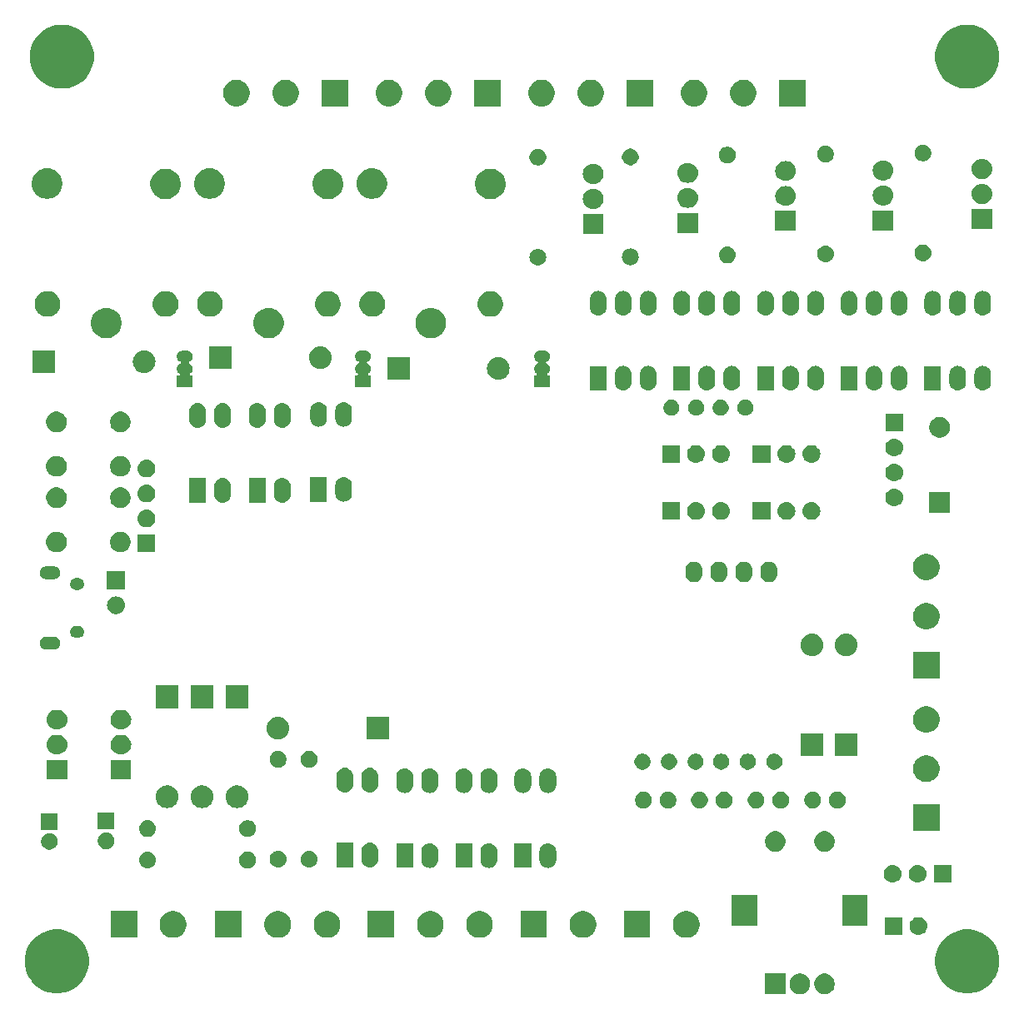
<source format=gbr>
G04 #@! TF.GenerationSoftware,KiCad,Pcbnew,(5.1.4)-1*
G04 #@! TF.CreationDate,2021-08-26T23:09:32-03:00*
G04 #@! TF.ProjectId,PLC_ESP32,504c435f-4553-4503-9332-2e6b69636164,rev?*
G04 #@! TF.SameCoordinates,Original*
G04 #@! TF.FileFunction,Soldermask,Bot*
G04 #@! TF.FilePolarity,Negative*
%FSLAX46Y46*%
G04 Gerber Fmt 4.6, Leading zero omitted, Abs format (unit mm)*
G04 Created by KiCad (PCBNEW (5.1.4)-1) date 2021-08-26 23:09:32*
%MOMM*%
%LPD*%
G04 APERTURE LIST*
%ADD10C,0.100000*%
G04 APERTURE END LIST*
D10*
G36*
X161806564Y-162289389D02*
G01*
X161997833Y-162368615D01*
X161997835Y-162368616D01*
X162169973Y-162483635D01*
X162316365Y-162630027D01*
X162431385Y-162802167D01*
X162510611Y-162993436D01*
X162551000Y-163196484D01*
X162551000Y-163403516D01*
X162510611Y-163606564D01*
X162431385Y-163797833D01*
X162431384Y-163797835D01*
X162316365Y-163969973D01*
X162169973Y-164116365D01*
X161997835Y-164231384D01*
X161997834Y-164231385D01*
X161997833Y-164231385D01*
X161806564Y-164310611D01*
X161603516Y-164351000D01*
X161396484Y-164351000D01*
X161193436Y-164310611D01*
X161002167Y-164231385D01*
X161002166Y-164231385D01*
X161002165Y-164231384D01*
X160830027Y-164116365D01*
X160683635Y-163969973D01*
X160568616Y-163797835D01*
X160568615Y-163797833D01*
X160489389Y-163606564D01*
X160449000Y-163403516D01*
X160449000Y-163196484D01*
X160489389Y-162993436D01*
X160568615Y-162802167D01*
X160683635Y-162630027D01*
X160830027Y-162483635D01*
X161002165Y-162368616D01*
X161002167Y-162368615D01*
X161193436Y-162289389D01*
X161396484Y-162249000D01*
X161603516Y-162249000D01*
X161806564Y-162289389D01*
X161806564Y-162289389D01*
G37*
G36*
X159306564Y-162289389D02*
G01*
X159497833Y-162368615D01*
X159497835Y-162368616D01*
X159669973Y-162483635D01*
X159816365Y-162630027D01*
X159931385Y-162802167D01*
X160010611Y-162993436D01*
X160051000Y-163196484D01*
X160051000Y-163403516D01*
X160010611Y-163606564D01*
X159931385Y-163797833D01*
X159931384Y-163797835D01*
X159816365Y-163969973D01*
X159669973Y-164116365D01*
X159497835Y-164231384D01*
X159497834Y-164231385D01*
X159497833Y-164231385D01*
X159306564Y-164310611D01*
X159103516Y-164351000D01*
X158896484Y-164351000D01*
X158693436Y-164310611D01*
X158502167Y-164231385D01*
X158502166Y-164231385D01*
X158502165Y-164231384D01*
X158330027Y-164116365D01*
X158183635Y-163969973D01*
X158068616Y-163797835D01*
X158068615Y-163797833D01*
X157989389Y-163606564D01*
X157949000Y-163403516D01*
X157949000Y-163196484D01*
X157989389Y-162993436D01*
X158068615Y-162802167D01*
X158183635Y-162630027D01*
X158330027Y-162483635D01*
X158502165Y-162368616D01*
X158502167Y-162368615D01*
X158693436Y-162289389D01*
X158896484Y-162249000D01*
X159103516Y-162249000D01*
X159306564Y-162289389D01*
X159306564Y-162289389D01*
G37*
G36*
X157551000Y-164351000D02*
G01*
X155449000Y-164351000D01*
X155449000Y-162249000D01*
X157551000Y-162249000D01*
X157551000Y-164351000D01*
X157551000Y-164351000D01*
G37*
G36*
X84134239Y-157811467D02*
G01*
X84448282Y-157873934D01*
X85039926Y-158119001D01*
X85572392Y-158474784D01*
X86025216Y-158927608D01*
X86380999Y-159460074D01*
X86626066Y-160051718D01*
X86751000Y-160679804D01*
X86751000Y-161320196D01*
X86626066Y-161948282D01*
X86380999Y-162539926D01*
X86095986Y-162966477D01*
X86077974Y-162993435D01*
X86025216Y-163072392D01*
X85572392Y-163525216D01*
X85039926Y-163880999D01*
X84448282Y-164126066D01*
X84134239Y-164188533D01*
X83820197Y-164251000D01*
X83179803Y-164251000D01*
X82865761Y-164188533D01*
X82551718Y-164126066D01*
X81960074Y-163880999D01*
X81427608Y-163525216D01*
X80974784Y-163072392D01*
X80922027Y-162993435D01*
X80904014Y-162966477D01*
X80619001Y-162539926D01*
X80373934Y-161948282D01*
X80249000Y-161320196D01*
X80249000Y-160679804D01*
X80373934Y-160051718D01*
X80619001Y-159460074D01*
X80974784Y-158927608D01*
X81427608Y-158474784D01*
X81960074Y-158119001D01*
X82551718Y-157873934D01*
X82865761Y-157811467D01*
X83179803Y-157749000D01*
X83820197Y-157749000D01*
X84134239Y-157811467D01*
X84134239Y-157811467D01*
G37*
G36*
X176634239Y-157811467D02*
G01*
X176948282Y-157873934D01*
X177539926Y-158119001D01*
X178072392Y-158474784D01*
X178525216Y-158927608D01*
X178880999Y-159460074D01*
X179126066Y-160051718D01*
X179251000Y-160679804D01*
X179251000Y-161320196D01*
X179126066Y-161948282D01*
X178880999Y-162539926D01*
X178595986Y-162966477D01*
X178577974Y-162993435D01*
X178525216Y-163072392D01*
X178072392Y-163525216D01*
X177539926Y-163880999D01*
X176948282Y-164126066D01*
X176634239Y-164188533D01*
X176320197Y-164251000D01*
X175679803Y-164251000D01*
X175365761Y-164188533D01*
X175051718Y-164126066D01*
X174460074Y-163880999D01*
X173927608Y-163525216D01*
X173474784Y-163072392D01*
X173422027Y-162993435D01*
X173404014Y-162966477D01*
X173119001Y-162539926D01*
X172873934Y-161948282D01*
X172749000Y-161320196D01*
X172749000Y-160679804D01*
X172873934Y-160051718D01*
X173119001Y-159460074D01*
X173474784Y-158927608D01*
X173927608Y-158474784D01*
X174460074Y-158119001D01*
X175051718Y-157873934D01*
X175365761Y-157811467D01*
X175679803Y-157749000D01*
X176320197Y-157749000D01*
X176634239Y-157811467D01*
X176634239Y-157811467D01*
G37*
G36*
X137344072Y-155950918D02*
G01*
X137589939Y-156052759D01*
X137701328Y-156127187D01*
X137811211Y-156200609D01*
X137999391Y-156388789D01*
X138147242Y-156610063D01*
X138249082Y-156855928D01*
X138301000Y-157116937D01*
X138301000Y-157383063D01*
X138249082Y-157644072D01*
X138147242Y-157889937D01*
X137999391Y-158111211D01*
X137811211Y-158299391D01*
X137701328Y-158372813D01*
X137589939Y-158447241D01*
X137589938Y-158447242D01*
X137589937Y-158447242D01*
X137344072Y-158549082D01*
X137083063Y-158601000D01*
X136816937Y-158601000D01*
X136555928Y-158549082D01*
X136310063Y-158447242D01*
X136310062Y-158447242D01*
X136310061Y-158447241D01*
X136198672Y-158372813D01*
X136088789Y-158299391D01*
X135900609Y-158111211D01*
X135752758Y-157889937D01*
X135650918Y-157644072D01*
X135599000Y-157383063D01*
X135599000Y-157116937D01*
X135650918Y-156855928D01*
X135752758Y-156610063D01*
X135900609Y-156388789D01*
X136088789Y-156200609D01*
X136198672Y-156127187D01*
X136310061Y-156052759D01*
X136555928Y-155950918D01*
X136816937Y-155899000D01*
X137083063Y-155899000D01*
X137344072Y-155950918D01*
X137344072Y-155950918D01*
G37*
G36*
X133301000Y-158601000D02*
G01*
X130599000Y-158601000D01*
X130599000Y-155899000D01*
X133301000Y-155899000D01*
X133301000Y-158601000D01*
X133301000Y-158601000D01*
G37*
G36*
X126844072Y-155950918D02*
G01*
X127089939Y-156052759D01*
X127201328Y-156127187D01*
X127311211Y-156200609D01*
X127499391Y-156388789D01*
X127647242Y-156610063D01*
X127749082Y-156855928D01*
X127801000Y-157116937D01*
X127801000Y-157383063D01*
X127749082Y-157644072D01*
X127647242Y-157889937D01*
X127499391Y-158111211D01*
X127311211Y-158299391D01*
X127201328Y-158372813D01*
X127089939Y-158447241D01*
X127089938Y-158447242D01*
X127089937Y-158447242D01*
X126844072Y-158549082D01*
X126583063Y-158601000D01*
X126316937Y-158601000D01*
X126055928Y-158549082D01*
X125810063Y-158447242D01*
X125810062Y-158447242D01*
X125810061Y-158447241D01*
X125698672Y-158372813D01*
X125588789Y-158299391D01*
X125400609Y-158111211D01*
X125252758Y-157889937D01*
X125150918Y-157644072D01*
X125099000Y-157383063D01*
X125099000Y-157116937D01*
X125150918Y-156855928D01*
X125252758Y-156610063D01*
X125400609Y-156388789D01*
X125588789Y-156200609D01*
X125698672Y-156127187D01*
X125810061Y-156052759D01*
X126055928Y-155950918D01*
X126316937Y-155899000D01*
X126583063Y-155899000D01*
X126844072Y-155950918D01*
X126844072Y-155950918D01*
G37*
G36*
X121844072Y-155950918D02*
G01*
X122089939Y-156052759D01*
X122201328Y-156127187D01*
X122311211Y-156200609D01*
X122499391Y-156388789D01*
X122647242Y-156610063D01*
X122749082Y-156855928D01*
X122801000Y-157116937D01*
X122801000Y-157383063D01*
X122749082Y-157644072D01*
X122647242Y-157889937D01*
X122499391Y-158111211D01*
X122311211Y-158299391D01*
X122201328Y-158372813D01*
X122089939Y-158447241D01*
X122089938Y-158447242D01*
X122089937Y-158447242D01*
X121844072Y-158549082D01*
X121583063Y-158601000D01*
X121316937Y-158601000D01*
X121055928Y-158549082D01*
X120810063Y-158447242D01*
X120810062Y-158447242D01*
X120810061Y-158447241D01*
X120698672Y-158372813D01*
X120588789Y-158299391D01*
X120400609Y-158111211D01*
X120252758Y-157889937D01*
X120150918Y-157644072D01*
X120099000Y-157383063D01*
X120099000Y-157116937D01*
X120150918Y-156855928D01*
X120252758Y-156610063D01*
X120400609Y-156388789D01*
X120588789Y-156200609D01*
X120698672Y-156127187D01*
X120810061Y-156052759D01*
X121055928Y-155950918D01*
X121316937Y-155899000D01*
X121583063Y-155899000D01*
X121844072Y-155950918D01*
X121844072Y-155950918D01*
G37*
G36*
X117801000Y-158601000D02*
G01*
X115099000Y-158601000D01*
X115099000Y-155899000D01*
X117801000Y-155899000D01*
X117801000Y-158601000D01*
X117801000Y-158601000D01*
G37*
G36*
X111344072Y-155950918D02*
G01*
X111589939Y-156052759D01*
X111701328Y-156127187D01*
X111811211Y-156200609D01*
X111999391Y-156388789D01*
X112147242Y-156610063D01*
X112249082Y-156855928D01*
X112301000Y-157116937D01*
X112301000Y-157383063D01*
X112249082Y-157644072D01*
X112147242Y-157889937D01*
X111999391Y-158111211D01*
X111811211Y-158299391D01*
X111701328Y-158372813D01*
X111589939Y-158447241D01*
X111589938Y-158447242D01*
X111589937Y-158447242D01*
X111344072Y-158549082D01*
X111083063Y-158601000D01*
X110816937Y-158601000D01*
X110555928Y-158549082D01*
X110310063Y-158447242D01*
X110310062Y-158447242D01*
X110310061Y-158447241D01*
X110198672Y-158372813D01*
X110088789Y-158299391D01*
X109900609Y-158111211D01*
X109752758Y-157889937D01*
X109650918Y-157644072D01*
X109599000Y-157383063D01*
X109599000Y-157116937D01*
X109650918Y-156855928D01*
X109752758Y-156610063D01*
X109900609Y-156388789D01*
X110088789Y-156200609D01*
X110198672Y-156127187D01*
X110310061Y-156052759D01*
X110555928Y-155950918D01*
X110816937Y-155899000D01*
X111083063Y-155899000D01*
X111344072Y-155950918D01*
X111344072Y-155950918D01*
G37*
G36*
X102301000Y-158601000D02*
G01*
X99599000Y-158601000D01*
X99599000Y-155899000D01*
X102301000Y-155899000D01*
X102301000Y-158601000D01*
X102301000Y-158601000D01*
G37*
G36*
X95694072Y-155950918D02*
G01*
X95939939Y-156052759D01*
X96051328Y-156127187D01*
X96161211Y-156200609D01*
X96349391Y-156388789D01*
X96497242Y-156610063D01*
X96599082Y-156855928D01*
X96651000Y-157116937D01*
X96651000Y-157383063D01*
X96599082Y-157644072D01*
X96497242Y-157889937D01*
X96349391Y-158111211D01*
X96161211Y-158299391D01*
X96051328Y-158372813D01*
X95939939Y-158447241D01*
X95939938Y-158447242D01*
X95939937Y-158447242D01*
X95694072Y-158549082D01*
X95433063Y-158601000D01*
X95166937Y-158601000D01*
X94905928Y-158549082D01*
X94660063Y-158447242D01*
X94660062Y-158447242D01*
X94660061Y-158447241D01*
X94548672Y-158372813D01*
X94438789Y-158299391D01*
X94250609Y-158111211D01*
X94102758Y-157889937D01*
X94000918Y-157644072D01*
X93949000Y-157383063D01*
X93949000Y-157116937D01*
X94000918Y-156855928D01*
X94102758Y-156610063D01*
X94250609Y-156388789D01*
X94438789Y-156200609D01*
X94548672Y-156127187D01*
X94660061Y-156052759D01*
X94905928Y-155950918D01*
X95166937Y-155899000D01*
X95433063Y-155899000D01*
X95694072Y-155950918D01*
X95694072Y-155950918D01*
G37*
G36*
X91651000Y-158601000D02*
G01*
X88949000Y-158601000D01*
X88949000Y-155899000D01*
X91651000Y-155899000D01*
X91651000Y-158601000D01*
X91651000Y-158601000D01*
G37*
G36*
X143801000Y-158601000D02*
G01*
X141099000Y-158601000D01*
X141099000Y-155899000D01*
X143801000Y-155899000D01*
X143801000Y-158601000D01*
X143801000Y-158601000D01*
G37*
G36*
X147844072Y-155950918D02*
G01*
X148089939Y-156052759D01*
X148201328Y-156127187D01*
X148311211Y-156200609D01*
X148499391Y-156388789D01*
X148647242Y-156610063D01*
X148749082Y-156855928D01*
X148801000Y-157116937D01*
X148801000Y-157383063D01*
X148749082Y-157644072D01*
X148647242Y-157889937D01*
X148499391Y-158111211D01*
X148311211Y-158299391D01*
X148201328Y-158372813D01*
X148089939Y-158447241D01*
X148089938Y-158447242D01*
X148089937Y-158447242D01*
X147844072Y-158549082D01*
X147583063Y-158601000D01*
X147316937Y-158601000D01*
X147055928Y-158549082D01*
X146810063Y-158447242D01*
X146810062Y-158447242D01*
X146810061Y-158447241D01*
X146698672Y-158372813D01*
X146588789Y-158299391D01*
X146400609Y-158111211D01*
X146252758Y-157889937D01*
X146150918Y-157644072D01*
X146099000Y-157383063D01*
X146099000Y-157116937D01*
X146150918Y-156855928D01*
X146252758Y-156610063D01*
X146400609Y-156388789D01*
X146588789Y-156200609D01*
X146698672Y-156127187D01*
X146810061Y-156052759D01*
X147055928Y-155950918D01*
X147316937Y-155899000D01*
X147583063Y-155899000D01*
X147844072Y-155950918D01*
X147844072Y-155950918D01*
G37*
G36*
X106344072Y-155950918D02*
G01*
X106589939Y-156052759D01*
X106701328Y-156127187D01*
X106811211Y-156200609D01*
X106999391Y-156388789D01*
X107147242Y-156610063D01*
X107249082Y-156855928D01*
X107301000Y-157116937D01*
X107301000Y-157383063D01*
X107249082Y-157644072D01*
X107147242Y-157889937D01*
X106999391Y-158111211D01*
X106811211Y-158299391D01*
X106701328Y-158372813D01*
X106589939Y-158447241D01*
X106589938Y-158447242D01*
X106589937Y-158447242D01*
X106344072Y-158549082D01*
X106083063Y-158601000D01*
X105816937Y-158601000D01*
X105555928Y-158549082D01*
X105310063Y-158447242D01*
X105310062Y-158447242D01*
X105310061Y-158447241D01*
X105198672Y-158372813D01*
X105088789Y-158299391D01*
X104900609Y-158111211D01*
X104752758Y-157889937D01*
X104650918Y-157644072D01*
X104599000Y-157383063D01*
X104599000Y-157116937D01*
X104650918Y-156855928D01*
X104752758Y-156610063D01*
X104900609Y-156388789D01*
X105088789Y-156200609D01*
X105198672Y-156127187D01*
X105310061Y-156052759D01*
X105555928Y-155950918D01*
X105816937Y-155899000D01*
X106083063Y-155899000D01*
X106344072Y-155950918D01*
X106344072Y-155950918D01*
G37*
G36*
X169401000Y-158301000D02*
G01*
X167599000Y-158301000D01*
X167599000Y-156499000D01*
X169401000Y-156499000D01*
X169401000Y-158301000D01*
X169401000Y-158301000D01*
G37*
G36*
X171150442Y-156505518D02*
G01*
X171216627Y-156512037D01*
X171386466Y-156563557D01*
X171542991Y-156647222D01*
X171578729Y-156676552D01*
X171680186Y-156759814D01*
X171763448Y-156861271D01*
X171792778Y-156897009D01*
X171876443Y-157053534D01*
X171927963Y-157223373D01*
X171945359Y-157400000D01*
X171927963Y-157576627D01*
X171876443Y-157746466D01*
X171792778Y-157902991D01*
X171763448Y-157938729D01*
X171680186Y-158040186D01*
X171593639Y-158111212D01*
X171542991Y-158152778D01*
X171386466Y-158236443D01*
X171216627Y-158287963D01*
X171150442Y-158294482D01*
X171084260Y-158301000D01*
X170995740Y-158301000D01*
X170929558Y-158294482D01*
X170863373Y-158287963D01*
X170693534Y-158236443D01*
X170537009Y-158152778D01*
X170486361Y-158111212D01*
X170399814Y-158040186D01*
X170316552Y-157938729D01*
X170287222Y-157902991D01*
X170203557Y-157746466D01*
X170152037Y-157576627D01*
X170134641Y-157400000D01*
X170152037Y-157223373D01*
X170203557Y-157053534D01*
X170287222Y-156897009D01*
X170316552Y-156861271D01*
X170399814Y-156759814D01*
X170501271Y-156676552D01*
X170537009Y-156647222D01*
X170693534Y-156563557D01*
X170863373Y-156512037D01*
X170929558Y-156505518D01*
X170995740Y-156499000D01*
X171084260Y-156499000D01*
X171150442Y-156505518D01*
X171150442Y-156505518D01*
G37*
G36*
X165901000Y-157351000D02*
G01*
X163299000Y-157351000D01*
X163299000Y-154249000D01*
X165901000Y-154249000D01*
X165901000Y-157351000D01*
X165901000Y-157351000D01*
G37*
G36*
X154701000Y-157351000D02*
G01*
X152099000Y-157351000D01*
X152099000Y-154249000D01*
X154701000Y-154249000D01*
X154701000Y-157351000D01*
X154701000Y-157351000D01*
G37*
G36*
X174401000Y-153001000D02*
G01*
X172599000Y-153001000D01*
X172599000Y-151199000D01*
X174401000Y-151199000D01*
X174401000Y-153001000D01*
X174401000Y-153001000D01*
G37*
G36*
X171061716Y-151204659D02*
G01*
X171136627Y-151212037D01*
X171306466Y-151263557D01*
X171462991Y-151347222D01*
X171498729Y-151376552D01*
X171600186Y-151459814D01*
X171664914Y-151538687D01*
X171712778Y-151597009D01*
X171796443Y-151753534D01*
X171847963Y-151923373D01*
X171865359Y-152100000D01*
X171847963Y-152276627D01*
X171796443Y-152446466D01*
X171712778Y-152602991D01*
X171683448Y-152638729D01*
X171600186Y-152740186D01*
X171498729Y-152823448D01*
X171462991Y-152852778D01*
X171306466Y-152936443D01*
X171136627Y-152987963D01*
X171070443Y-152994481D01*
X171004260Y-153001000D01*
X170915740Y-153001000D01*
X170849557Y-152994481D01*
X170783373Y-152987963D01*
X170613534Y-152936443D01*
X170457009Y-152852778D01*
X170421271Y-152823448D01*
X170319814Y-152740186D01*
X170236552Y-152638729D01*
X170207222Y-152602991D01*
X170123557Y-152446466D01*
X170072037Y-152276627D01*
X170054641Y-152100000D01*
X170072037Y-151923373D01*
X170123557Y-151753534D01*
X170207222Y-151597009D01*
X170255086Y-151538687D01*
X170319814Y-151459814D01*
X170421271Y-151376552D01*
X170457009Y-151347222D01*
X170613534Y-151263557D01*
X170783373Y-151212037D01*
X170858284Y-151204659D01*
X170915740Y-151199000D01*
X171004260Y-151199000D01*
X171061716Y-151204659D01*
X171061716Y-151204659D01*
G37*
G36*
X168521716Y-151204659D02*
G01*
X168596627Y-151212037D01*
X168766466Y-151263557D01*
X168922991Y-151347222D01*
X168958729Y-151376552D01*
X169060186Y-151459814D01*
X169124914Y-151538687D01*
X169172778Y-151597009D01*
X169256443Y-151753534D01*
X169307963Y-151923373D01*
X169325359Y-152100000D01*
X169307963Y-152276627D01*
X169256443Y-152446466D01*
X169172778Y-152602991D01*
X169143448Y-152638729D01*
X169060186Y-152740186D01*
X168958729Y-152823448D01*
X168922991Y-152852778D01*
X168766466Y-152936443D01*
X168596627Y-152987963D01*
X168530443Y-152994481D01*
X168464260Y-153001000D01*
X168375740Y-153001000D01*
X168309557Y-152994481D01*
X168243373Y-152987963D01*
X168073534Y-152936443D01*
X167917009Y-152852778D01*
X167881271Y-152823448D01*
X167779814Y-152740186D01*
X167696552Y-152638729D01*
X167667222Y-152602991D01*
X167583557Y-152446466D01*
X167532037Y-152276627D01*
X167514641Y-152100000D01*
X167532037Y-151923373D01*
X167583557Y-151753534D01*
X167667222Y-151597009D01*
X167715086Y-151538687D01*
X167779814Y-151459814D01*
X167881271Y-151376552D01*
X167917009Y-151347222D01*
X168073534Y-151263557D01*
X168243373Y-151212037D01*
X168318284Y-151204659D01*
X168375740Y-151199000D01*
X168464260Y-151199000D01*
X168521716Y-151204659D01*
X168521716Y-151204659D01*
G37*
G36*
X103123228Y-149881703D02*
G01*
X103278100Y-149945853D01*
X103417481Y-150038985D01*
X103536015Y-150157519D01*
X103629147Y-150296900D01*
X103693297Y-150451772D01*
X103726000Y-150616184D01*
X103726000Y-150783816D01*
X103693297Y-150948228D01*
X103629147Y-151103100D01*
X103536015Y-151242481D01*
X103417481Y-151361015D01*
X103278100Y-151454147D01*
X103123228Y-151518297D01*
X102958816Y-151551000D01*
X102791184Y-151551000D01*
X102626772Y-151518297D01*
X102471900Y-151454147D01*
X102332519Y-151361015D01*
X102213985Y-151242481D01*
X102120853Y-151103100D01*
X102056703Y-150948228D01*
X102024000Y-150783816D01*
X102024000Y-150616184D01*
X102056703Y-150451772D01*
X102120853Y-150296900D01*
X102213985Y-150157519D01*
X102332519Y-150038985D01*
X102471900Y-149945853D01*
X102626772Y-149881703D01*
X102791184Y-149849000D01*
X102958816Y-149849000D01*
X103123228Y-149881703D01*
X103123228Y-149881703D01*
G37*
G36*
X92881823Y-149861313D02*
G01*
X93042242Y-149909976D01*
X93109361Y-149945852D01*
X93190078Y-149988996D01*
X93319659Y-150095341D01*
X93426004Y-150224922D01*
X93426005Y-150224924D01*
X93505024Y-150372758D01*
X93553687Y-150533177D01*
X93570117Y-150700000D01*
X93553687Y-150866823D01*
X93505024Y-151027242D01*
X93434114Y-151159906D01*
X93426004Y-151175078D01*
X93319659Y-151304659D01*
X93190078Y-151411004D01*
X93190076Y-151411005D01*
X93042242Y-151490024D01*
X92881823Y-151538687D01*
X92756804Y-151551000D01*
X92673196Y-151551000D01*
X92548177Y-151538687D01*
X92387758Y-151490024D01*
X92239924Y-151411005D01*
X92239922Y-151411004D01*
X92110341Y-151304659D01*
X92003996Y-151175078D01*
X91995886Y-151159906D01*
X91924976Y-151027242D01*
X91876313Y-150866823D01*
X91859883Y-150700000D01*
X91876313Y-150533177D01*
X91924976Y-150372758D01*
X92003995Y-150224924D01*
X92003996Y-150224922D01*
X92110341Y-150095341D01*
X92239922Y-149988996D01*
X92320639Y-149945852D01*
X92387758Y-149909976D01*
X92548177Y-149861313D01*
X92673196Y-149849000D01*
X92756804Y-149849000D01*
X92881823Y-149861313D01*
X92881823Y-149861313D01*
G37*
G36*
X121556822Y-149011313D02*
G01*
X121717241Y-149059976D01*
X121865077Y-149138995D01*
X121994659Y-149245341D01*
X122101004Y-149374922D01*
X122101005Y-149374924D01*
X122180024Y-149522758D01*
X122228687Y-149683177D01*
X122241000Y-149808196D01*
X122241000Y-150691803D01*
X122228687Y-150816822D01*
X122180024Y-150977242D01*
X122122385Y-151085076D01*
X122101004Y-151125078D01*
X121994659Y-151254659D01*
X121865078Y-151361004D01*
X121865076Y-151361005D01*
X121717242Y-151440024D01*
X121556823Y-151488687D01*
X121390000Y-151505117D01*
X121223178Y-151488687D01*
X121062759Y-151440024D01*
X120914925Y-151361005D01*
X120914923Y-151361004D01*
X120785342Y-151254659D01*
X120678997Y-151125078D01*
X120657616Y-151085076D01*
X120599977Y-150977242D01*
X120551314Y-150816823D01*
X120539000Y-150691803D01*
X120539000Y-149808197D01*
X120551313Y-149683178D01*
X120599976Y-149522759D01*
X120678995Y-149374923D01*
X120785341Y-149245341D01*
X120846266Y-149195341D01*
X120914922Y-149138996D01*
X120930094Y-149130886D01*
X121062758Y-149059976D01*
X121223177Y-149011313D01*
X121390000Y-148994883D01*
X121556822Y-149011313D01*
X121556822Y-149011313D01*
G37*
G36*
X133556822Y-149011313D02*
G01*
X133717241Y-149059976D01*
X133865077Y-149138995D01*
X133994659Y-149245341D01*
X134101004Y-149374922D01*
X134101005Y-149374924D01*
X134180024Y-149522758D01*
X134228687Y-149683177D01*
X134241000Y-149808196D01*
X134241000Y-150691803D01*
X134228687Y-150816822D01*
X134180024Y-150977242D01*
X134122385Y-151085076D01*
X134101004Y-151125078D01*
X133994659Y-151254659D01*
X133865078Y-151361004D01*
X133865076Y-151361005D01*
X133717242Y-151440024D01*
X133556823Y-151488687D01*
X133390000Y-151505117D01*
X133223178Y-151488687D01*
X133062759Y-151440024D01*
X132914925Y-151361005D01*
X132914923Y-151361004D01*
X132785342Y-151254659D01*
X132678997Y-151125078D01*
X132657616Y-151085076D01*
X132599977Y-150977242D01*
X132551314Y-150816823D01*
X132539000Y-150691803D01*
X132539000Y-149808197D01*
X132551313Y-149683178D01*
X132599976Y-149522759D01*
X132678995Y-149374923D01*
X132785341Y-149245341D01*
X132846266Y-149195341D01*
X132914922Y-149138996D01*
X132930094Y-149130886D01*
X133062758Y-149059976D01*
X133223177Y-149011313D01*
X133390000Y-148994883D01*
X133556822Y-149011313D01*
X133556822Y-149011313D01*
G37*
G36*
X127556822Y-149011313D02*
G01*
X127717241Y-149059976D01*
X127865077Y-149138995D01*
X127994659Y-149245341D01*
X128101004Y-149374922D01*
X128101005Y-149374924D01*
X128180024Y-149522758D01*
X128228687Y-149683177D01*
X128241000Y-149808196D01*
X128241000Y-150691803D01*
X128228687Y-150816822D01*
X128180024Y-150977242D01*
X128122385Y-151085076D01*
X128101004Y-151125078D01*
X127994659Y-151254659D01*
X127865078Y-151361004D01*
X127865076Y-151361005D01*
X127717242Y-151440024D01*
X127556823Y-151488687D01*
X127390000Y-151505117D01*
X127223178Y-151488687D01*
X127062759Y-151440024D01*
X126914925Y-151361005D01*
X126914923Y-151361004D01*
X126785342Y-151254659D01*
X126678997Y-151125078D01*
X126657616Y-151085076D01*
X126599977Y-150977242D01*
X126551314Y-150816823D01*
X126539000Y-150691803D01*
X126539000Y-149808197D01*
X126551313Y-149683178D01*
X126599976Y-149522759D01*
X126678995Y-149374923D01*
X126785341Y-149245341D01*
X126846266Y-149195341D01*
X126914922Y-149138996D01*
X126930094Y-149130886D01*
X127062758Y-149059976D01*
X127223177Y-149011313D01*
X127390000Y-148994883D01*
X127556822Y-149011313D01*
X127556822Y-149011313D01*
G37*
G36*
X119701000Y-151501000D02*
G01*
X117999000Y-151501000D01*
X117999000Y-148999000D01*
X119701000Y-148999000D01*
X119701000Y-151501000D01*
X119701000Y-151501000D01*
G37*
G36*
X131701000Y-151501000D02*
G01*
X129999000Y-151501000D01*
X129999000Y-148999000D01*
X131701000Y-148999000D01*
X131701000Y-151501000D01*
X131701000Y-151501000D01*
G37*
G36*
X125701000Y-151501000D02*
G01*
X123999000Y-151501000D01*
X123999000Y-148999000D01*
X125701000Y-148999000D01*
X125701000Y-151501000D01*
X125701000Y-151501000D01*
G37*
G36*
X109291823Y-149771313D02*
G01*
X109452242Y-149819976D01*
X109567725Y-149881703D01*
X109600078Y-149898996D01*
X109729659Y-150005341D01*
X109836004Y-150134922D01*
X109836005Y-150134924D01*
X109915024Y-150282758D01*
X109963687Y-150443177D01*
X109980117Y-150610000D01*
X109963687Y-150776823D01*
X109936385Y-150866825D01*
X109918058Y-150927242D01*
X109915024Y-150937242D01*
X109866918Y-151027242D01*
X109836004Y-151085078D01*
X109729659Y-151214659D01*
X109600078Y-151321004D01*
X109600076Y-151321005D01*
X109452242Y-151400024D01*
X109291823Y-151448687D01*
X109166804Y-151461000D01*
X109083196Y-151461000D01*
X108958177Y-151448687D01*
X108797758Y-151400024D01*
X108649924Y-151321005D01*
X108649922Y-151321004D01*
X108520341Y-151214659D01*
X108413996Y-151085078D01*
X108383082Y-151027242D01*
X108334976Y-150937242D01*
X108331943Y-150927242D01*
X108313615Y-150866825D01*
X108286313Y-150776823D01*
X108269883Y-150610000D01*
X108286313Y-150443177D01*
X108334976Y-150282758D01*
X108413995Y-150134924D01*
X108413996Y-150134922D01*
X108520341Y-150005341D01*
X108649922Y-149898996D01*
X108682275Y-149881703D01*
X108797758Y-149819976D01*
X108958177Y-149771313D01*
X109083196Y-149759000D01*
X109166804Y-149759000D01*
X109291823Y-149771313D01*
X109291823Y-149771313D01*
G37*
G36*
X106141823Y-149771313D02*
G01*
X106302242Y-149819976D01*
X106417725Y-149881703D01*
X106450078Y-149898996D01*
X106579659Y-150005341D01*
X106686004Y-150134922D01*
X106686005Y-150134924D01*
X106765024Y-150282758D01*
X106813687Y-150443177D01*
X106830117Y-150610000D01*
X106813687Y-150776823D01*
X106786385Y-150866825D01*
X106768058Y-150927242D01*
X106765024Y-150937242D01*
X106716918Y-151027242D01*
X106686004Y-151085078D01*
X106579659Y-151214659D01*
X106450078Y-151321004D01*
X106450076Y-151321005D01*
X106302242Y-151400024D01*
X106141823Y-151448687D01*
X106016804Y-151461000D01*
X105933196Y-151461000D01*
X105808177Y-151448687D01*
X105647758Y-151400024D01*
X105499924Y-151321005D01*
X105499922Y-151321004D01*
X105370341Y-151214659D01*
X105263996Y-151085078D01*
X105233082Y-151027242D01*
X105184976Y-150937242D01*
X105181943Y-150927242D01*
X105163615Y-150866825D01*
X105136313Y-150776823D01*
X105119883Y-150610000D01*
X105136313Y-150443177D01*
X105184976Y-150282758D01*
X105263995Y-150134924D01*
X105263996Y-150134922D01*
X105370341Y-150005341D01*
X105499922Y-149898996D01*
X105532275Y-149881703D01*
X105647758Y-149819976D01*
X105808177Y-149771313D01*
X105933196Y-149759000D01*
X106016804Y-149759000D01*
X106141823Y-149771313D01*
X106141823Y-149771313D01*
G37*
G36*
X115456822Y-148961313D02*
G01*
X115617241Y-149009976D01*
X115765077Y-149088995D01*
X115894659Y-149195341D01*
X116001004Y-149324922D01*
X116001005Y-149324924D01*
X116080024Y-149472758D01*
X116128687Y-149633177D01*
X116141000Y-149758196D01*
X116141000Y-150641803D01*
X116128687Y-150766822D01*
X116080024Y-150927242D01*
X116068806Y-150948229D01*
X116001004Y-151075078D01*
X115894659Y-151204659D01*
X115765078Y-151311004D01*
X115765076Y-151311005D01*
X115617242Y-151390024D01*
X115456823Y-151438687D01*
X115290000Y-151455117D01*
X115123178Y-151438687D01*
X114962759Y-151390024D01*
X114814925Y-151311005D01*
X114814923Y-151311004D01*
X114685342Y-151204659D01*
X114578997Y-151075078D01*
X114511195Y-150948229D01*
X114499977Y-150927242D01*
X114451314Y-150766823D01*
X114439000Y-150641803D01*
X114439000Y-149758197D01*
X114451313Y-149633178D01*
X114499976Y-149472759D01*
X114578995Y-149324923D01*
X114685341Y-149195341D01*
X114736815Y-149153097D01*
X114814922Y-149088996D01*
X114891194Y-149048228D01*
X114962758Y-149009976D01*
X115123177Y-148961313D01*
X115290000Y-148944883D01*
X115456822Y-148961313D01*
X115456822Y-148961313D01*
G37*
G36*
X113601000Y-151451000D02*
G01*
X111899000Y-151451000D01*
X111899000Y-148949000D01*
X113601000Y-148949000D01*
X113601000Y-151451000D01*
X113601000Y-151451000D01*
G37*
G36*
X161806564Y-147789389D02*
G01*
X161897949Y-147827242D01*
X161997835Y-147868616D01*
X162169973Y-147983635D01*
X162316365Y-148130027D01*
X162423272Y-148290024D01*
X162431385Y-148302167D01*
X162510611Y-148493436D01*
X162551000Y-148696484D01*
X162551000Y-148903516D01*
X162510611Y-149106564D01*
X162453128Y-149245341D01*
X162431384Y-149297835D01*
X162316365Y-149469973D01*
X162169973Y-149616365D01*
X161997835Y-149731384D01*
X161997834Y-149731385D01*
X161997833Y-149731385D01*
X161806564Y-149810611D01*
X161603516Y-149851000D01*
X161396484Y-149851000D01*
X161193436Y-149810611D01*
X161002167Y-149731385D01*
X161002166Y-149731385D01*
X161002165Y-149731384D01*
X160830027Y-149616365D01*
X160683635Y-149469973D01*
X160568616Y-149297835D01*
X160546872Y-149245341D01*
X160489389Y-149106564D01*
X160449000Y-148903516D01*
X160449000Y-148696484D01*
X160489389Y-148493436D01*
X160568615Y-148302167D01*
X160576729Y-148290024D01*
X160683635Y-148130027D01*
X160830027Y-147983635D01*
X161002165Y-147868616D01*
X161102051Y-147827242D01*
X161193436Y-147789389D01*
X161396484Y-147749000D01*
X161603516Y-147749000D01*
X161806564Y-147789389D01*
X161806564Y-147789389D01*
G37*
G36*
X156806564Y-147789389D02*
G01*
X156897949Y-147827242D01*
X156997835Y-147868616D01*
X157169973Y-147983635D01*
X157316365Y-148130027D01*
X157423272Y-148290024D01*
X157431385Y-148302167D01*
X157510611Y-148493436D01*
X157551000Y-148696484D01*
X157551000Y-148903516D01*
X157510611Y-149106564D01*
X157453128Y-149245341D01*
X157431384Y-149297835D01*
X157316365Y-149469973D01*
X157169973Y-149616365D01*
X156997835Y-149731384D01*
X156997834Y-149731385D01*
X156997833Y-149731385D01*
X156806564Y-149810611D01*
X156603516Y-149851000D01*
X156396484Y-149851000D01*
X156193436Y-149810611D01*
X156002167Y-149731385D01*
X156002166Y-149731385D01*
X156002165Y-149731384D01*
X155830027Y-149616365D01*
X155683635Y-149469973D01*
X155568616Y-149297835D01*
X155546872Y-149245341D01*
X155489389Y-149106564D01*
X155449000Y-148903516D01*
X155449000Y-148696484D01*
X155489389Y-148493436D01*
X155568615Y-148302167D01*
X155576729Y-148290024D01*
X155683635Y-148130027D01*
X155830027Y-147983635D01*
X156002165Y-147868616D01*
X156102051Y-147827242D01*
X156193436Y-147789389D01*
X156396484Y-147749000D01*
X156603516Y-147749000D01*
X156806564Y-147789389D01*
X156806564Y-147789389D01*
G37*
G36*
X82998228Y-147981703D02*
G01*
X83153100Y-148045853D01*
X83292481Y-148138985D01*
X83411015Y-148257519D01*
X83504147Y-148396900D01*
X83568297Y-148551772D01*
X83601000Y-148716184D01*
X83601000Y-148883816D01*
X83568297Y-149048228D01*
X83504147Y-149203100D01*
X83411015Y-149342481D01*
X83292481Y-149461015D01*
X83153100Y-149554147D01*
X82998228Y-149618297D01*
X82833816Y-149651000D01*
X82666184Y-149651000D01*
X82501772Y-149618297D01*
X82346900Y-149554147D01*
X82207519Y-149461015D01*
X82088985Y-149342481D01*
X81995853Y-149203100D01*
X81931703Y-149048228D01*
X81899000Y-148883816D01*
X81899000Y-148716184D01*
X81931703Y-148551772D01*
X81995853Y-148396900D01*
X82088985Y-148257519D01*
X82207519Y-148138985D01*
X82346900Y-148045853D01*
X82501772Y-147981703D01*
X82666184Y-147949000D01*
X82833816Y-147949000D01*
X82998228Y-147981703D01*
X82998228Y-147981703D01*
G37*
G36*
X88748228Y-147931703D02*
G01*
X88903100Y-147995853D01*
X89042481Y-148088985D01*
X89161015Y-148207519D01*
X89254147Y-148346900D01*
X89318297Y-148501772D01*
X89351000Y-148666184D01*
X89351000Y-148833816D01*
X89318297Y-148998228D01*
X89254147Y-149153100D01*
X89161015Y-149292481D01*
X89042481Y-149411015D01*
X88903100Y-149504147D01*
X88748228Y-149568297D01*
X88583816Y-149601000D01*
X88416184Y-149601000D01*
X88251772Y-149568297D01*
X88096900Y-149504147D01*
X87957519Y-149411015D01*
X87838985Y-149292481D01*
X87745853Y-149153100D01*
X87681703Y-148998228D01*
X87649000Y-148833816D01*
X87649000Y-148666184D01*
X87681703Y-148501772D01*
X87745853Y-148346900D01*
X87838985Y-148207519D01*
X87957519Y-148088985D01*
X88096900Y-147995853D01*
X88251772Y-147931703D01*
X88416184Y-147899000D01*
X88583816Y-147899000D01*
X88748228Y-147931703D01*
X88748228Y-147931703D01*
G37*
G36*
X92881823Y-146661313D02*
G01*
X93042242Y-146709976D01*
X93109361Y-146745852D01*
X93190078Y-146788996D01*
X93319659Y-146895341D01*
X93426004Y-147024922D01*
X93426005Y-147024924D01*
X93505024Y-147172758D01*
X93553687Y-147333177D01*
X93570117Y-147500000D01*
X93553687Y-147666823D01*
X93505024Y-147827242D01*
X93464477Y-147903100D01*
X93426004Y-147975078D01*
X93319659Y-148104659D01*
X93190078Y-148211004D01*
X93190076Y-148211005D01*
X93042242Y-148290024D01*
X92881823Y-148338687D01*
X92756804Y-148351000D01*
X92673196Y-148351000D01*
X92548177Y-148338687D01*
X92387758Y-148290024D01*
X92239924Y-148211005D01*
X92239922Y-148211004D01*
X92110341Y-148104659D01*
X92003996Y-147975078D01*
X91965523Y-147903100D01*
X91924976Y-147827242D01*
X91876313Y-147666823D01*
X91859883Y-147500000D01*
X91876313Y-147333177D01*
X91924976Y-147172758D01*
X92003995Y-147024924D01*
X92003996Y-147024922D01*
X92110341Y-146895341D01*
X92239922Y-146788996D01*
X92320639Y-146745852D01*
X92387758Y-146709976D01*
X92548177Y-146661313D01*
X92673196Y-146649000D01*
X92756804Y-146649000D01*
X92881823Y-146661313D01*
X92881823Y-146661313D01*
G37*
G36*
X103123228Y-146681703D02*
G01*
X103278100Y-146745853D01*
X103417481Y-146838985D01*
X103536015Y-146957519D01*
X103629147Y-147096900D01*
X103693297Y-147251772D01*
X103726000Y-147416184D01*
X103726000Y-147583816D01*
X103693297Y-147748228D01*
X103629147Y-147903100D01*
X103536015Y-148042481D01*
X103417481Y-148161015D01*
X103278100Y-148254147D01*
X103123228Y-148318297D01*
X102958816Y-148351000D01*
X102791184Y-148351000D01*
X102626772Y-148318297D01*
X102471900Y-148254147D01*
X102332519Y-148161015D01*
X102213985Y-148042481D01*
X102120853Y-147903100D01*
X102056703Y-147748228D01*
X102024000Y-147583816D01*
X102024000Y-147416184D01*
X102056703Y-147251772D01*
X102120853Y-147096900D01*
X102213985Y-146957519D01*
X102332519Y-146838985D01*
X102471900Y-146745853D01*
X102626772Y-146681703D01*
X102791184Y-146649000D01*
X102958816Y-146649000D01*
X103123228Y-146681703D01*
X103123228Y-146681703D01*
G37*
G36*
X173201000Y-147751000D02*
G01*
X170499000Y-147751000D01*
X170499000Y-145049000D01*
X173201000Y-145049000D01*
X173201000Y-147751000D01*
X173201000Y-147751000D01*
G37*
G36*
X83601000Y-147651000D02*
G01*
X81899000Y-147651000D01*
X81899000Y-145949000D01*
X83601000Y-145949000D01*
X83601000Y-147651000D01*
X83601000Y-147651000D01*
G37*
G36*
X89351000Y-147601000D02*
G01*
X87649000Y-147601000D01*
X87649000Y-145899000D01*
X89351000Y-145899000D01*
X89351000Y-147601000D01*
X89351000Y-147601000D01*
G37*
G36*
X160548228Y-143781703D02*
G01*
X160703100Y-143845853D01*
X160842481Y-143938985D01*
X160961015Y-144057519D01*
X161054147Y-144196900D01*
X161118297Y-144351772D01*
X161151000Y-144516184D01*
X161151000Y-144683816D01*
X161118297Y-144848228D01*
X161054147Y-145003100D01*
X160961015Y-145142481D01*
X160842481Y-145261015D01*
X160703100Y-145354147D01*
X160548228Y-145418297D01*
X160383816Y-145451000D01*
X160216184Y-145451000D01*
X160051772Y-145418297D01*
X159896900Y-145354147D01*
X159757519Y-145261015D01*
X159638985Y-145142481D01*
X159545853Y-145003100D01*
X159481703Y-144848228D01*
X159449000Y-144683816D01*
X159449000Y-144516184D01*
X159481703Y-144351772D01*
X159545853Y-144196900D01*
X159638985Y-144057519D01*
X159757519Y-143938985D01*
X159896900Y-143845853D01*
X160051772Y-143781703D01*
X160216184Y-143749000D01*
X160383816Y-143749000D01*
X160548228Y-143781703D01*
X160548228Y-143781703D01*
G37*
G36*
X163048228Y-143781703D02*
G01*
X163203100Y-143845853D01*
X163342481Y-143938985D01*
X163461015Y-144057519D01*
X163554147Y-144196900D01*
X163618297Y-144351772D01*
X163651000Y-144516184D01*
X163651000Y-144683816D01*
X163618297Y-144848228D01*
X163554147Y-145003100D01*
X163461015Y-145142481D01*
X163342481Y-145261015D01*
X163203100Y-145354147D01*
X163048228Y-145418297D01*
X162883816Y-145451000D01*
X162716184Y-145451000D01*
X162551772Y-145418297D01*
X162396900Y-145354147D01*
X162257519Y-145261015D01*
X162138985Y-145142481D01*
X162045853Y-145003100D01*
X161981703Y-144848228D01*
X161949000Y-144683816D01*
X161949000Y-144516184D01*
X161981703Y-144351772D01*
X162045853Y-144196900D01*
X162138985Y-144057519D01*
X162257519Y-143938985D01*
X162396900Y-143845853D01*
X162551772Y-143781703D01*
X162716184Y-143749000D01*
X162883816Y-143749000D01*
X163048228Y-143781703D01*
X163048228Y-143781703D01*
G37*
G36*
X149048228Y-143781703D02*
G01*
X149203100Y-143845853D01*
X149342481Y-143938985D01*
X149461015Y-144057519D01*
X149554147Y-144196900D01*
X149618297Y-144351772D01*
X149651000Y-144516184D01*
X149651000Y-144683816D01*
X149618297Y-144848228D01*
X149554147Y-145003100D01*
X149461015Y-145142481D01*
X149342481Y-145261015D01*
X149203100Y-145354147D01*
X149048228Y-145418297D01*
X148883816Y-145451000D01*
X148716184Y-145451000D01*
X148551772Y-145418297D01*
X148396900Y-145354147D01*
X148257519Y-145261015D01*
X148138985Y-145142481D01*
X148045853Y-145003100D01*
X147981703Y-144848228D01*
X147949000Y-144683816D01*
X147949000Y-144516184D01*
X147981703Y-144351772D01*
X148045853Y-144196900D01*
X148138985Y-144057519D01*
X148257519Y-143938985D01*
X148396900Y-143845853D01*
X148551772Y-143781703D01*
X148716184Y-143749000D01*
X148883816Y-143749000D01*
X149048228Y-143781703D01*
X149048228Y-143781703D01*
G37*
G36*
X151548228Y-143781703D02*
G01*
X151703100Y-143845853D01*
X151842481Y-143938985D01*
X151961015Y-144057519D01*
X152054147Y-144196900D01*
X152118297Y-144351772D01*
X152151000Y-144516184D01*
X152151000Y-144683816D01*
X152118297Y-144848228D01*
X152054147Y-145003100D01*
X151961015Y-145142481D01*
X151842481Y-145261015D01*
X151703100Y-145354147D01*
X151548228Y-145418297D01*
X151383816Y-145451000D01*
X151216184Y-145451000D01*
X151051772Y-145418297D01*
X150896900Y-145354147D01*
X150757519Y-145261015D01*
X150638985Y-145142481D01*
X150545853Y-145003100D01*
X150481703Y-144848228D01*
X150449000Y-144683816D01*
X150449000Y-144516184D01*
X150481703Y-144351772D01*
X150545853Y-144196900D01*
X150638985Y-144057519D01*
X150757519Y-143938985D01*
X150896900Y-143845853D01*
X151051772Y-143781703D01*
X151216184Y-143749000D01*
X151383816Y-143749000D01*
X151548228Y-143781703D01*
X151548228Y-143781703D01*
G37*
G36*
X143348228Y-143781703D02*
G01*
X143503100Y-143845853D01*
X143642481Y-143938985D01*
X143761015Y-144057519D01*
X143854147Y-144196900D01*
X143918297Y-144351772D01*
X143951000Y-144516184D01*
X143951000Y-144683816D01*
X143918297Y-144848228D01*
X143854147Y-145003100D01*
X143761015Y-145142481D01*
X143642481Y-145261015D01*
X143503100Y-145354147D01*
X143348228Y-145418297D01*
X143183816Y-145451000D01*
X143016184Y-145451000D01*
X142851772Y-145418297D01*
X142696900Y-145354147D01*
X142557519Y-145261015D01*
X142438985Y-145142481D01*
X142345853Y-145003100D01*
X142281703Y-144848228D01*
X142249000Y-144683816D01*
X142249000Y-144516184D01*
X142281703Y-144351772D01*
X142345853Y-144196900D01*
X142438985Y-144057519D01*
X142557519Y-143938985D01*
X142696900Y-143845853D01*
X142851772Y-143781703D01*
X143016184Y-143749000D01*
X143183816Y-143749000D01*
X143348228Y-143781703D01*
X143348228Y-143781703D01*
G37*
G36*
X145848228Y-143781703D02*
G01*
X146003100Y-143845853D01*
X146142481Y-143938985D01*
X146261015Y-144057519D01*
X146354147Y-144196900D01*
X146418297Y-144351772D01*
X146451000Y-144516184D01*
X146451000Y-144683816D01*
X146418297Y-144848228D01*
X146354147Y-145003100D01*
X146261015Y-145142481D01*
X146142481Y-145261015D01*
X146003100Y-145354147D01*
X145848228Y-145418297D01*
X145683816Y-145451000D01*
X145516184Y-145451000D01*
X145351772Y-145418297D01*
X145196900Y-145354147D01*
X145057519Y-145261015D01*
X144938985Y-145142481D01*
X144845853Y-145003100D01*
X144781703Y-144848228D01*
X144749000Y-144683816D01*
X144749000Y-144516184D01*
X144781703Y-144351772D01*
X144845853Y-144196900D01*
X144938985Y-144057519D01*
X145057519Y-143938985D01*
X145196900Y-143845853D01*
X145351772Y-143781703D01*
X145516184Y-143749000D01*
X145683816Y-143749000D01*
X145848228Y-143781703D01*
X145848228Y-143781703D01*
G37*
G36*
X154798228Y-143781703D02*
G01*
X154953100Y-143845853D01*
X155092481Y-143938985D01*
X155211015Y-144057519D01*
X155304147Y-144196900D01*
X155368297Y-144351772D01*
X155401000Y-144516184D01*
X155401000Y-144683816D01*
X155368297Y-144848228D01*
X155304147Y-145003100D01*
X155211015Y-145142481D01*
X155092481Y-145261015D01*
X154953100Y-145354147D01*
X154798228Y-145418297D01*
X154633816Y-145451000D01*
X154466184Y-145451000D01*
X154301772Y-145418297D01*
X154146900Y-145354147D01*
X154007519Y-145261015D01*
X153888985Y-145142481D01*
X153795853Y-145003100D01*
X153731703Y-144848228D01*
X153699000Y-144683816D01*
X153699000Y-144516184D01*
X153731703Y-144351772D01*
X153795853Y-144196900D01*
X153888985Y-144057519D01*
X154007519Y-143938985D01*
X154146900Y-143845853D01*
X154301772Y-143781703D01*
X154466184Y-143749000D01*
X154633816Y-143749000D01*
X154798228Y-143781703D01*
X154798228Y-143781703D01*
G37*
G36*
X157298228Y-143781703D02*
G01*
X157453100Y-143845853D01*
X157592481Y-143938985D01*
X157711015Y-144057519D01*
X157804147Y-144196900D01*
X157868297Y-144351772D01*
X157901000Y-144516184D01*
X157901000Y-144683816D01*
X157868297Y-144848228D01*
X157804147Y-145003100D01*
X157711015Y-145142481D01*
X157592481Y-145261015D01*
X157453100Y-145354147D01*
X157298228Y-145418297D01*
X157133816Y-145451000D01*
X156966184Y-145451000D01*
X156801772Y-145418297D01*
X156646900Y-145354147D01*
X156507519Y-145261015D01*
X156388985Y-145142481D01*
X156295853Y-145003100D01*
X156231703Y-144848228D01*
X156199000Y-144683816D01*
X156199000Y-144516184D01*
X156231703Y-144351772D01*
X156295853Y-144196900D01*
X156388985Y-144057519D01*
X156507519Y-143938985D01*
X156646900Y-143845853D01*
X156801772Y-143781703D01*
X156966184Y-143749000D01*
X157133816Y-143749000D01*
X157298228Y-143781703D01*
X157298228Y-143781703D01*
G37*
G36*
X94869271Y-143120103D02*
G01*
X94925635Y-143125654D01*
X95142600Y-143191470D01*
X95142602Y-143191471D01*
X95342555Y-143298347D01*
X95517818Y-143442182D01*
X95661653Y-143617445D01*
X95743207Y-143770024D01*
X95768530Y-143817400D01*
X95834346Y-144034365D01*
X95856569Y-144260000D01*
X95834346Y-144485635D01*
X95825079Y-144516185D01*
X95768529Y-144702602D01*
X95661653Y-144902555D01*
X95517818Y-145077818D01*
X95342555Y-145221653D01*
X95142602Y-145328529D01*
X95142600Y-145328530D01*
X94925635Y-145394346D01*
X94869271Y-145399897D01*
X94756545Y-145411000D01*
X94643455Y-145411000D01*
X94530729Y-145399897D01*
X94474365Y-145394346D01*
X94257400Y-145328530D01*
X94257398Y-145328529D01*
X94057445Y-145221653D01*
X93882182Y-145077818D01*
X93738347Y-144902555D01*
X93631471Y-144702602D01*
X93574922Y-144516185D01*
X93565654Y-144485635D01*
X93543431Y-144260000D01*
X93565654Y-144034365D01*
X93631470Y-143817400D01*
X93656793Y-143770024D01*
X93738347Y-143617445D01*
X93882182Y-143442182D01*
X94057445Y-143298347D01*
X94257398Y-143191471D01*
X94257400Y-143191470D01*
X94474365Y-143125654D01*
X94530729Y-143120103D01*
X94643455Y-143109000D01*
X94756545Y-143109000D01*
X94869271Y-143120103D01*
X94869271Y-143120103D01*
G37*
G36*
X98419271Y-143120103D02*
G01*
X98475635Y-143125654D01*
X98692600Y-143191470D01*
X98692602Y-143191471D01*
X98892555Y-143298347D01*
X99067818Y-143442182D01*
X99211653Y-143617445D01*
X99293207Y-143770024D01*
X99318530Y-143817400D01*
X99384346Y-144034365D01*
X99406569Y-144260000D01*
X99384346Y-144485635D01*
X99375079Y-144516185D01*
X99318529Y-144702602D01*
X99211653Y-144902555D01*
X99067818Y-145077818D01*
X98892555Y-145221653D01*
X98692602Y-145328529D01*
X98692600Y-145328530D01*
X98475635Y-145394346D01*
X98419271Y-145399897D01*
X98306545Y-145411000D01*
X98193455Y-145411000D01*
X98080729Y-145399897D01*
X98024365Y-145394346D01*
X97807400Y-145328530D01*
X97807398Y-145328529D01*
X97607445Y-145221653D01*
X97432182Y-145077818D01*
X97288347Y-144902555D01*
X97181471Y-144702602D01*
X97124922Y-144516185D01*
X97115654Y-144485635D01*
X97093431Y-144260000D01*
X97115654Y-144034365D01*
X97181470Y-143817400D01*
X97206793Y-143770024D01*
X97288347Y-143617445D01*
X97432182Y-143442182D01*
X97607445Y-143298347D01*
X97807398Y-143191471D01*
X97807400Y-143191470D01*
X98024365Y-143125654D01*
X98080729Y-143120103D01*
X98193455Y-143109000D01*
X98306545Y-143109000D01*
X98419271Y-143120103D01*
X98419271Y-143120103D01*
G37*
G36*
X101969271Y-143120103D02*
G01*
X102025635Y-143125654D01*
X102242600Y-143191470D01*
X102242602Y-143191471D01*
X102442555Y-143298347D01*
X102617818Y-143442182D01*
X102761653Y-143617445D01*
X102843207Y-143770024D01*
X102868530Y-143817400D01*
X102934346Y-144034365D01*
X102956569Y-144260000D01*
X102934346Y-144485635D01*
X102925079Y-144516185D01*
X102868529Y-144702602D01*
X102761653Y-144902555D01*
X102617818Y-145077818D01*
X102442555Y-145221653D01*
X102242602Y-145328529D01*
X102242600Y-145328530D01*
X102025635Y-145394346D01*
X101969271Y-145399897D01*
X101856545Y-145411000D01*
X101743455Y-145411000D01*
X101630729Y-145399897D01*
X101574365Y-145394346D01*
X101357400Y-145328530D01*
X101357398Y-145328529D01*
X101157445Y-145221653D01*
X100982182Y-145077818D01*
X100838347Y-144902555D01*
X100731471Y-144702602D01*
X100674922Y-144516185D01*
X100665654Y-144485635D01*
X100643431Y-144260000D01*
X100665654Y-144034365D01*
X100731470Y-143817400D01*
X100756793Y-143770024D01*
X100838347Y-143617445D01*
X100982182Y-143442182D01*
X101157445Y-143298347D01*
X101357398Y-143191471D01*
X101357400Y-143191470D01*
X101574365Y-143125654D01*
X101630729Y-143120103D01*
X101743455Y-143109000D01*
X101856545Y-143109000D01*
X101969271Y-143120103D01*
X101969271Y-143120103D01*
G37*
G36*
X125016822Y-141391313D02*
G01*
X125177241Y-141439976D01*
X125325077Y-141518995D01*
X125393734Y-141575341D01*
X125454659Y-141625341D01*
X125561004Y-141754922D01*
X125561005Y-141754924D01*
X125640024Y-141902758D01*
X125688687Y-142063177D01*
X125701000Y-142188196D01*
X125701000Y-143071803D01*
X125688687Y-143196822D01*
X125640024Y-143357242D01*
X125569114Y-143489906D01*
X125561004Y-143505078D01*
X125454659Y-143634659D01*
X125325078Y-143741004D01*
X125325076Y-143741005D01*
X125177242Y-143820024D01*
X125016823Y-143868687D01*
X124850000Y-143885117D01*
X124683178Y-143868687D01*
X124522759Y-143820024D01*
X124374925Y-143741005D01*
X124374923Y-143741004D01*
X124245342Y-143634659D01*
X124138997Y-143505078D01*
X124130887Y-143489906D01*
X124059977Y-143357242D01*
X124011314Y-143196823D01*
X123999000Y-143071803D01*
X123999000Y-142188197D01*
X124011313Y-142063178D01*
X124059976Y-141902759D01*
X124138995Y-141754923D01*
X124245341Y-141625341D01*
X124306266Y-141575341D01*
X124374922Y-141518996D01*
X124390094Y-141510886D01*
X124522758Y-141439976D01*
X124683177Y-141391313D01*
X124850000Y-141374883D01*
X125016822Y-141391313D01*
X125016822Y-141391313D01*
G37*
G36*
X131016822Y-141391313D02*
G01*
X131177241Y-141439976D01*
X131325077Y-141518995D01*
X131393734Y-141575341D01*
X131454659Y-141625341D01*
X131561004Y-141754922D01*
X131561005Y-141754924D01*
X131640024Y-141902758D01*
X131688687Y-142063177D01*
X131701000Y-142188196D01*
X131701000Y-143071803D01*
X131688687Y-143196822D01*
X131640024Y-143357242D01*
X131569114Y-143489906D01*
X131561004Y-143505078D01*
X131454659Y-143634659D01*
X131325078Y-143741004D01*
X131325076Y-143741005D01*
X131177242Y-143820024D01*
X131016823Y-143868687D01*
X130850000Y-143885117D01*
X130683178Y-143868687D01*
X130522759Y-143820024D01*
X130374925Y-143741005D01*
X130374923Y-143741004D01*
X130245342Y-143634659D01*
X130138997Y-143505078D01*
X130130887Y-143489906D01*
X130059977Y-143357242D01*
X130011314Y-143196823D01*
X129999000Y-143071803D01*
X129999000Y-142188197D01*
X130011313Y-142063178D01*
X130059976Y-141902759D01*
X130138995Y-141754923D01*
X130245341Y-141625341D01*
X130306266Y-141575341D01*
X130374922Y-141518996D01*
X130390094Y-141510886D01*
X130522758Y-141439976D01*
X130683177Y-141391313D01*
X130850000Y-141374883D01*
X131016822Y-141391313D01*
X131016822Y-141391313D01*
G37*
G36*
X133556822Y-141391313D02*
G01*
X133717241Y-141439976D01*
X133865077Y-141518995D01*
X133933734Y-141575341D01*
X133994659Y-141625341D01*
X134101004Y-141754922D01*
X134101005Y-141754924D01*
X134180024Y-141902758D01*
X134228687Y-142063177D01*
X134241000Y-142188196D01*
X134241000Y-143071803D01*
X134228687Y-143196822D01*
X134180024Y-143357242D01*
X134109114Y-143489906D01*
X134101004Y-143505078D01*
X133994659Y-143634659D01*
X133865078Y-143741004D01*
X133865076Y-143741005D01*
X133717242Y-143820024D01*
X133556823Y-143868687D01*
X133390000Y-143885117D01*
X133223178Y-143868687D01*
X133062759Y-143820024D01*
X132914925Y-143741005D01*
X132914923Y-143741004D01*
X132785342Y-143634659D01*
X132678997Y-143505078D01*
X132670887Y-143489906D01*
X132599977Y-143357242D01*
X132551314Y-143196823D01*
X132539000Y-143071803D01*
X132539000Y-142188197D01*
X132551313Y-142063178D01*
X132599976Y-141902759D01*
X132678995Y-141754923D01*
X132785341Y-141625341D01*
X132846266Y-141575341D01*
X132914922Y-141518996D01*
X132930094Y-141510886D01*
X133062758Y-141439976D01*
X133223177Y-141391313D01*
X133390000Y-141374883D01*
X133556822Y-141391313D01*
X133556822Y-141391313D01*
G37*
G36*
X119016822Y-141391313D02*
G01*
X119177241Y-141439976D01*
X119325077Y-141518995D01*
X119393734Y-141575341D01*
X119454659Y-141625341D01*
X119561004Y-141754922D01*
X119561005Y-141754924D01*
X119640024Y-141902758D01*
X119688687Y-142063177D01*
X119701000Y-142188196D01*
X119701000Y-143071803D01*
X119688687Y-143196822D01*
X119640024Y-143357242D01*
X119569114Y-143489906D01*
X119561004Y-143505078D01*
X119454659Y-143634659D01*
X119325078Y-143741004D01*
X119325076Y-143741005D01*
X119177242Y-143820024D01*
X119016823Y-143868687D01*
X118850000Y-143885117D01*
X118683178Y-143868687D01*
X118522759Y-143820024D01*
X118374925Y-143741005D01*
X118374923Y-143741004D01*
X118245342Y-143634659D01*
X118138997Y-143505078D01*
X118130887Y-143489906D01*
X118059977Y-143357242D01*
X118011314Y-143196823D01*
X117999000Y-143071803D01*
X117999000Y-142188197D01*
X118011313Y-142063178D01*
X118059976Y-141902759D01*
X118138995Y-141754923D01*
X118245341Y-141625341D01*
X118306266Y-141575341D01*
X118374922Y-141518996D01*
X118390094Y-141510886D01*
X118522758Y-141439976D01*
X118683177Y-141391313D01*
X118850000Y-141374883D01*
X119016822Y-141391313D01*
X119016822Y-141391313D01*
G37*
G36*
X121556822Y-141391313D02*
G01*
X121717241Y-141439976D01*
X121865077Y-141518995D01*
X121933734Y-141575341D01*
X121994659Y-141625341D01*
X122101004Y-141754922D01*
X122101005Y-141754924D01*
X122180024Y-141902758D01*
X122228687Y-142063177D01*
X122241000Y-142188196D01*
X122241000Y-143071803D01*
X122228687Y-143196822D01*
X122180024Y-143357242D01*
X122109114Y-143489906D01*
X122101004Y-143505078D01*
X121994659Y-143634659D01*
X121865078Y-143741004D01*
X121865076Y-143741005D01*
X121717242Y-143820024D01*
X121556823Y-143868687D01*
X121390000Y-143885117D01*
X121223178Y-143868687D01*
X121062759Y-143820024D01*
X120914925Y-143741005D01*
X120914923Y-143741004D01*
X120785342Y-143634659D01*
X120678997Y-143505078D01*
X120670887Y-143489906D01*
X120599977Y-143357242D01*
X120551314Y-143196823D01*
X120539000Y-143071803D01*
X120539000Y-142188197D01*
X120551313Y-142063178D01*
X120599976Y-141902759D01*
X120678995Y-141754923D01*
X120785341Y-141625341D01*
X120846266Y-141575341D01*
X120914922Y-141518996D01*
X120930094Y-141510886D01*
X121062758Y-141439976D01*
X121223177Y-141391313D01*
X121390000Y-141374883D01*
X121556822Y-141391313D01*
X121556822Y-141391313D01*
G37*
G36*
X127556822Y-141391313D02*
G01*
X127717241Y-141439976D01*
X127865077Y-141518995D01*
X127933734Y-141575341D01*
X127994659Y-141625341D01*
X128101004Y-141754922D01*
X128101005Y-141754924D01*
X128180024Y-141902758D01*
X128228687Y-142063177D01*
X128241000Y-142188196D01*
X128241000Y-143071803D01*
X128228687Y-143196822D01*
X128180024Y-143357242D01*
X128109114Y-143489906D01*
X128101004Y-143505078D01*
X127994659Y-143634659D01*
X127865078Y-143741004D01*
X127865076Y-143741005D01*
X127717242Y-143820024D01*
X127556823Y-143868687D01*
X127390000Y-143885117D01*
X127223178Y-143868687D01*
X127062759Y-143820024D01*
X126914925Y-143741005D01*
X126914923Y-143741004D01*
X126785342Y-143634659D01*
X126678997Y-143505078D01*
X126670887Y-143489906D01*
X126599977Y-143357242D01*
X126551314Y-143196823D01*
X126539000Y-143071803D01*
X126539000Y-142188197D01*
X126551313Y-142063178D01*
X126599976Y-141902759D01*
X126678995Y-141754923D01*
X126785341Y-141625341D01*
X126846266Y-141575341D01*
X126914922Y-141518996D01*
X126930094Y-141510886D01*
X127062758Y-141439976D01*
X127223177Y-141391313D01*
X127390000Y-141374883D01*
X127556822Y-141391313D01*
X127556822Y-141391313D01*
G37*
G36*
X115456822Y-141341313D02*
G01*
X115617241Y-141389976D01*
X115765077Y-141468995D01*
X115843142Y-141533062D01*
X115894659Y-141575341D01*
X116001004Y-141704922D01*
X116001005Y-141704924D01*
X116080024Y-141852758D01*
X116128687Y-142013177D01*
X116141000Y-142138196D01*
X116141000Y-143021803D01*
X116128687Y-143146822D01*
X116080024Y-143307242D01*
X116053300Y-143357239D01*
X116001004Y-143455078D01*
X115894659Y-143584659D01*
X115765078Y-143691004D01*
X115765076Y-143691005D01*
X115617242Y-143770024D01*
X115456823Y-143818687D01*
X115290000Y-143835117D01*
X115123178Y-143818687D01*
X114962759Y-143770024D01*
X114814925Y-143691005D01*
X114814923Y-143691004D01*
X114685342Y-143584659D01*
X114578997Y-143455078D01*
X114526701Y-143357239D01*
X114499977Y-143307242D01*
X114451314Y-143146823D01*
X114439000Y-143021803D01*
X114439000Y-142138197D01*
X114451313Y-142013178D01*
X114499976Y-141852759D01*
X114578995Y-141704923D01*
X114685341Y-141575341D01*
X114736858Y-141533062D01*
X114814922Y-141468996D01*
X114869217Y-141439975D01*
X114962758Y-141389976D01*
X115123177Y-141341313D01*
X115290000Y-141324883D01*
X115456822Y-141341313D01*
X115456822Y-141341313D01*
G37*
G36*
X112916822Y-141341313D02*
G01*
X113077241Y-141389976D01*
X113225077Y-141468995D01*
X113303142Y-141533062D01*
X113354659Y-141575341D01*
X113461004Y-141704922D01*
X113461005Y-141704924D01*
X113540024Y-141852758D01*
X113588687Y-142013177D01*
X113601000Y-142138196D01*
X113601000Y-143021803D01*
X113588687Y-143146822D01*
X113540024Y-143307242D01*
X113513300Y-143357239D01*
X113461004Y-143455078D01*
X113354659Y-143584659D01*
X113225078Y-143691004D01*
X113225076Y-143691005D01*
X113077242Y-143770024D01*
X112916823Y-143818687D01*
X112750000Y-143835117D01*
X112583178Y-143818687D01*
X112422759Y-143770024D01*
X112274925Y-143691005D01*
X112274923Y-143691004D01*
X112145342Y-143584659D01*
X112038997Y-143455078D01*
X111986701Y-143357239D01*
X111959977Y-143307242D01*
X111911314Y-143146823D01*
X111899000Y-143021803D01*
X111899000Y-142138197D01*
X111911313Y-142013178D01*
X111959976Y-141852759D01*
X112038995Y-141704923D01*
X112145341Y-141575341D01*
X112196858Y-141533062D01*
X112274922Y-141468996D01*
X112329217Y-141439975D01*
X112422758Y-141389976D01*
X112583177Y-141341313D01*
X112750000Y-141324883D01*
X112916822Y-141341313D01*
X112916822Y-141341313D01*
G37*
G36*
X172244072Y-140100918D02*
G01*
X172487557Y-140201772D01*
X172489939Y-140202759D01*
X172601328Y-140277187D01*
X172711211Y-140350609D01*
X172899391Y-140538789D01*
X173047242Y-140760063D01*
X173149082Y-141005928D01*
X173191317Y-141218255D01*
X173201000Y-141266938D01*
X173201000Y-141533062D01*
X173149082Y-141794072D01*
X173047241Y-142039939D01*
X173031713Y-142063178D01*
X172948176Y-142188200D01*
X172899390Y-142261212D01*
X172711212Y-142449390D01*
X172489939Y-142597241D01*
X172489938Y-142597242D01*
X172489937Y-142597242D01*
X172244072Y-142699082D01*
X171983063Y-142751000D01*
X171716937Y-142751000D01*
X171455928Y-142699082D01*
X171210063Y-142597242D01*
X171210062Y-142597242D01*
X171210061Y-142597241D01*
X170988788Y-142449390D01*
X170800610Y-142261212D01*
X170751825Y-142188200D01*
X170668287Y-142063178D01*
X170652759Y-142039939D01*
X170550918Y-141794072D01*
X170499000Y-141533062D01*
X170499000Y-141266938D01*
X170508684Y-141218255D01*
X170550918Y-141005928D01*
X170652758Y-140760063D01*
X170800609Y-140538789D01*
X170988789Y-140350609D01*
X171098672Y-140277187D01*
X171210061Y-140202759D01*
X171212444Y-140201772D01*
X171455928Y-140100918D01*
X171716937Y-140049000D01*
X171983063Y-140049000D01*
X172244072Y-140100918D01*
X172244072Y-140100918D01*
G37*
G36*
X84551000Y-142503500D02*
G01*
X82449000Y-142503500D01*
X82449000Y-140496500D01*
X84551000Y-140496500D01*
X84551000Y-142503500D01*
X84551000Y-142503500D01*
G37*
G36*
X91051000Y-142503500D02*
G01*
X88949000Y-142503500D01*
X88949000Y-140496500D01*
X91051000Y-140496500D01*
X91051000Y-142503500D01*
X91051000Y-142503500D01*
G37*
G36*
X156637142Y-139918242D02*
G01*
X156785101Y-139979529D01*
X156918255Y-140068499D01*
X157031501Y-140181745D01*
X157120471Y-140314899D01*
X157181758Y-140462858D01*
X157213000Y-140619925D01*
X157213000Y-140780075D01*
X157181758Y-140937142D01*
X157120471Y-141085101D01*
X157031501Y-141218255D01*
X156918255Y-141331501D01*
X156785101Y-141420471D01*
X156637142Y-141481758D01*
X156480075Y-141513000D01*
X156319925Y-141513000D01*
X156162858Y-141481758D01*
X156014899Y-141420471D01*
X155881745Y-141331501D01*
X155768499Y-141218255D01*
X155679529Y-141085101D01*
X155618242Y-140937142D01*
X155587000Y-140780075D01*
X155587000Y-140619925D01*
X155618242Y-140462858D01*
X155679529Y-140314899D01*
X155768499Y-140181745D01*
X155881745Y-140068499D01*
X156014899Y-139979529D01*
X156162858Y-139918242D01*
X156319925Y-139887000D01*
X156480075Y-139887000D01*
X156637142Y-139918242D01*
X156637142Y-139918242D01*
G37*
G36*
X143237142Y-139918242D02*
G01*
X143385101Y-139979529D01*
X143518255Y-140068499D01*
X143631501Y-140181745D01*
X143720471Y-140314899D01*
X143781758Y-140462858D01*
X143813000Y-140619925D01*
X143813000Y-140780075D01*
X143781758Y-140937142D01*
X143720471Y-141085101D01*
X143631501Y-141218255D01*
X143518255Y-141331501D01*
X143385101Y-141420471D01*
X143237142Y-141481758D01*
X143080075Y-141513000D01*
X142919925Y-141513000D01*
X142762858Y-141481758D01*
X142614899Y-141420471D01*
X142481745Y-141331501D01*
X142368499Y-141218255D01*
X142279529Y-141085101D01*
X142218242Y-140937142D01*
X142187000Y-140780075D01*
X142187000Y-140619925D01*
X142218242Y-140462858D01*
X142279529Y-140314899D01*
X142368499Y-140181745D01*
X142481745Y-140068499D01*
X142614899Y-139979529D01*
X142762858Y-139918242D01*
X142919925Y-139887000D01*
X143080075Y-139887000D01*
X143237142Y-139918242D01*
X143237142Y-139918242D01*
G37*
G36*
X151237142Y-139918242D02*
G01*
X151385101Y-139979529D01*
X151518255Y-140068499D01*
X151631501Y-140181745D01*
X151720471Y-140314899D01*
X151781758Y-140462858D01*
X151813000Y-140619925D01*
X151813000Y-140780075D01*
X151781758Y-140937142D01*
X151720471Y-141085101D01*
X151631501Y-141218255D01*
X151518255Y-141331501D01*
X151385101Y-141420471D01*
X151237142Y-141481758D01*
X151080075Y-141513000D01*
X150919925Y-141513000D01*
X150762858Y-141481758D01*
X150614899Y-141420471D01*
X150481745Y-141331501D01*
X150368499Y-141218255D01*
X150279529Y-141085101D01*
X150218242Y-140937142D01*
X150187000Y-140780075D01*
X150187000Y-140619925D01*
X150218242Y-140462858D01*
X150279529Y-140314899D01*
X150368499Y-140181745D01*
X150481745Y-140068499D01*
X150614899Y-139979529D01*
X150762858Y-139918242D01*
X150919925Y-139887000D01*
X151080075Y-139887000D01*
X151237142Y-139918242D01*
X151237142Y-139918242D01*
G37*
G36*
X148637142Y-139918242D02*
G01*
X148785101Y-139979529D01*
X148918255Y-140068499D01*
X149031501Y-140181745D01*
X149120471Y-140314899D01*
X149181758Y-140462858D01*
X149213000Y-140619925D01*
X149213000Y-140780075D01*
X149181758Y-140937142D01*
X149120471Y-141085101D01*
X149031501Y-141218255D01*
X148918255Y-141331501D01*
X148785101Y-141420471D01*
X148637142Y-141481758D01*
X148480075Y-141513000D01*
X148319925Y-141513000D01*
X148162858Y-141481758D01*
X148014899Y-141420471D01*
X147881745Y-141331501D01*
X147768499Y-141218255D01*
X147679529Y-141085101D01*
X147618242Y-140937142D01*
X147587000Y-140780075D01*
X147587000Y-140619925D01*
X147618242Y-140462858D01*
X147679529Y-140314899D01*
X147768499Y-140181745D01*
X147881745Y-140068499D01*
X148014899Y-139979529D01*
X148162858Y-139918242D01*
X148319925Y-139887000D01*
X148480075Y-139887000D01*
X148637142Y-139918242D01*
X148637142Y-139918242D01*
G37*
G36*
X145937142Y-139918242D02*
G01*
X146085101Y-139979529D01*
X146218255Y-140068499D01*
X146331501Y-140181745D01*
X146420471Y-140314899D01*
X146481758Y-140462858D01*
X146513000Y-140619925D01*
X146513000Y-140780075D01*
X146481758Y-140937142D01*
X146420471Y-141085101D01*
X146331501Y-141218255D01*
X146218255Y-141331501D01*
X146085101Y-141420471D01*
X145937142Y-141481758D01*
X145780075Y-141513000D01*
X145619925Y-141513000D01*
X145462858Y-141481758D01*
X145314899Y-141420471D01*
X145181745Y-141331501D01*
X145068499Y-141218255D01*
X144979529Y-141085101D01*
X144918242Y-140937142D01*
X144887000Y-140780075D01*
X144887000Y-140619925D01*
X144918242Y-140462858D01*
X144979529Y-140314899D01*
X145068499Y-140181745D01*
X145181745Y-140068499D01*
X145314899Y-139979529D01*
X145462858Y-139918242D01*
X145619925Y-139887000D01*
X145780075Y-139887000D01*
X145937142Y-139918242D01*
X145937142Y-139918242D01*
G37*
G36*
X153937142Y-139918242D02*
G01*
X154085101Y-139979529D01*
X154218255Y-140068499D01*
X154331501Y-140181745D01*
X154420471Y-140314899D01*
X154481758Y-140462858D01*
X154513000Y-140619925D01*
X154513000Y-140780075D01*
X154481758Y-140937142D01*
X154420471Y-141085101D01*
X154331501Y-141218255D01*
X154218255Y-141331501D01*
X154085101Y-141420471D01*
X153937142Y-141481758D01*
X153780075Y-141513000D01*
X153619925Y-141513000D01*
X153462858Y-141481758D01*
X153314899Y-141420471D01*
X153181745Y-141331501D01*
X153068499Y-141218255D01*
X152979529Y-141085101D01*
X152918242Y-140937142D01*
X152887000Y-140780075D01*
X152887000Y-140619925D01*
X152918242Y-140462858D01*
X152979529Y-140314899D01*
X153068499Y-140181745D01*
X153181745Y-140068499D01*
X153314899Y-139979529D01*
X153462858Y-139918242D01*
X153619925Y-139887000D01*
X153780075Y-139887000D01*
X153937142Y-139918242D01*
X153937142Y-139918242D01*
G37*
G36*
X109373228Y-139631703D02*
G01*
X109528100Y-139695853D01*
X109667481Y-139788985D01*
X109786015Y-139907519D01*
X109879147Y-140046900D01*
X109943297Y-140201772D01*
X109976000Y-140366184D01*
X109976000Y-140533816D01*
X109943297Y-140698228D01*
X109879147Y-140853100D01*
X109786015Y-140992481D01*
X109667481Y-141111015D01*
X109528100Y-141204147D01*
X109373228Y-141268297D01*
X109208816Y-141301000D01*
X109041184Y-141301000D01*
X108876772Y-141268297D01*
X108721900Y-141204147D01*
X108582519Y-141111015D01*
X108463985Y-140992481D01*
X108370853Y-140853100D01*
X108306703Y-140698228D01*
X108274000Y-140533816D01*
X108274000Y-140366184D01*
X108306703Y-140201772D01*
X108370853Y-140046900D01*
X108463985Y-139907519D01*
X108582519Y-139788985D01*
X108721900Y-139695853D01*
X108876772Y-139631703D01*
X109041184Y-139599000D01*
X109208816Y-139599000D01*
X109373228Y-139631703D01*
X109373228Y-139631703D01*
G37*
G36*
X106223228Y-139631703D02*
G01*
X106378100Y-139695853D01*
X106517481Y-139788985D01*
X106636015Y-139907519D01*
X106729147Y-140046900D01*
X106793297Y-140201772D01*
X106826000Y-140366184D01*
X106826000Y-140533816D01*
X106793297Y-140698228D01*
X106729147Y-140853100D01*
X106636015Y-140992481D01*
X106517481Y-141111015D01*
X106378100Y-141204147D01*
X106223228Y-141268297D01*
X106058816Y-141301000D01*
X105891184Y-141301000D01*
X105726772Y-141268297D01*
X105571900Y-141204147D01*
X105432519Y-141111015D01*
X105313985Y-140992481D01*
X105220853Y-140853100D01*
X105156703Y-140698228D01*
X105124000Y-140533816D01*
X105124000Y-140366184D01*
X105156703Y-140201772D01*
X105220853Y-140046900D01*
X105313985Y-139907519D01*
X105432519Y-139788985D01*
X105571900Y-139695853D01*
X105726772Y-139631703D01*
X105891184Y-139599000D01*
X106058816Y-139599000D01*
X106223228Y-139631703D01*
X106223228Y-139631703D01*
G37*
G36*
X161401000Y-140151000D02*
G01*
X159099000Y-140151000D01*
X159099000Y-137849000D01*
X161401000Y-137849000D01*
X161401000Y-140151000D01*
X161401000Y-140151000D01*
G37*
G36*
X164846000Y-140146000D02*
G01*
X162544000Y-140146000D01*
X162544000Y-137844000D01*
X164846000Y-137844000D01*
X164846000Y-140146000D01*
X164846000Y-140146000D01*
G37*
G36*
X83645936Y-137961340D02*
G01*
X83744220Y-137971020D01*
X83933381Y-138028401D01*
X84107712Y-138121583D01*
X84260515Y-138246985D01*
X84385917Y-138399788D01*
X84479099Y-138574119D01*
X84536480Y-138763280D01*
X84555855Y-138960000D01*
X84536480Y-139156720D01*
X84479099Y-139345881D01*
X84385917Y-139520212D01*
X84260515Y-139673015D01*
X84107712Y-139798417D01*
X83933381Y-139891599D01*
X83744220Y-139948980D01*
X83645936Y-139958660D01*
X83596795Y-139963500D01*
X83403205Y-139963500D01*
X83354064Y-139958660D01*
X83255780Y-139948980D01*
X83066619Y-139891599D01*
X82892288Y-139798417D01*
X82739485Y-139673015D01*
X82614083Y-139520212D01*
X82520901Y-139345881D01*
X82463520Y-139156720D01*
X82444145Y-138960000D01*
X82463520Y-138763280D01*
X82520901Y-138574119D01*
X82614083Y-138399788D01*
X82739485Y-138246985D01*
X82892288Y-138121583D01*
X83066619Y-138028401D01*
X83255780Y-137971020D01*
X83354064Y-137961340D01*
X83403205Y-137956500D01*
X83596795Y-137956500D01*
X83645936Y-137961340D01*
X83645936Y-137961340D01*
G37*
G36*
X90145936Y-137961340D02*
G01*
X90244220Y-137971020D01*
X90433381Y-138028401D01*
X90607712Y-138121583D01*
X90760515Y-138246985D01*
X90885917Y-138399788D01*
X90979099Y-138574119D01*
X91036480Y-138763280D01*
X91055855Y-138960000D01*
X91036480Y-139156720D01*
X90979099Y-139345881D01*
X90885917Y-139520212D01*
X90760515Y-139673015D01*
X90607712Y-139798417D01*
X90433381Y-139891599D01*
X90244220Y-139948980D01*
X90145936Y-139958660D01*
X90096795Y-139963500D01*
X89903205Y-139963500D01*
X89854064Y-139958660D01*
X89755780Y-139948980D01*
X89566619Y-139891599D01*
X89392288Y-139798417D01*
X89239485Y-139673015D01*
X89114083Y-139520212D01*
X89020901Y-139345881D01*
X88963520Y-139156720D01*
X88944145Y-138960000D01*
X88963520Y-138763280D01*
X89020901Y-138574119D01*
X89114083Y-138399788D01*
X89239485Y-138246985D01*
X89392288Y-138121583D01*
X89566619Y-138028401D01*
X89755780Y-137971020D01*
X89854064Y-137961340D01*
X89903205Y-137956500D01*
X90096795Y-137956500D01*
X90145936Y-137961340D01*
X90145936Y-137961340D01*
G37*
G36*
X117251000Y-138451000D02*
G01*
X114949000Y-138451000D01*
X114949000Y-136149000D01*
X117251000Y-136149000D01*
X117251000Y-138451000D01*
X117251000Y-138451000D01*
G37*
G36*
X106109271Y-136160103D02*
G01*
X106165635Y-136165654D01*
X106382600Y-136231470D01*
X106382602Y-136231471D01*
X106582555Y-136338347D01*
X106757818Y-136482182D01*
X106901653Y-136657445D01*
X106974681Y-136794072D01*
X107008530Y-136857400D01*
X107063902Y-137039937D01*
X107074346Y-137074366D01*
X107096569Y-137300000D01*
X107074346Y-137525634D01*
X107008529Y-137742602D01*
X106901653Y-137942555D01*
X106757818Y-138117818D01*
X106582555Y-138261653D01*
X106382602Y-138368529D01*
X106382600Y-138368530D01*
X106165635Y-138434346D01*
X106109271Y-138439897D01*
X105996545Y-138451000D01*
X105883455Y-138451000D01*
X105770729Y-138439897D01*
X105714365Y-138434346D01*
X105497400Y-138368530D01*
X105497398Y-138368529D01*
X105297445Y-138261653D01*
X105122182Y-138117818D01*
X104978347Y-137942555D01*
X104871471Y-137742602D01*
X104805654Y-137525634D01*
X104783431Y-137300000D01*
X104805654Y-137074366D01*
X104816098Y-137039937D01*
X104871470Y-136857400D01*
X104905319Y-136794072D01*
X104978347Y-136657445D01*
X105122182Y-136482182D01*
X105297445Y-136338347D01*
X105497398Y-136231471D01*
X105497400Y-136231470D01*
X105714365Y-136165654D01*
X105770729Y-136160103D01*
X105883455Y-136149000D01*
X105996545Y-136149000D01*
X106109271Y-136160103D01*
X106109271Y-136160103D01*
G37*
G36*
X172244072Y-135100918D02*
G01*
X172489939Y-135202759D01*
X172562136Y-135251000D01*
X172711211Y-135350609D01*
X172899391Y-135538789D01*
X173047242Y-135760063D01*
X173149082Y-136005928D01*
X173201000Y-136266937D01*
X173201000Y-136533063D01*
X173176259Y-136657445D01*
X173149082Y-136794072D01*
X173047241Y-137039939D01*
X172899390Y-137261212D01*
X172711212Y-137449390D01*
X172489939Y-137597241D01*
X172489938Y-137597242D01*
X172489937Y-137597242D01*
X172244072Y-137699082D01*
X171983063Y-137751000D01*
X171716937Y-137751000D01*
X171455928Y-137699082D01*
X171210063Y-137597242D01*
X171210062Y-137597242D01*
X171210061Y-137597241D01*
X170988788Y-137449390D01*
X170800610Y-137261212D01*
X170652759Y-137039939D01*
X170550918Y-136794072D01*
X170523741Y-136657445D01*
X170499000Y-136533063D01*
X170499000Y-136266937D01*
X170550918Y-136005928D01*
X170652758Y-135760063D01*
X170800609Y-135538789D01*
X170988789Y-135350609D01*
X171137864Y-135251000D01*
X171210061Y-135202759D01*
X171455928Y-135100918D01*
X171716937Y-135049000D01*
X171983063Y-135049000D01*
X172244072Y-135100918D01*
X172244072Y-135100918D01*
G37*
G36*
X90145936Y-135421340D02*
G01*
X90244220Y-135431020D01*
X90433381Y-135488401D01*
X90607712Y-135581583D01*
X90760515Y-135706985D01*
X90885917Y-135859788D01*
X90979099Y-136034119D01*
X91036480Y-136223280D01*
X91055855Y-136420000D01*
X91036480Y-136616720D01*
X90979099Y-136805881D01*
X90885917Y-136980212D01*
X90760515Y-137133015D01*
X90607712Y-137258417D01*
X90433381Y-137351599D01*
X90244220Y-137408980D01*
X90145936Y-137418660D01*
X90096795Y-137423500D01*
X89903205Y-137423500D01*
X89854064Y-137418660D01*
X89755780Y-137408980D01*
X89566619Y-137351599D01*
X89392288Y-137258417D01*
X89239485Y-137133015D01*
X89114083Y-136980212D01*
X89020901Y-136805881D01*
X88963520Y-136616720D01*
X88944145Y-136420000D01*
X88963520Y-136223280D01*
X89020901Y-136034119D01*
X89114083Y-135859788D01*
X89239485Y-135706985D01*
X89392288Y-135581583D01*
X89566619Y-135488401D01*
X89755780Y-135431020D01*
X89854064Y-135421340D01*
X89903205Y-135416500D01*
X90096795Y-135416500D01*
X90145936Y-135421340D01*
X90145936Y-135421340D01*
G37*
G36*
X83645936Y-135421340D02*
G01*
X83744220Y-135431020D01*
X83933381Y-135488401D01*
X84107712Y-135581583D01*
X84260515Y-135706985D01*
X84385917Y-135859788D01*
X84479099Y-136034119D01*
X84536480Y-136223280D01*
X84555855Y-136420000D01*
X84536480Y-136616720D01*
X84479099Y-136805881D01*
X84385917Y-136980212D01*
X84260515Y-137133015D01*
X84107712Y-137258417D01*
X83933381Y-137351599D01*
X83744220Y-137408980D01*
X83645936Y-137418660D01*
X83596795Y-137423500D01*
X83403205Y-137423500D01*
X83354064Y-137418660D01*
X83255780Y-137408980D01*
X83066619Y-137351599D01*
X82892288Y-137258417D01*
X82739485Y-137133015D01*
X82614083Y-136980212D01*
X82520901Y-136805881D01*
X82463520Y-136616720D01*
X82444145Y-136420000D01*
X82463520Y-136223280D01*
X82520901Y-136034119D01*
X82614083Y-135859788D01*
X82739485Y-135706985D01*
X82892288Y-135581583D01*
X83066619Y-135488401D01*
X83255780Y-135431020D01*
X83354064Y-135421340D01*
X83403205Y-135416500D01*
X83596795Y-135416500D01*
X83645936Y-135421340D01*
X83645936Y-135421340D01*
G37*
G36*
X102951000Y-135251000D02*
G01*
X100649000Y-135251000D01*
X100649000Y-132949000D01*
X102951000Y-132949000D01*
X102951000Y-135251000D01*
X102951000Y-135251000D01*
G37*
G36*
X99401000Y-135251000D02*
G01*
X97099000Y-135251000D01*
X97099000Y-132949000D01*
X99401000Y-132949000D01*
X99401000Y-135251000D01*
X99401000Y-135251000D01*
G37*
G36*
X95851000Y-135251000D02*
G01*
X93549000Y-135251000D01*
X93549000Y-132949000D01*
X95851000Y-132949000D01*
X95851000Y-135251000D01*
X95851000Y-135251000D01*
G37*
G36*
X173201000Y-132251000D02*
G01*
X170499000Y-132251000D01*
X170499000Y-129549000D01*
X173201000Y-129549000D01*
X173201000Y-132251000D01*
X173201000Y-132251000D01*
G37*
G36*
X160419271Y-127700103D02*
G01*
X160475635Y-127705654D01*
X160692600Y-127771470D01*
X160692602Y-127771471D01*
X160892555Y-127878347D01*
X161067818Y-128022182D01*
X161211653Y-128197445D01*
X161318529Y-128397398D01*
X161318530Y-128397400D01*
X161384346Y-128614365D01*
X161406569Y-128840000D01*
X161384346Y-129065635D01*
X161320047Y-129277600D01*
X161318529Y-129282602D01*
X161211653Y-129482555D01*
X161067818Y-129657818D01*
X160892555Y-129801653D01*
X160692602Y-129908529D01*
X160692600Y-129908530D01*
X160475635Y-129974346D01*
X160419271Y-129979897D01*
X160306545Y-129991000D01*
X160193455Y-129991000D01*
X160080729Y-129979897D01*
X160024365Y-129974346D01*
X159807400Y-129908530D01*
X159807398Y-129908529D01*
X159607445Y-129801653D01*
X159432182Y-129657818D01*
X159288347Y-129482555D01*
X159181471Y-129282602D01*
X159179954Y-129277600D01*
X159115654Y-129065635D01*
X159093431Y-128840000D01*
X159115654Y-128614365D01*
X159181470Y-128397400D01*
X159181471Y-128397398D01*
X159288347Y-128197445D01*
X159432182Y-128022182D01*
X159607445Y-127878347D01*
X159807398Y-127771471D01*
X159807400Y-127771470D01*
X160024365Y-127705654D01*
X160080729Y-127700103D01*
X160193455Y-127689000D01*
X160306545Y-127689000D01*
X160419271Y-127700103D01*
X160419271Y-127700103D01*
G37*
G36*
X163864271Y-127695103D02*
G01*
X163920635Y-127700654D01*
X164137600Y-127766470D01*
X164137602Y-127766471D01*
X164337555Y-127873347D01*
X164512818Y-128017182D01*
X164656653Y-128192445D01*
X164754257Y-128375052D01*
X164763530Y-128392400D01*
X164829346Y-128609365D01*
X164851569Y-128835000D01*
X164829346Y-129060635D01*
X164764319Y-129275000D01*
X164763529Y-129277602D01*
X164656653Y-129477555D01*
X164512818Y-129652818D01*
X164337555Y-129796653D01*
X164137602Y-129903529D01*
X164137600Y-129903530D01*
X163920635Y-129969346D01*
X163869869Y-129974346D01*
X163751545Y-129986000D01*
X163638455Y-129986000D01*
X163520131Y-129974346D01*
X163469365Y-129969346D01*
X163252400Y-129903530D01*
X163252398Y-129903529D01*
X163052445Y-129796653D01*
X162877182Y-129652818D01*
X162733347Y-129477555D01*
X162626471Y-129277602D01*
X162625682Y-129275000D01*
X162560654Y-129060635D01*
X162538431Y-128835000D01*
X162560654Y-128609365D01*
X162626470Y-128392400D01*
X162635743Y-128375052D01*
X162733347Y-128192445D01*
X162877182Y-128017182D01*
X163052445Y-127873347D01*
X163252398Y-127766471D01*
X163252400Y-127766470D01*
X163469365Y-127700654D01*
X163525729Y-127695103D01*
X163638455Y-127684000D01*
X163751545Y-127684000D01*
X163864271Y-127695103D01*
X163864271Y-127695103D01*
G37*
G36*
X83315486Y-127983229D02*
G01*
X83327423Y-127984405D01*
X83388685Y-128002989D01*
X83449948Y-128021573D01*
X83562868Y-128081930D01*
X83661843Y-128163157D01*
X83743070Y-128262132D01*
X83803427Y-128375052D01*
X83840595Y-128497578D01*
X83853145Y-128625000D01*
X83840595Y-128752422D01*
X83803427Y-128874948D01*
X83743070Y-128987868D01*
X83661843Y-129086843D01*
X83562868Y-129168070D01*
X83449948Y-129228427D01*
X83388685Y-129247011D01*
X83327423Y-129265595D01*
X83315486Y-129266771D01*
X83231932Y-129275000D01*
X82368068Y-129275000D01*
X82284514Y-129266771D01*
X82272577Y-129265595D01*
X82211315Y-129247011D01*
X82150052Y-129228427D01*
X82037132Y-129168070D01*
X81938157Y-129086843D01*
X81856930Y-128987868D01*
X81796573Y-128874948D01*
X81759405Y-128752422D01*
X81746855Y-128625000D01*
X81759405Y-128497578D01*
X81796573Y-128375052D01*
X81856930Y-128262132D01*
X81938157Y-128163157D01*
X82037132Y-128081930D01*
X82150052Y-128021573D01*
X82211315Y-128002989D01*
X82272577Y-127984405D01*
X82284514Y-127983229D01*
X82368068Y-127975000D01*
X83231932Y-127975000D01*
X83315486Y-127983229D01*
X83315486Y-127983229D01*
G37*
G36*
X85767621Y-126883682D02*
G01*
X85880721Y-126917990D01*
X85984955Y-126973704D01*
X86076317Y-127048683D01*
X86151296Y-127140045D01*
X86207010Y-127244279D01*
X86241318Y-127357379D01*
X86252903Y-127475000D01*
X86241318Y-127592621D01*
X86207010Y-127705721D01*
X86151296Y-127809955D01*
X86076317Y-127901317D01*
X85984955Y-127976296D01*
X85880721Y-128032010D01*
X85767621Y-128066318D01*
X85679474Y-128075000D01*
X85420526Y-128075000D01*
X85332379Y-128066318D01*
X85219279Y-128032010D01*
X85115045Y-127976296D01*
X85023683Y-127901317D01*
X84948704Y-127809955D01*
X84892990Y-127705721D01*
X84858682Y-127592621D01*
X84847097Y-127475000D01*
X84858682Y-127357379D01*
X84892990Y-127244279D01*
X84948704Y-127140045D01*
X85023683Y-127048683D01*
X85115045Y-126973704D01*
X85219279Y-126917990D01*
X85332379Y-126883682D01*
X85420526Y-126875000D01*
X85679474Y-126875000D01*
X85767621Y-126883682D01*
X85767621Y-126883682D01*
G37*
G36*
X172244072Y-124600918D02*
G01*
X172489939Y-124702759D01*
X172711212Y-124850610D01*
X172899390Y-125038788D01*
X173047241Y-125260061D01*
X173149082Y-125505928D01*
X173201000Y-125766938D01*
X173201000Y-126033062D01*
X173149082Y-126294072D01*
X173047241Y-126539939D01*
X172899390Y-126761212D01*
X172711212Y-126949390D01*
X172489939Y-127097241D01*
X172489938Y-127097242D01*
X172489937Y-127097242D01*
X172244072Y-127199082D01*
X171983063Y-127251000D01*
X171716937Y-127251000D01*
X171455928Y-127199082D01*
X171210063Y-127097242D01*
X171210062Y-127097242D01*
X171210061Y-127097241D01*
X170988788Y-126949390D01*
X170800610Y-126761212D01*
X170652759Y-126539939D01*
X170550918Y-126294072D01*
X170499000Y-126033062D01*
X170499000Y-125766938D01*
X170550918Y-125505928D01*
X170652759Y-125260061D01*
X170800610Y-125038788D01*
X170988788Y-124850610D01*
X171210061Y-124702759D01*
X171455928Y-124600918D01*
X171716937Y-124549000D01*
X171983063Y-124549000D01*
X172244072Y-124600918D01*
X172244072Y-124600918D01*
G37*
G36*
X89610443Y-123895519D02*
G01*
X89676627Y-123902037D01*
X89846466Y-123953557D01*
X90002991Y-124037222D01*
X90038729Y-124066552D01*
X90140186Y-124149814D01*
X90223448Y-124251271D01*
X90252778Y-124287009D01*
X90336443Y-124443534D01*
X90387963Y-124613373D01*
X90405359Y-124790000D01*
X90387963Y-124966627D01*
X90336443Y-125136466D01*
X90252778Y-125292991D01*
X90223448Y-125328729D01*
X90140186Y-125430186D01*
X90047893Y-125505928D01*
X90002991Y-125542778D01*
X89846466Y-125626443D01*
X89676627Y-125677963D01*
X89610443Y-125684481D01*
X89544260Y-125691000D01*
X89455740Y-125691000D01*
X89389557Y-125684481D01*
X89323373Y-125677963D01*
X89153534Y-125626443D01*
X88997009Y-125542778D01*
X88952107Y-125505928D01*
X88859814Y-125430186D01*
X88776552Y-125328729D01*
X88747222Y-125292991D01*
X88663557Y-125136466D01*
X88612037Y-124966627D01*
X88594641Y-124790000D01*
X88612037Y-124613373D01*
X88663557Y-124443534D01*
X88747222Y-124287009D01*
X88776552Y-124251271D01*
X88859814Y-124149814D01*
X88961271Y-124066552D01*
X88997009Y-124037222D01*
X89153534Y-123953557D01*
X89323373Y-123902037D01*
X89389557Y-123895519D01*
X89455740Y-123889000D01*
X89544260Y-123889000D01*
X89610443Y-123895519D01*
X89610443Y-123895519D01*
G37*
G36*
X85767621Y-122033682D02*
G01*
X85880721Y-122067990D01*
X85984955Y-122123704D01*
X86076317Y-122198683D01*
X86151296Y-122290045D01*
X86207010Y-122394279D01*
X86241318Y-122507379D01*
X86252903Y-122625000D01*
X86241318Y-122742621D01*
X86207010Y-122855721D01*
X86151296Y-122959955D01*
X86076317Y-123051317D01*
X85984955Y-123126296D01*
X85880721Y-123182010D01*
X85767621Y-123216318D01*
X85679474Y-123225000D01*
X85420526Y-123225000D01*
X85332379Y-123216318D01*
X85219279Y-123182010D01*
X85115045Y-123126296D01*
X85023683Y-123051317D01*
X84948704Y-122959955D01*
X84892990Y-122855721D01*
X84858682Y-122742621D01*
X84847097Y-122625000D01*
X84858682Y-122507379D01*
X84892990Y-122394279D01*
X84948704Y-122290045D01*
X85023683Y-122198683D01*
X85115045Y-122123704D01*
X85219279Y-122067990D01*
X85332379Y-122033682D01*
X85420526Y-122025000D01*
X85679474Y-122025000D01*
X85767621Y-122033682D01*
X85767621Y-122033682D01*
G37*
G36*
X90401000Y-123151000D02*
G01*
X88599000Y-123151000D01*
X88599000Y-121349000D01*
X90401000Y-121349000D01*
X90401000Y-123151000D01*
X90401000Y-123151000D01*
G37*
G36*
X156016822Y-120361313D02*
G01*
X156177241Y-120409976D01*
X156325077Y-120488995D01*
X156454659Y-120595341D01*
X156561004Y-120724922D01*
X156561005Y-120724924D01*
X156640024Y-120872758D01*
X156688687Y-121033177D01*
X156701000Y-121158196D01*
X156701000Y-121641803D01*
X156688687Y-121766822D01*
X156640024Y-121927242D01*
X156569114Y-122059906D01*
X156561004Y-122075078D01*
X156454659Y-122204659D01*
X156325078Y-122311004D01*
X156325076Y-122311005D01*
X156177242Y-122390024D01*
X156016823Y-122438687D01*
X155850000Y-122455117D01*
X155683178Y-122438687D01*
X155522759Y-122390024D01*
X155374925Y-122311005D01*
X155374923Y-122311004D01*
X155245342Y-122204659D01*
X155138996Y-122075078D01*
X155130886Y-122059906D01*
X155059976Y-121927242D01*
X155011313Y-121766823D01*
X154999000Y-121641804D01*
X154999000Y-121158197D01*
X155011313Y-121033178D01*
X155059976Y-120872759D01*
X155138995Y-120724923D01*
X155245341Y-120595341D01*
X155374922Y-120488996D01*
X155390094Y-120480886D01*
X155522758Y-120409976D01*
X155683177Y-120361313D01*
X155850000Y-120344883D01*
X156016822Y-120361313D01*
X156016822Y-120361313D01*
G37*
G36*
X150936822Y-120361313D02*
G01*
X151097241Y-120409976D01*
X151245077Y-120488995D01*
X151374659Y-120595341D01*
X151481004Y-120724922D01*
X151481005Y-120724924D01*
X151560024Y-120872758D01*
X151608687Y-121033177D01*
X151621000Y-121158196D01*
X151621000Y-121641803D01*
X151608687Y-121766822D01*
X151560024Y-121927242D01*
X151489114Y-122059906D01*
X151481004Y-122075078D01*
X151374659Y-122204659D01*
X151245078Y-122311004D01*
X151245076Y-122311005D01*
X151097242Y-122390024D01*
X150936823Y-122438687D01*
X150770000Y-122455117D01*
X150603178Y-122438687D01*
X150442759Y-122390024D01*
X150294925Y-122311005D01*
X150294923Y-122311004D01*
X150165342Y-122204659D01*
X150058996Y-122075078D01*
X150050886Y-122059906D01*
X149979976Y-121927242D01*
X149931313Y-121766823D01*
X149919000Y-121641804D01*
X149919000Y-121158197D01*
X149931313Y-121033178D01*
X149979976Y-120872759D01*
X150058995Y-120724923D01*
X150165341Y-120595341D01*
X150294922Y-120488996D01*
X150310094Y-120480886D01*
X150442758Y-120409976D01*
X150603177Y-120361313D01*
X150770000Y-120344883D01*
X150936822Y-120361313D01*
X150936822Y-120361313D01*
G37*
G36*
X148396822Y-120361313D02*
G01*
X148557241Y-120409976D01*
X148705077Y-120488995D01*
X148834659Y-120595341D01*
X148941004Y-120724922D01*
X148941005Y-120724924D01*
X149020024Y-120872758D01*
X149068687Y-121033177D01*
X149081000Y-121158196D01*
X149081000Y-121641803D01*
X149068687Y-121766822D01*
X149020024Y-121927242D01*
X148949114Y-122059906D01*
X148941004Y-122075078D01*
X148834659Y-122204659D01*
X148705078Y-122311004D01*
X148705076Y-122311005D01*
X148557242Y-122390024D01*
X148396823Y-122438687D01*
X148230000Y-122455117D01*
X148063178Y-122438687D01*
X147902759Y-122390024D01*
X147754925Y-122311005D01*
X147754923Y-122311004D01*
X147625342Y-122204659D01*
X147518996Y-122075078D01*
X147510886Y-122059906D01*
X147439976Y-121927242D01*
X147391313Y-121766823D01*
X147379000Y-121641804D01*
X147379000Y-121158197D01*
X147391313Y-121033178D01*
X147439976Y-120872759D01*
X147518995Y-120724923D01*
X147625341Y-120595341D01*
X147754922Y-120488996D01*
X147770094Y-120480886D01*
X147902758Y-120409976D01*
X148063177Y-120361313D01*
X148230000Y-120344883D01*
X148396822Y-120361313D01*
X148396822Y-120361313D01*
G37*
G36*
X153476822Y-120361313D02*
G01*
X153637241Y-120409976D01*
X153785077Y-120488995D01*
X153914659Y-120595341D01*
X154021004Y-120724922D01*
X154021005Y-120724924D01*
X154100024Y-120872758D01*
X154148687Y-121033177D01*
X154161000Y-121158196D01*
X154161000Y-121641803D01*
X154148687Y-121766822D01*
X154100024Y-121927242D01*
X154029114Y-122059906D01*
X154021004Y-122075078D01*
X153914659Y-122204659D01*
X153785078Y-122311004D01*
X153785076Y-122311005D01*
X153637242Y-122390024D01*
X153476823Y-122438687D01*
X153310000Y-122455117D01*
X153143178Y-122438687D01*
X152982759Y-122390024D01*
X152834925Y-122311005D01*
X152834923Y-122311004D01*
X152705342Y-122204659D01*
X152598996Y-122075078D01*
X152590886Y-122059906D01*
X152519976Y-121927242D01*
X152471313Y-121766823D01*
X152459000Y-121641804D01*
X152459000Y-121158197D01*
X152471313Y-121033178D01*
X152519976Y-120872759D01*
X152598995Y-120724923D01*
X152705341Y-120595341D01*
X152834922Y-120488996D01*
X152850094Y-120480886D01*
X152982758Y-120409976D01*
X153143177Y-120361313D01*
X153310000Y-120344883D01*
X153476822Y-120361313D01*
X153476822Y-120361313D01*
G37*
G36*
X172244072Y-119600918D02*
G01*
X172489939Y-119702759D01*
X172601328Y-119777187D01*
X172711211Y-119850609D01*
X172899391Y-120038789D01*
X173047242Y-120260063D01*
X173149082Y-120505928D01*
X173201000Y-120766937D01*
X173201000Y-121033063D01*
X173149082Y-121294072D01*
X173074140Y-121475000D01*
X173047241Y-121539939D01*
X172899390Y-121761212D01*
X172711212Y-121949390D01*
X172489939Y-122097241D01*
X172489938Y-122097242D01*
X172489937Y-122097242D01*
X172244072Y-122199082D01*
X171983063Y-122251000D01*
X171716937Y-122251000D01*
X171455928Y-122199082D01*
X171210063Y-122097242D01*
X171210062Y-122097242D01*
X171210061Y-122097241D01*
X170988788Y-121949390D01*
X170800610Y-121761212D01*
X170652759Y-121539939D01*
X170625861Y-121475000D01*
X170550918Y-121294072D01*
X170499000Y-121033063D01*
X170499000Y-120766937D01*
X170550918Y-120505928D01*
X170652758Y-120260063D01*
X170800609Y-120038789D01*
X170988789Y-119850609D01*
X171098672Y-119777187D01*
X171210061Y-119702759D01*
X171455928Y-119600918D01*
X171716937Y-119549000D01*
X171983063Y-119549000D01*
X172244072Y-119600918D01*
X172244072Y-119600918D01*
G37*
G36*
X83315486Y-120833229D02*
G01*
X83327423Y-120834405D01*
X83388685Y-120852989D01*
X83449948Y-120871573D01*
X83562868Y-120931930D01*
X83661843Y-121013157D01*
X83743070Y-121112132D01*
X83803427Y-121225052D01*
X83840595Y-121347578D01*
X83853145Y-121475000D01*
X83840595Y-121602422D01*
X83803427Y-121724948D01*
X83743070Y-121837868D01*
X83661843Y-121936843D01*
X83562868Y-122018070D01*
X83449948Y-122078427D01*
X83388685Y-122097011D01*
X83327423Y-122115595D01*
X83315486Y-122116771D01*
X83231932Y-122125000D01*
X82368068Y-122125000D01*
X82284514Y-122116771D01*
X82272577Y-122115595D01*
X82211315Y-122097011D01*
X82150052Y-122078427D01*
X82037132Y-122018070D01*
X81938157Y-121936843D01*
X81856930Y-121837868D01*
X81796573Y-121724948D01*
X81759405Y-121602422D01*
X81746855Y-121475000D01*
X81759405Y-121347578D01*
X81796573Y-121225052D01*
X81856930Y-121112132D01*
X81938157Y-121013157D01*
X82037132Y-120931930D01*
X82150052Y-120871573D01*
X82211315Y-120852989D01*
X82272577Y-120834405D01*
X82284514Y-120833229D01*
X82368068Y-120825000D01*
X83231932Y-120825000D01*
X83315486Y-120833229D01*
X83315486Y-120833229D01*
G37*
G36*
X90256564Y-117339389D02*
G01*
X90447833Y-117418615D01*
X90447835Y-117418616D01*
X90619973Y-117533635D01*
X90766365Y-117680027D01*
X90881385Y-117852167D01*
X90960611Y-118043436D01*
X91001000Y-118246484D01*
X91001000Y-118453516D01*
X90960611Y-118656564D01*
X90881385Y-118847833D01*
X90881384Y-118847835D01*
X90766365Y-119019973D01*
X90619973Y-119166365D01*
X90447835Y-119281384D01*
X90447834Y-119281385D01*
X90447833Y-119281385D01*
X90256564Y-119360611D01*
X90053516Y-119401000D01*
X89846484Y-119401000D01*
X89643436Y-119360611D01*
X89452167Y-119281385D01*
X89452166Y-119281385D01*
X89452165Y-119281384D01*
X89280027Y-119166365D01*
X89133635Y-119019973D01*
X89018616Y-118847835D01*
X89018615Y-118847833D01*
X88939389Y-118656564D01*
X88899000Y-118453516D01*
X88899000Y-118246484D01*
X88939389Y-118043436D01*
X89018615Y-117852167D01*
X89133635Y-117680027D01*
X89280027Y-117533635D01*
X89452165Y-117418616D01*
X89452167Y-117418615D01*
X89643436Y-117339389D01*
X89846484Y-117299000D01*
X90053516Y-117299000D01*
X90256564Y-117339389D01*
X90256564Y-117339389D01*
G37*
G36*
X83756564Y-117339389D02*
G01*
X83947833Y-117418615D01*
X83947835Y-117418616D01*
X84119973Y-117533635D01*
X84266365Y-117680027D01*
X84381385Y-117852167D01*
X84460611Y-118043436D01*
X84501000Y-118246484D01*
X84501000Y-118453516D01*
X84460611Y-118656564D01*
X84381385Y-118847833D01*
X84381384Y-118847835D01*
X84266365Y-119019973D01*
X84119973Y-119166365D01*
X83947835Y-119281384D01*
X83947834Y-119281385D01*
X83947833Y-119281385D01*
X83756564Y-119360611D01*
X83553516Y-119401000D01*
X83346484Y-119401000D01*
X83143436Y-119360611D01*
X82952167Y-119281385D01*
X82952166Y-119281385D01*
X82952165Y-119281384D01*
X82780027Y-119166365D01*
X82633635Y-119019973D01*
X82518616Y-118847835D01*
X82518615Y-118847833D01*
X82439389Y-118656564D01*
X82399000Y-118453516D01*
X82399000Y-118246484D01*
X82439389Y-118043436D01*
X82518615Y-117852167D01*
X82633635Y-117680027D01*
X82780027Y-117533635D01*
X82952165Y-117418616D01*
X82952167Y-117418615D01*
X83143436Y-117339389D01*
X83346484Y-117299000D01*
X83553516Y-117299000D01*
X83756564Y-117339389D01*
X83756564Y-117339389D01*
G37*
G36*
X93501000Y-119401000D02*
G01*
X91699000Y-119401000D01*
X91699000Y-117599000D01*
X93501000Y-117599000D01*
X93501000Y-119401000D01*
X93501000Y-119401000D01*
G37*
G36*
X92710443Y-115065519D02*
G01*
X92776627Y-115072037D01*
X92946466Y-115123557D01*
X93102991Y-115207222D01*
X93138729Y-115236552D01*
X93240186Y-115319814D01*
X93323448Y-115421271D01*
X93352778Y-115457009D01*
X93436443Y-115613534D01*
X93487963Y-115783373D01*
X93505359Y-115960000D01*
X93487963Y-116136627D01*
X93436443Y-116306466D01*
X93352778Y-116462991D01*
X93323448Y-116498729D01*
X93240186Y-116600186D01*
X93138729Y-116683448D01*
X93102991Y-116712778D01*
X92946466Y-116796443D01*
X92776627Y-116847963D01*
X92710442Y-116854482D01*
X92644260Y-116861000D01*
X92555740Y-116861000D01*
X92489558Y-116854482D01*
X92423373Y-116847963D01*
X92253534Y-116796443D01*
X92097009Y-116712778D01*
X92061271Y-116683448D01*
X91959814Y-116600186D01*
X91876552Y-116498729D01*
X91847222Y-116462991D01*
X91763557Y-116306466D01*
X91712037Y-116136627D01*
X91694641Y-115960000D01*
X91712037Y-115783373D01*
X91763557Y-115613534D01*
X91847222Y-115457009D01*
X91876552Y-115421271D01*
X91959814Y-115319814D01*
X92061271Y-115236552D01*
X92097009Y-115207222D01*
X92253534Y-115123557D01*
X92423373Y-115072037D01*
X92489557Y-115065519D01*
X92555740Y-115059000D01*
X92644260Y-115059000D01*
X92710443Y-115065519D01*
X92710443Y-115065519D01*
G37*
G36*
X146801000Y-116101000D02*
G01*
X144999000Y-116101000D01*
X144999000Y-114299000D01*
X146801000Y-114299000D01*
X146801000Y-116101000D01*
X146801000Y-116101000D01*
G37*
G36*
X148550442Y-114305518D02*
G01*
X148616627Y-114312037D01*
X148786466Y-114363557D01*
X148942991Y-114447222D01*
X148978729Y-114476552D01*
X149080186Y-114559814D01*
X149159485Y-114656442D01*
X149192778Y-114697009D01*
X149276443Y-114853534D01*
X149327963Y-115023373D01*
X149345359Y-115200000D01*
X149327963Y-115376627D01*
X149276443Y-115546466D01*
X149192778Y-115702991D01*
X149163448Y-115738729D01*
X149080186Y-115840186D01*
X148978729Y-115923448D01*
X148942991Y-115952778D01*
X148786466Y-116036443D01*
X148616627Y-116087963D01*
X148550443Y-116094481D01*
X148484260Y-116101000D01*
X148395740Y-116101000D01*
X148329557Y-116094481D01*
X148263373Y-116087963D01*
X148093534Y-116036443D01*
X147937009Y-115952778D01*
X147901271Y-115923448D01*
X147799814Y-115840186D01*
X147716552Y-115738729D01*
X147687222Y-115702991D01*
X147603557Y-115546466D01*
X147552037Y-115376627D01*
X147534641Y-115200000D01*
X147552037Y-115023373D01*
X147603557Y-114853534D01*
X147687222Y-114697009D01*
X147720515Y-114656442D01*
X147799814Y-114559814D01*
X147901271Y-114476552D01*
X147937009Y-114447222D01*
X148093534Y-114363557D01*
X148263373Y-114312037D01*
X148329558Y-114305518D01*
X148395740Y-114299000D01*
X148484260Y-114299000D01*
X148550442Y-114305518D01*
X148550442Y-114305518D01*
G37*
G36*
X151090442Y-114305518D02*
G01*
X151156627Y-114312037D01*
X151326466Y-114363557D01*
X151482991Y-114447222D01*
X151518729Y-114476552D01*
X151620186Y-114559814D01*
X151699485Y-114656442D01*
X151732778Y-114697009D01*
X151816443Y-114853534D01*
X151867963Y-115023373D01*
X151885359Y-115200000D01*
X151867963Y-115376627D01*
X151816443Y-115546466D01*
X151732778Y-115702991D01*
X151703448Y-115738729D01*
X151620186Y-115840186D01*
X151518729Y-115923448D01*
X151482991Y-115952778D01*
X151326466Y-116036443D01*
X151156627Y-116087963D01*
X151090443Y-116094481D01*
X151024260Y-116101000D01*
X150935740Y-116101000D01*
X150869557Y-116094481D01*
X150803373Y-116087963D01*
X150633534Y-116036443D01*
X150477009Y-115952778D01*
X150441271Y-115923448D01*
X150339814Y-115840186D01*
X150256552Y-115738729D01*
X150227222Y-115702991D01*
X150143557Y-115546466D01*
X150092037Y-115376627D01*
X150074641Y-115200000D01*
X150092037Y-115023373D01*
X150143557Y-114853534D01*
X150227222Y-114697009D01*
X150260515Y-114656442D01*
X150339814Y-114559814D01*
X150441271Y-114476552D01*
X150477009Y-114447222D01*
X150633534Y-114363557D01*
X150803373Y-114312037D01*
X150869558Y-114305518D01*
X150935740Y-114299000D01*
X151024260Y-114299000D01*
X151090442Y-114305518D01*
X151090442Y-114305518D01*
G37*
G36*
X156001000Y-116101000D02*
G01*
X154199000Y-116101000D01*
X154199000Y-114299000D01*
X156001000Y-114299000D01*
X156001000Y-116101000D01*
X156001000Y-116101000D01*
G37*
G36*
X157750442Y-114305518D02*
G01*
X157816627Y-114312037D01*
X157986466Y-114363557D01*
X158142991Y-114447222D01*
X158178729Y-114476552D01*
X158280186Y-114559814D01*
X158359485Y-114656442D01*
X158392778Y-114697009D01*
X158476443Y-114853534D01*
X158527963Y-115023373D01*
X158545359Y-115200000D01*
X158527963Y-115376627D01*
X158476443Y-115546466D01*
X158392778Y-115702991D01*
X158363448Y-115738729D01*
X158280186Y-115840186D01*
X158178729Y-115923448D01*
X158142991Y-115952778D01*
X157986466Y-116036443D01*
X157816627Y-116087963D01*
X157750443Y-116094481D01*
X157684260Y-116101000D01*
X157595740Y-116101000D01*
X157529557Y-116094481D01*
X157463373Y-116087963D01*
X157293534Y-116036443D01*
X157137009Y-115952778D01*
X157101271Y-115923448D01*
X156999814Y-115840186D01*
X156916552Y-115738729D01*
X156887222Y-115702991D01*
X156803557Y-115546466D01*
X156752037Y-115376627D01*
X156734641Y-115200000D01*
X156752037Y-115023373D01*
X156803557Y-114853534D01*
X156887222Y-114697009D01*
X156920515Y-114656442D01*
X156999814Y-114559814D01*
X157101271Y-114476552D01*
X157137009Y-114447222D01*
X157293534Y-114363557D01*
X157463373Y-114312037D01*
X157529558Y-114305518D01*
X157595740Y-114299000D01*
X157684260Y-114299000D01*
X157750442Y-114305518D01*
X157750442Y-114305518D01*
G37*
G36*
X160290442Y-114305518D02*
G01*
X160356627Y-114312037D01*
X160526466Y-114363557D01*
X160682991Y-114447222D01*
X160718729Y-114476552D01*
X160820186Y-114559814D01*
X160899485Y-114656442D01*
X160932778Y-114697009D01*
X161016443Y-114853534D01*
X161067963Y-115023373D01*
X161085359Y-115200000D01*
X161067963Y-115376627D01*
X161016443Y-115546466D01*
X160932778Y-115702991D01*
X160903448Y-115738729D01*
X160820186Y-115840186D01*
X160718729Y-115923448D01*
X160682991Y-115952778D01*
X160526466Y-116036443D01*
X160356627Y-116087963D01*
X160290443Y-116094481D01*
X160224260Y-116101000D01*
X160135740Y-116101000D01*
X160069557Y-116094481D01*
X160003373Y-116087963D01*
X159833534Y-116036443D01*
X159677009Y-115952778D01*
X159641271Y-115923448D01*
X159539814Y-115840186D01*
X159456552Y-115738729D01*
X159427222Y-115702991D01*
X159343557Y-115546466D01*
X159292037Y-115376627D01*
X159274641Y-115200000D01*
X159292037Y-115023373D01*
X159343557Y-114853534D01*
X159427222Y-114697009D01*
X159460515Y-114656442D01*
X159539814Y-114559814D01*
X159641271Y-114476552D01*
X159677009Y-114447222D01*
X159833534Y-114363557D01*
X160003373Y-114312037D01*
X160069558Y-114305518D01*
X160135740Y-114299000D01*
X160224260Y-114299000D01*
X160290442Y-114305518D01*
X160290442Y-114305518D01*
G37*
G36*
X174251000Y-115351000D02*
G01*
X172149000Y-115351000D01*
X172149000Y-113249000D01*
X174251000Y-113249000D01*
X174251000Y-115351000D01*
X174251000Y-115351000D01*
G37*
G36*
X90256564Y-112839389D02*
G01*
X90447833Y-112918615D01*
X90447835Y-112918616D01*
X90619973Y-113033635D01*
X90766365Y-113180027D01*
X90881385Y-113352167D01*
X90960611Y-113543436D01*
X91001000Y-113746484D01*
X91001000Y-113953516D01*
X90960611Y-114156564D01*
X90891675Y-114322991D01*
X90881384Y-114347835D01*
X90766365Y-114519973D01*
X90619973Y-114666365D01*
X90447835Y-114781384D01*
X90447834Y-114781385D01*
X90447833Y-114781385D01*
X90256564Y-114860611D01*
X90053516Y-114901000D01*
X89846484Y-114901000D01*
X89643436Y-114860611D01*
X89452167Y-114781385D01*
X89452166Y-114781385D01*
X89452165Y-114781384D01*
X89280027Y-114666365D01*
X89133635Y-114519973D01*
X89018616Y-114347835D01*
X89008325Y-114322991D01*
X88939389Y-114156564D01*
X88899000Y-113953516D01*
X88899000Y-113746484D01*
X88939389Y-113543436D01*
X89018615Y-113352167D01*
X89133635Y-113180027D01*
X89280027Y-113033635D01*
X89452165Y-112918616D01*
X89452167Y-112918615D01*
X89643436Y-112839389D01*
X89846484Y-112799000D01*
X90053516Y-112799000D01*
X90256564Y-112839389D01*
X90256564Y-112839389D01*
G37*
G36*
X83756564Y-112839389D02*
G01*
X83947833Y-112918615D01*
X83947835Y-112918616D01*
X84119973Y-113033635D01*
X84266365Y-113180027D01*
X84381385Y-113352167D01*
X84460611Y-113543436D01*
X84501000Y-113746484D01*
X84501000Y-113953516D01*
X84460611Y-114156564D01*
X84391675Y-114322991D01*
X84381384Y-114347835D01*
X84266365Y-114519973D01*
X84119973Y-114666365D01*
X83947835Y-114781384D01*
X83947834Y-114781385D01*
X83947833Y-114781385D01*
X83756564Y-114860611D01*
X83553516Y-114901000D01*
X83346484Y-114901000D01*
X83143436Y-114860611D01*
X82952167Y-114781385D01*
X82952166Y-114781385D01*
X82952165Y-114781384D01*
X82780027Y-114666365D01*
X82633635Y-114519973D01*
X82518616Y-114347835D01*
X82508325Y-114322991D01*
X82439389Y-114156564D01*
X82399000Y-113953516D01*
X82399000Y-113746484D01*
X82439389Y-113543436D01*
X82518615Y-113352167D01*
X82633635Y-113180027D01*
X82780027Y-113033635D01*
X82952165Y-112918616D01*
X82952167Y-112918615D01*
X83143436Y-112839389D01*
X83346484Y-112799000D01*
X83553516Y-112799000D01*
X83756564Y-112839389D01*
X83756564Y-112839389D01*
G37*
G36*
X168710443Y-112925519D02*
G01*
X168776627Y-112932037D01*
X168946466Y-112983557D01*
X169102991Y-113067222D01*
X169110682Y-113073534D01*
X169240186Y-113179814D01*
X169323448Y-113281271D01*
X169352778Y-113317009D01*
X169436443Y-113473534D01*
X169487963Y-113643373D01*
X169505359Y-113820000D01*
X169487963Y-113996627D01*
X169436443Y-114166466D01*
X169352778Y-114322991D01*
X169332389Y-114347835D01*
X169240186Y-114460186D01*
X169167334Y-114519973D01*
X169102991Y-114572778D01*
X168946466Y-114656443D01*
X168776627Y-114707963D01*
X168710443Y-114714481D01*
X168644260Y-114721000D01*
X168555740Y-114721000D01*
X168489557Y-114714481D01*
X168423373Y-114707963D01*
X168253534Y-114656443D01*
X168097009Y-114572778D01*
X168032666Y-114519973D01*
X167959814Y-114460186D01*
X167867611Y-114347835D01*
X167847222Y-114322991D01*
X167763557Y-114166466D01*
X167712037Y-113996627D01*
X167694641Y-113820000D01*
X167712037Y-113643373D01*
X167763557Y-113473534D01*
X167847222Y-113317009D01*
X167876552Y-113281271D01*
X167959814Y-113179814D01*
X168089318Y-113073534D01*
X168097009Y-113067222D01*
X168253534Y-112983557D01*
X168423373Y-112932037D01*
X168489557Y-112925519D01*
X168555740Y-112919000D01*
X168644260Y-112919000D01*
X168710443Y-112925519D01*
X168710443Y-112925519D01*
G37*
G36*
X106556822Y-111861313D02*
G01*
X106717241Y-111909976D01*
X106865077Y-111988995D01*
X106994659Y-112095341D01*
X107101004Y-112224922D01*
X107101005Y-112224924D01*
X107180024Y-112372758D01*
X107228687Y-112533177D01*
X107241000Y-112658196D01*
X107241000Y-113541803D01*
X107228687Y-113666822D01*
X107180024Y-113827242D01*
X107154456Y-113875076D01*
X107101004Y-113975078D01*
X106994659Y-114104659D01*
X106865078Y-114211004D01*
X106865076Y-114211005D01*
X106717242Y-114290024D01*
X106556823Y-114338687D01*
X106390000Y-114355117D01*
X106223178Y-114338687D01*
X106062759Y-114290024D01*
X105914925Y-114211005D01*
X105914923Y-114211004D01*
X105785342Y-114104659D01*
X105678997Y-113975078D01*
X105625545Y-113875076D01*
X105599977Y-113827242D01*
X105551314Y-113666823D01*
X105539000Y-113541803D01*
X105539000Y-112658197D01*
X105551313Y-112533178D01*
X105599976Y-112372759D01*
X105678995Y-112224923D01*
X105785341Y-112095341D01*
X105907191Y-111995341D01*
X105914922Y-111988996D01*
X105930094Y-111980886D01*
X106062758Y-111909976D01*
X106223177Y-111861313D01*
X106390000Y-111844883D01*
X106556822Y-111861313D01*
X106556822Y-111861313D01*
G37*
G36*
X100506822Y-111861313D02*
G01*
X100667241Y-111909976D01*
X100815077Y-111988995D01*
X100944659Y-112095341D01*
X101051004Y-112224922D01*
X101051005Y-112224924D01*
X101130024Y-112372758D01*
X101178687Y-112533177D01*
X101191000Y-112658196D01*
X101191000Y-113541803D01*
X101178687Y-113666822D01*
X101130024Y-113827242D01*
X101104456Y-113875076D01*
X101051004Y-113975078D01*
X100944659Y-114104659D01*
X100815078Y-114211004D01*
X100815076Y-114211005D01*
X100667242Y-114290024D01*
X100506823Y-114338687D01*
X100340000Y-114355117D01*
X100173178Y-114338687D01*
X100012759Y-114290024D01*
X99864925Y-114211005D01*
X99864923Y-114211004D01*
X99735342Y-114104659D01*
X99628997Y-113975078D01*
X99575545Y-113875076D01*
X99549977Y-113827242D01*
X99501314Y-113666823D01*
X99489000Y-113541803D01*
X99489000Y-112658197D01*
X99501313Y-112533178D01*
X99549976Y-112372759D01*
X99628995Y-112224923D01*
X99735341Y-112095341D01*
X99857191Y-111995341D01*
X99864922Y-111988996D01*
X99880094Y-111980886D01*
X100012758Y-111909976D01*
X100173177Y-111861313D01*
X100340000Y-111844883D01*
X100506822Y-111861313D01*
X100506822Y-111861313D01*
G37*
G36*
X104701000Y-114351000D02*
G01*
X102999000Y-114351000D01*
X102999000Y-111849000D01*
X104701000Y-111849000D01*
X104701000Y-114351000D01*
X104701000Y-114351000D01*
G37*
G36*
X98651000Y-114351000D02*
G01*
X96949000Y-114351000D01*
X96949000Y-111849000D01*
X98651000Y-111849000D01*
X98651000Y-114351000D01*
X98651000Y-114351000D01*
G37*
G36*
X92710443Y-112525519D02*
G01*
X92776627Y-112532037D01*
X92946466Y-112583557D01*
X93102991Y-112667222D01*
X93138729Y-112696552D01*
X93240186Y-112779814D01*
X93323448Y-112881271D01*
X93352778Y-112917009D01*
X93436443Y-113073534D01*
X93487963Y-113243373D01*
X93505359Y-113420000D01*
X93487963Y-113596627D01*
X93436443Y-113766466D01*
X93352778Y-113922991D01*
X93327728Y-113953514D01*
X93240186Y-114060186D01*
X93138729Y-114143448D01*
X93102991Y-114172778D01*
X92946466Y-114256443D01*
X92776627Y-114307963D01*
X92735262Y-114312037D01*
X92644260Y-114321000D01*
X92555740Y-114321000D01*
X92464738Y-114312037D01*
X92423373Y-114307963D01*
X92253534Y-114256443D01*
X92097009Y-114172778D01*
X92061271Y-114143448D01*
X91959814Y-114060186D01*
X91872272Y-113953514D01*
X91847222Y-113922991D01*
X91763557Y-113766466D01*
X91712037Y-113596627D01*
X91694641Y-113420000D01*
X91712037Y-113243373D01*
X91763557Y-113073534D01*
X91847222Y-112917009D01*
X91876552Y-112881271D01*
X91959814Y-112779814D01*
X92061271Y-112696552D01*
X92097009Y-112667222D01*
X92253534Y-112583557D01*
X92423373Y-112532037D01*
X92489557Y-112525519D01*
X92555740Y-112519000D01*
X92644260Y-112519000D01*
X92710443Y-112525519D01*
X92710443Y-112525519D01*
G37*
G36*
X112806822Y-111761313D02*
G01*
X112967241Y-111809976D01*
X113115077Y-111888995D01*
X113236926Y-111988995D01*
X113244659Y-111995341D01*
X113351004Y-112124922D01*
X113351005Y-112124924D01*
X113430024Y-112272758D01*
X113478687Y-112433177D01*
X113491000Y-112558196D01*
X113491000Y-113441803D01*
X113478687Y-113566822D01*
X113430024Y-113727242D01*
X113409058Y-113766466D01*
X113351004Y-113875078D01*
X113244659Y-114004659D01*
X113115078Y-114111004D01*
X113115076Y-114111005D01*
X112967242Y-114190024D01*
X112806823Y-114238687D01*
X112640000Y-114255117D01*
X112473178Y-114238687D01*
X112312759Y-114190024D01*
X112164925Y-114111005D01*
X112164923Y-114111004D01*
X112035342Y-114004659D01*
X111928997Y-113875078D01*
X111870943Y-113766466D01*
X111849977Y-113727242D01*
X111801314Y-113566823D01*
X111789000Y-113441803D01*
X111789000Y-112558197D01*
X111801313Y-112433178D01*
X111849976Y-112272759D01*
X111928995Y-112124923D01*
X112035341Y-111995341D01*
X112043074Y-111988995D01*
X112164922Y-111888996D01*
X112180094Y-111880886D01*
X112312758Y-111809976D01*
X112473177Y-111761313D01*
X112640000Y-111744883D01*
X112806822Y-111761313D01*
X112806822Y-111761313D01*
G37*
G36*
X110951000Y-114251000D02*
G01*
X109249000Y-114251000D01*
X109249000Y-111749000D01*
X110951000Y-111749000D01*
X110951000Y-114251000D01*
X110951000Y-114251000D01*
G37*
G36*
X168710442Y-110385518D02*
G01*
X168776627Y-110392037D01*
X168946466Y-110443557D01*
X169102991Y-110527222D01*
X169126464Y-110546486D01*
X169240186Y-110639814D01*
X169292348Y-110703375D01*
X169352778Y-110777009D01*
X169436443Y-110933534D01*
X169487963Y-111103373D01*
X169505359Y-111280000D01*
X169487963Y-111456627D01*
X169436443Y-111626466D01*
X169352778Y-111782991D01*
X169330632Y-111809976D01*
X169240186Y-111920186D01*
X169148608Y-111995341D01*
X169102991Y-112032778D01*
X168946466Y-112116443D01*
X168776627Y-112167963D01*
X168710442Y-112174482D01*
X168644260Y-112181000D01*
X168555740Y-112181000D01*
X168489558Y-112174482D01*
X168423373Y-112167963D01*
X168253534Y-112116443D01*
X168097009Y-112032778D01*
X168051392Y-111995341D01*
X167959814Y-111920186D01*
X167869368Y-111809976D01*
X167847222Y-111782991D01*
X167763557Y-111626466D01*
X167712037Y-111456627D01*
X167694641Y-111280000D01*
X167712037Y-111103373D01*
X167763557Y-110933534D01*
X167847222Y-110777009D01*
X167907652Y-110703375D01*
X167959814Y-110639814D01*
X168073536Y-110546486D01*
X168097009Y-110527222D01*
X168253534Y-110443557D01*
X168423373Y-110392037D01*
X168489558Y-110385518D01*
X168555740Y-110379000D01*
X168644260Y-110379000D01*
X168710442Y-110385518D01*
X168710442Y-110385518D01*
G37*
G36*
X92710442Y-109985518D02*
G01*
X92776627Y-109992037D01*
X92946466Y-110043557D01*
X93102991Y-110127222D01*
X93133384Y-110152165D01*
X93240186Y-110239814D01*
X93290399Y-110301000D01*
X93352778Y-110377009D01*
X93436443Y-110533534D01*
X93487963Y-110703373D01*
X93505359Y-110880000D01*
X93487963Y-111056627D01*
X93436443Y-111226466D01*
X93352778Y-111382991D01*
X93323448Y-111418729D01*
X93240186Y-111520186D01*
X93138729Y-111603448D01*
X93102991Y-111632778D01*
X92946466Y-111716443D01*
X92776627Y-111767963D01*
X92710443Y-111774481D01*
X92644260Y-111781000D01*
X92555740Y-111781000D01*
X92489557Y-111774481D01*
X92423373Y-111767963D01*
X92253534Y-111716443D01*
X92097009Y-111632778D01*
X92061271Y-111603448D01*
X91959814Y-111520186D01*
X91876552Y-111418729D01*
X91847222Y-111382991D01*
X91763557Y-111226466D01*
X91712037Y-111056627D01*
X91694641Y-110880000D01*
X91712037Y-110703373D01*
X91763557Y-110533534D01*
X91847222Y-110377009D01*
X91909601Y-110301000D01*
X91959814Y-110239814D01*
X92066616Y-110152165D01*
X92097009Y-110127222D01*
X92253534Y-110043557D01*
X92423373Y-109992037D01*
X92489558Y-109985518D01*
X92555740Y-109979000D01*
X92644260Y-109979000D01*
X92710442Y-109985518D01*
X92710442Y-109985518D01*
G37*
G36*
X90256564Y-109639389D02*
G01*
X90447833Y-109718615D01*
X90447835Y-109718616D01*
X90619973Y-109833635D01*
X90766365Y-109980027D01*
X90864718Y-110127222D01*
X90881385Y-110152167D01*
X90960611Y-110343436D01*
X91001000Y-110546484D01*
X91001000Y-110753516D01*
X90960611Y-110956564D01*
X90899801Y-111103373D01*
X90881384Y-111147835D01*
X90766365Y-111319973D01*
X90619973Y-111466365D01*
X90447835Y-111581384D01*
X90447834Y-111581385D01*
X90447833Y-111581385D01*
X90256564Y-111660611D01*
X90053516Y-111701000D01*
X89846484Y-111701000D01*
X89643436Y-111660611D01*
X89452167Y-111581385D01*
X89452166Y-111581385D01*
X89452165Y-111581384D01*
X89280027Y-111466365D01*
X89133635Y-111319973D01*
X89018616Y-111147835D01*
X89000199Y-111103373D01*
X88939389Y-110956564D01*
X88899000Y-110753516D01*
X88899000Y-110546484D01*
X88939389Y-110343436D01*
X89018615Y-110152167D01*
X89035283Y-110127222D01*
X89133635Y-109980027D01*
X89280027Y-109833635D01*
X89452165Y-109718616D01*
X89452167Y-109718615D01*
X89643436Y-109639389D01*
X89846484Y-109599000D01*
X90053516Y-109599000D01*
X90256564Y-109639389D01*
X90256564Y-109639389D01*
G37*
G36*
X83756564Y-109639389D02*
G01*
X83947833Y-109718615D01*
X83947835Y-109718616D01*
X84119973Y-109833635D01*
X84266365Y-109980027D01*
X84364718Y-110127222D01*
X84381385Y-110152167D01*
X84460611Y-110343436D01*
X84501000Y-110546484D01*
X84501000Y-110753516D01*
X84460611Y-110956564D01*
X84399801Y-111103373D01*
X84381384Y-111147835D01*
X84266365Y-111319973D01*
X84119973Y-111466365D01*
X83947835Y-111581384D01*
X83947834Y-111581385D01*
X83947833Y-111581385D01*
X83756564Y-111660611D01*
X83553516Y-111701000D01*
X83346484Y-111701000D01*
X83143436Y-111660611D01*
X82952167Y-111581385D01*
X82952166Y-111581385D01*
X82952165Y-111581384D01*
X82780027Y-111466365D01*
X82633635Y-111319973D01*
X82518616Y-111147835D01*
X82500199Y-111103373D01*
X82439389Y-110956564D01*
X82399000Y-110753516D01*
X82399000Y-110546484D01*
X82439389Y-110343436D01*
X82518615Y-110152167D01*
X82535283Y-110127222D01*
X82633635Y-109980027D01*
X82780027Y-109833635D01*
X82952165Y-109718616D01*
X82952167Y-109718615D01*
X83143436Y-109639389D01*
X83346484Y-109599000D01*
X83553516Y-109599000D01*
X83756564Y-109639389D01*
X83756564Y-109639389D01*
G37*
G36*
X156001000Y-110301000D02*
G01*
X154199000Y-110301000D01*
X154199000Y-108499000D01*
X156001000Y-108499000D01*
X156001000Y-110301000D01*
X156001000Y-110301000D01*
G37*
G36*
X160290443Y-108505519D02*
G01*
X160356627Y-108512037D01*
X160526466Y-108563557D01*
X160682991Y-108647222D01*
X160718729Y-108676552D01*
X160820186Y-108759814D01*
X160903448Y-108861271D01*
X160932778Y-108897009D01*
X161016443Y-109053534D01*
X161067963Y-109223373D01*
X161085359Y-109400000D01*
X161067963Y-109576627D01*
X161016443Y-109746466D01*
X160932778Y-109902991D01*
X160903448Y-109938729D01*
X160820186Y-110040186D01*
X160718729Y-110123448D01*
X160682991Y-110152778D01*
X160526466Y-110236443D01*
X160356627Y-110287963D01*
X160290443Y-110294481D01*
X160224260Y-110301000D01*
X160135740Y-110301000D01*
X160069557Y-110294481D01*
X160003373Y-110287963D01*
X159833534Y-110236443D01*
X159677009Y-110152778D01*
X159641271Y-110123448D01*
X159539814Y-110040186D01*
X159456552Y-109938729D01*
X159427222Y-109902991D01*
X159343557Y-109746466D01*
X159292037Y-109576627D01*
X159274641Y-109400000D01*
X159292037Y-109223373D01*
X159343557Y-109053534D01*
X159427222Y-108897009D01*
X159456552Y-108861271D01*
X159539814Y-108759814D01*
X159641271Y-108676552D01*
X159677009Y-108647222D01*
X159833534Y-108563557D01*
X160003373Y-108512037D01*
X160069557Y-108505519D01*
X160135740Y-108499000D01*
X160224260Y-108499000D01*
X160290443Y-108505519D01*
X160290443Y-108505519D01*
G37*
G36*
X146801000Y-110301000D02*
G01*
X144999000Y-110301000D01*
X144999000Y-108499000D01*
X146801000Y-108499000D01*
X146801000Y-110301000D01*
X146801000Y-110301000D01*
G37*
G36*
X148550443Y-108505519D02*
G01*
X148616627Y-108512037D01*
X148786466Y-108563557D01*
X148942991Y-108647222D01*
X148978729Y-108676552D01*
X149080186Y-108759814D01*
X149163448Y-108861271D01*
X149192778Y-108897009D01*
X149276443Y-109053534D01*
X149327963Y-109223373D01*
X149345359Y-109400000D01*
X149327963Y-109576627D01*
X149276443Y-109746466D01*
X149192778Y-109902991D01*
X149163448Y-109938729D01*
X149080186Y-110040186D01*
X148978729Y-110123448D01*
X148942991Y-110152778D01*
X148786466Y-110236443D01*
X148616627Y-110287963D01*
X148550443Y-110294481D01*
X148484260Y-110301000D01*
X148395740Y-110301000D01*
X148329557Y-110294481D01*
X148263373Y-110287963D01*
X148093534Y-110236443D01*
X147937009Y-110152778D01*
X147901271Y-110123448D01*
X147799814Y-110040186D01*
X147716552Y-109938729D01*
X147687222Y-109902991D01*
X147603557Y-109746466D01*
X147552037Y-109576627D01*
X147534641Y-109400000D01*
X147552037Y-109223373D01*
X147603557Y-109053534D01*
X147687222Y-108897009D01*
X147716552Y-108861271D01*
X147799814Y-108759814D01*
X147901271Y-108676552D01*
X147937009Y-108647222D01*
X148093534Y-108563557D01*
X148263373Y-108512037D01*
X148329557Y-108505519D01*
X148395740Y-108499000D01*
X148484260Y-108499000D01*
X148550443Y-108505519D01*
X148550443Y-108505519D01*
G37*
G36*
X151090443Y-108505519D02*
G01*
X151156627Y-108512037D01*
X151326466Y-108563557D01*
X151482991Y-108647222D01*
X151518729Y-108676552D01*
X151620186Y-108759814D01*
X151703448Y-108861271D01*
X151732778Y-108897009D01*
X151816443Y-109053534D01*
X151867963Y-109223373D01*
X151885359Y-109400000D01*
X151867963Y-109576627D01*
X151816443Y-109746466D01*
X151732778Y-109902991D01*
X151703448Y-109938729D01*
X151620186Y-110040186D01*
X151518729Y-110123448D01*
X151482991Y-110152778D01*
X151326466Y-110236443D01*
X151156627Y-110287963D01*
X151090443Y-110294481D01*
X151024260Y-110301000D01*
X150935740Y-110301000D01*
X150869557Y-110294481D01*
X150803373Y-110287963D01*
X150633534Y-110236443D01*
X150477009Y-110152778D01*
X150441271Y-110123448D01*
X150339814Y-110040186D01*
X150256552Y-109938729D01*
X150227222Y-109902991D01*
X150143557Y-109746466D01*
X150092037Y-109576627D01*
X150074641Y-109400000D01*
X150092037Y-109223373D01*
X150143557Y-109053534D01*
X150227222Y-108897009D01*
X150256552Y-108861271D01*
X150339814Y-108759814D01*
X150441271Y-108676552D01*
X150477009Y-108647222D01*
X150633534Y-108563557D01*
X150803373Y-108512037D01*
X150869557Y-108505519D01*
X150935740Y-108499000D01*
X151024260Y-108499000D01*
X151090443Y-108505519D01*
X151090443Y-108505519D01*
G37*
G36*
X157750443Y-108505519D02*
G01*
X157816627Y-108512037D01*
X157986466Y-108563557D01*
X158142991Y-108647222D01*
X158178729Y-108676552D01*
X158280186Y-108759814D01*
X158363448Y-108861271D01*
X158392778Y-108897009D01*
X158476443Y-109053534D01*
X158527963Y-109223373D01*
X158545359Y-109400000D01*
X158527963Y-109576627D01*
X158476443Y-109746466D01*
X158392778Y-109902991D01*
X158363448Y-109938729D01*
X158280186Y-110040186D01*
X158178729Y-110123448D01*
X158142991Y-110152778D01*
X157986466Y-110236443D01*
X157816627Y-110287963D01*
X157750443Y-110294481D01*
X157684260Y-110301000D01*
X157595740Y-110301000D01*
X157529557Y-110294481D01*
X157463373Y-110287963D01*
X157293534Y-110236443D01*
X157137009Y-110152778D01*
X157101271Y-110123448D01*
X156999814Y-110040186D01*
X156916552Y-109938729D01*
X156887222Y-109902991D01*
X156803557Y-109746466D01*
X156752037Y-109576627D01*
X156734641Y-109400000D01*
X156752037Y-109223373D01*
X156803557Y-109053534D01*
X156887222Y-108897009D01*
X156916552Y-108861271D01*
X156999814Y-108759814D01*
X157101271Y-108676552D01*
X157137009Y-108647222D01*
X157293534Y-108563557D01*
X157463373Y-108512037D01*
X157529557Y-108505519D01*
X157595740Y-108499000D01*
X157684260Y-108499000D01*
X157750443Y-108505519D01*
X157750443Y-108505519D01*
G37*
G36*
X168710442Y-107845518D02*
G01*
X168776627Y-107852037D01*
X168946466Y-107903557D01*
X169102991Y-107987222D01*
X169138729Y-108016552D01*
X169240186Y-108099814D01*
X169323448Y-108201271D01*
X169352778Y-108237009D01*
X169436443Y-108393534D01*
X169487963Y-108563373D01*
X169505359Y-108740000D01*
X169487963Y-108916627D01*
X169436443Y-109086466D01*
X169352778Y-109242991D01*
X169323448Y-109278729D01*
X169240186Y-109380186D01*
X169138729Y-109463448D01*
X169102991Y-109492778D01*
X168946466Y-109576443D01*
X168776627Y-109627963D01*
X168710442Y-109634482D01*
X168644260Y-109641000D01*
X168555740Y-109641000D01*
X168489558Y-109634482D01*
X168423373Y-109627963D01*
X168253534Y-109576443D01*
X168097009Y-109492778D01*
X168061271Y-109463448D01*
X167959814Y-109380186D01*
X167876552Y-109278729D01*
X167847222Y-109242991D01*
X167763557Y-109086466D01*
X167712037Y-108916627D01*
X167694641Y-108740000D01*
X167712037Y-108563373D01*
X167763557Y-108393534D01*
X167847222Y-108237009D01*
X167876552Y-108201271D01*
X167959814Y-108099814D01*
X168061271Y-108016552D01*
X168097009Y-107987222D01*
X168253534Y-107903557D01*
X168423373Y-107852037D01*
X168489558Y-107845518D01*
X168555740Y-107839000D01*
X168644260Y-107839000D01*
X168710442Y-107845518D01*
X168710442Y-107845518D01*
G37*
G36*
X173506564Y-105689389D02*
G01*
X173697833Y-105768615D01*
X173697835Y-105768616D01*
X173777430Y-105821800D01*
X173869973Y-105883635D01*
X174016365Y-106030027D01*
X174131385Y-106202167D01*
X174210611Y-106393436D01*
X174251000Y-106596484D01*
X174251000Y-106803516D01*
X174210611Y-107006564D01*
X174179619Y-107081385D01*
X174131384Y-107197835D01*
X174016365Y-107369973D01*
X173869973Y-107516365D01*
X173697835Y-107631384D01*
X173697834Y-107631385D01*
X173697833Y-107631385D01*
X173506564Y-107710611D01*
X173303516Y-107751000D01*
X173096484Y-107751000D01*
X172893436Y-107710611D01*
X172702167Y-107631385D01*
X172702166Y-107631385D01*
X172702165Y-107631384D01*
X172530027Y-107516365D01*
X172383635Y-107369973D01*
X172268616Y-107197835D01*
X172220381Y-107081385D01*
X172189389Y-107006564D01*
X172149000Y-106803516D01*
X172149000Y-106596484D01*
X172189389Y-106393436D01*
X172268615Y-106202167D01*
X172383635Y-106030027D01*
X172530027Y-105883635D01*
X172622570Y-105821800D01*
X172702165Y-105768616D01*
X172702167Y-105768615D01*
X172893436Y-105689389D01*
X173096484Y-105649000D01*
X173303516Y-105649000D01*
X173506564Y-105689389D01*
X173506564Y-105689389D01*
G37*
G36*
X83756564Y-105139389D02*
G01*
X83947833Y-105218615D01*
X83947835Y-105218616D01*
X84068138Y-105299000D01*
X84119973Y-105333635D01*
X84266365Y-105480027D01*
X84381385Y-105652167D01*
X84460611Y-105843436D01*
X84501000Y-106046484D01*
X84501000Y-106253516D01*
X84460611Y-106456564D01*
X84386652Y-106635117D01*
X84381384Y-106647835D01*
X84266365Y-106819973D01*
X84119973Y-106966365D01*
X83947835Y-107081384D01*
X83947834Y-107081385D01*
X83947833Y-107081385D01*
X83756564Y-107160611D01*
X83553516Y-107201000D01*
X83346484Y-107201000D01*
X83143436Y-107160611D01*
X82952167Y-107081385D01*
X82952166Y-107081385D01*
X82952165Y-107081384D01*
X82780027Y-106966365D01*
X82633635Y-106819973D01*
X82518616Y-106647835D01*
X82513348Y-106635117D01*
X82439389Y-106456564D01*
X82399000Y-106253516D01*
X82399000Y-106046484D01*
X82439389Y-105843436D01*
X82518615Y-105652167D01*
X82633635Y-105480027D01*
X82780027Y-105333635D01*
X82831862Y-105299000D01*
X82952165Y-105218616D01*
X82952167Y-105218615D01*
X83143436Y-105139389D01*
X83346484Y-105099000D01*
X83553516Y-105099000D01*
X83756564Y-105139389D01*
X83756564Y-105139389D01*
G37*
G36*
X90256564Y-105139389D02*
G01*
X90447833Y-105218615D01*
X90447835Y-105218616D01*
X90568138Y-105299000D01*
X90619973Y-105333635D01*
X90766365Y-105480027D01*
X90881385Y-105652167D01*
X90960611Y-105843436D01*
X91001000Y-106046484D01*
X91001000Y-106253516D01*
X90960611Y-106456564D01*
X90886652Y-106635117D01*
X90881384Y-106647835D01*
X90766365Y-106819973D01*
X90619973Y-106966365D01*
X90447835Y-107081384D01*
X90447834Y-107081385D01*
X90447833Y-107081385D01*
X90256564Y-107160611D01*
X90053516Y-107201000D01*
X89846484Y-107201000D01*
X89643436Y-107160611D01*
X89452167Y-107081385D01*
X89452166Y-107081385D01*
X89452165Y-107081384D01*
X89280027Y-106966365D01*
X89133635Y-106819973D01*
X89018616Y-106647835D01*
X89013348Y-106635117D01*
X88939389Y-106456564D01*
X88899000Y-106253516D01*
X88899000Y-106046484D01*
X88939389Y-105843436D01*
X89018615Y-105652167D01*
X89133635Y-105480027D01*
X89280027Y-105333635D01*
X89331862Y-105299000D01*
X89452165Y-105218616D01*
X89452167Y-105218615D01*
X89643436Y-105139389D01*
X89846484Y-105099000D01*
X90053516Y-105099000D01*
X90256564Y-105139389D01*
X90256564Y-105139389D01*
G37*
G36*
X169501000Y-107101000D02*
G01*
X167699000Y-107101000D01*
X167699000Y-105299000D01*
X169501000Y-105299000D01*
X169501000Y-107101000D01*
X169501000Y-107101000D01*
G37*
G36*
X100506822Y-104241313D02*
G01*
X100667241Y-104289976D01*
X100815077Y-104368995D01*
X100944659Y-104475341D01*
X101051004Y-104604922D01*
X101051005Y-104604924D01*
X101130024Y-104752758D01*
X101178687Y-104913177D01*
X101191000Y-105038196D01*
X101191000Y-105921803D01*
X101178687Y-106046822D01*
X101178686Y-106046825D01*
X101131564Y-106202167D01*
X101130024Y-106207242D01*
X101105291Y-106253514D01*
X101051004Y-106355078D01*
X100944659Y-106484659D01*
X100815078Y-106591004D01*
X100815076Y-106591005D01*
X100667242Y-106670024D01*
X100506823Y-106718687D01*
X100340000Y-106735117D01*
X100173178Y-106718687D01*
X100012759Y-106670024D01*
X99864925Y-106591005D01*
X99864923Y-106591004D01*
X99735342Y-106484659D01*
X99628997Y-106355078D01*
X99574710Y-106253514D01*
X99549977Y-106207242D01*
X99548438Y-106202167D01*
X99501315Y-106046825D01*
X99501314Y-106046823D01*
X99489000Y-105921803D01*
X99489000Y-105038197D01*
X99501313Y-104913178D01*
X99549976Y-104752759D01*
X99628995Y-104604923D01*
X99735341Y-104475341D01*
X99864922Y-104368996D01*
X99966129Y-104314900D01*
X100012758Y-104289976D01*
X100173177Y-104241313D01*
X100340000Y-104224883D01*
X100506822Y-104241313D01*
X100506822Y-104241313D01*
G37*
G36*
X97966822Y-104241313D02*
G01*
X98127241Y-104289976D01*
X98275077Y-104368995D01*
X98404659Y-104475341D01*
X98511004Y-104604922D01*
X98511005Y-104604924D01*
X98590024Y-104752758D01*
X98638687Y-104913177D01*
X98651000Y-105038196D01*
X98651000Y-105921803D01*
X98638687Y-106046822D01*
X98638686Y-106046825D01*
X98591564Y-106202167D01*
X98590024Y-106207242D01*
X98565291Y-106253514D01*
X98511004Y-106355078D01*
X98404659Y-106484659D01*
X98275078Y-106591004D01*
X98275076Y-106591005D01*
X98127242Y-106670024D01*
X97966823Y-106718687D01*
X97800000Y-106735117D01*
X97633178Y-106718687D01*
X97472759Y-106670024D01*
X97324925Y-106591005D01*
X97324923Y-106591004D01*
X97195342Y-106484659D01*
X97088997Y-106355078D01*
X97034710Y-106253514D01*
X97009977Y-106207242D01*
X97008438Y-106202167D01*
X96961315Y-106046825D01*
X96961314Y-106046823D01*
X96949000Y-105921803D01*
X96949000Y-105038197D01*
X96961313Y-104913178D01*
X97009976Y-104752759D01*
X97088995Y-104604923D01*
X97195341Y-104475341D01*
X97324922Y-104368996D01*
X97426129Y-104314900D01*
X97472758Y-104289976D01*
X97633177Y-104241313D01*
X97800000Y-104224883D01*
X97966822Y-104241313D01*
X97966822Y-104241313D01*
G37*
G36*
X106556822Y-104241313D02*
G01*
X106717241Y-104289976D01*
X106865077Y-104368995D01*
X106994659Y-104475341D01*
X107101004Y-104604922D01*
X107101005Y-104604924D01*
X107180024Y-104752758D01*
X107228687Y-104913177D01*
X107241000Y-105038196D01*
X107241000Y-105921803D01*
X107228687Y-106046822D01*
X107228686Y-106046825D01*
X107181564Y-106202167D01*
X107180024Y-106207242D01*
X107155291Y-106253514D01*
X107101004Y-106355078D01*
X106994659Y-106484659D01*
X106865078Y-106591004D01*
X106865076Y-106591005D01*
X106717242Y-106670024D01*
X106556823Y-106718687D01*
X106390000Y-106735117D01*
X106223178Y-106718687D01*
X106062759Y-106670024D01*
X105914925Y-106591005D01*
X105914923Y-106591004D01*
X105785342Y-106484659D01*
X105678997Y-106355078D01*
X105624710Y-106253514D01*
X105599977Y-106207242D01*
X105598438Y-106202167D01*
X105551315Y-106046825D01*
X105551314Y-106046823D01*
X105539000Y-105921803D01*
X105539000Y-105038197D01*
X105551313Y-104913178D01*
X105599976Y-104752759D01*
X105678995Y-104604923D01*
X105785341Y-104475341D01*
X105914922Y-104368996D01*
X106016129Y-104314900D01*
X106062758Y-104289976D01*
X106223177Y-104241313D01*
X106390000Y-104224883D01*
X106556822Y-104241313D01*
X106556822Y-104241313D01*
G37*
G36*
X104016822Y-104241313D02*
G01*
X104177241Y-104289976D01*
X104325077Y-104368995D01*
X104454659Y-104475341D01*
X104561004Y-104604922D01*
X104561005Y-104604924D01*
X104640024Y-104752758D01*
X104688687Y-104913177D01*
X104701000Y-105038196D01*
X104701000Y-105921803D01*
X104688687Y-106046822D01*
X104688686Y-106046825D01*
X104641564Y-106202167D01*
X104640024Y-106207242D01*
X104615291Y-106253514D01*
X104561004Y-106355078D01*
X104454659Y-106484659D01*
X104325078Y-106591004D01*
X104325076Y-106591005D01*
X104177242Y-106670024D01*
X104016823Y-106718687D01*
X103850000Y-106735117D01*
X103683178Y-106718687D01*
X103522759Y-106670024D01*
X103374925Y-106591005D01*
X103374923Y-106591004D01*
X103245342Y-106484659D01*
X103138997Y-106355078D01*
X103084710Y-106253514D01*
X103059977Y-106207242D01*
X103058438Y-106202167D01*
X103011315Y-106046825D01*
X103011314Y-106046823D01*
X102999000Y-105921803D01*
X102999000Y-105038197D01*
X103011313Y-104913178D01*
X103059976Y-104752759D01*
X103138995Y-104604923D01*
X103245341Y-104475341D01*
X103374922Y-104368996D01*
X103476129Y-104314900D01*
X103522758Y-104289976D01*
X103683177Y-104241313D01*
X103850000Y-104224883D01*
X104016822Y-104241313D01*
X104016822Y-104241313D01*
G37*
G36*
X110266822Y-104141313D02*
G01*
X110427241Y-104189976D01*
X110575077Y-104268995D01*
X110696926Y-104368995D01*
X110704659Y-104375341D01*
X110811004Y-104504922D01*
X110811005Y-104504924D01*
X110890024Y-104652758D01*
X110938687Y-104813177D01*
X110951000Y-104938196D01*
X110951000Y-105821803D01*
X110938687Y-105946822D01*
X110890024Y-106107242D01*
X110839285Y-106202167D01*
X110811004Y-106255078D01*
X110704659Y-106384659D01*
X110575078Y-106491004D01*
X110575076Y-106491005D01*
X110427242Y-106570024D01*
X110266823Y-106618687D01*
X110100000Y-106635117D01*
X109933178Y-106618687D01*
X109772759Y-106570024D01*
X109624925Y-106491005D01*
X109624923Y-106491004D01*
X109495342Y-106384659D01*
X109388997Y-106255078D01*
X109360716Y-106202167D01*
X109309977Y-106107242D01*
X109261314Y-105946823D01*
X109249000Y-105821803D01*
X109249000Y-104938197D01*
X109261313Y-104813178D01*
X109309976Y-104652759D01*
X109388995Y-104504923D01*
X109495341Y-104375341D01*
X109503074Y-104368995D01*
X109624922Y-104268996D01*
X109640094Y-104260886D01*
X109772758Y-104189976D01*
X109933177Y-104141313D01*
X110100000Y-104124883D01*
X110266822Y-104141313D01*
X110266822Y-104141313D01*
G37*
G36*
X112806822Y-104141313D02*
G01*
X112967241Y-104189976D01*
X113115077Y-104268995D01*
X113236926Y-104368995D01*
X113244659Y-104375341D01*
X113351004Y-104504922D01*
X113351005Y-104504924D01*
X113430024Y-104652758D01*
X113478687Y-104813177D01*
X113491000Y-104938196D01*
X113491000Y-105821803D01*
X113478687Y-105946822D01*
X113430024Y-106107242D01*
X113379285Y-106202167D01*
X113351004Y-106255078D01*
X113244659Y-106384659D01*
X113115078Y-106491004D01*
X113115076Y-106491005D01*
X112967242Y-106570024D01*
X112806823Y-106618687D01*
X112640000Y-106635117D01*
X112473178Y-106618687D01*
X112312759Y-106570024D01*
X112164925Y-106491005D01*
X112164923Y-106491004D01*
X112035342Y-106384659D01*
X111928997Y-106255078D01*
X111900716Y-106202167D01*
X111849977Y-106107242D01*
X111801314Y-105946823D01*
X111789000Y-105821803D01*
X111789000Y-104938197D01*
X111801313Y-104813178D01*
X111849976Y-104652759D01*
X111928995Y-104504923D01*
X112035341Y-104375341D01*
X112043074Y-104368995D01*
X112164922Y-104268996D01*
X112180094Y-104260886D01*
X112312758Y-104189976D01*
X112473177Y-104141313D01*
X112640000Y-104124883D01*
X112806822Y-104141313D01*
X112806822Y-104141313D01*
G37*
G36*
X148687142Y-103918242D02*
G01*
X148835101Y-103979529D01*
X148968255Y-104068499D01*
X149081501Y-104181745D01*
X149170471Y-104314899D01*
X149231758Y-104462858D01*
X149263000Y-104619925D01*
X149263000Y-104780075D01*
X149231758Y-104937142D01*
X149170471Y-105085101D01*
X149081501Y-105218255D01*
X148968255Y-105331501D01*
X148835101Y-105420471D01*
X148687142Y-105481758D01*
X148530075Y-105513000D01*
X148369925Y-105513000D01*
X148212858Y-105481758D01*
X148064899Y-105420471D01*
X147931745Y-105331501D01*
X147818499Y-105218255D01*
X147729529Y-105085101D01*
X147668242Y-104937142D01*
X147637000Y-104780075D01*
X147637000Y-104619925D01*
X147668242Y-104462858D01*
X147729529Y-104314899D01*
X147818499Y-104181745D01*
X147931745Y-104068499D01*
X148064899Y-103979529D01*
X148212858Y-103918242D01*
X148369925Y-103887000D01*
X148530075Y-103887000D01*
X148687142Y-103918242D01*
X148687142Y-103918242D01*
G37*
G36*
X151187142Y-103918242D02*
G01*
X151335101Y-103979529D01*
X151468255Y-104068499D01*
X151581501Y-104181745D01*
X151670471Y-104314899D01*
X151731758Y-104462858D01*
X151763000Y-104619925D01*
X151763000Y-104780075D01*
X151731758Y-104937142D01*
X151670471Y-105085101D01*
X151581501Y-105218255D01*
X151468255Y-105331501D01*
X151335101Y-105420471D01*
X151187142Y-105481758D01*
X151030075Y-105513000D01*
X150869925Y-105513000D01*
X150712858Y-105481758D01*
X150564899Y-105420471D01*
X150431745Y-105331501D01*
X150318499Y-105218255D01*
X150229529Y-105085101D01*
X150168242Y-104937142D01*
X150137000Y-104780075D01*
X150137000Y-104619925D01*
X150168242Y-104462858D01*
X150229529Y-104314899D01*
X150318499Y-104181745D01*
X150431745Y-104068499D01*
X150564899Y-103979529D01*
X150712858Y-103918242D01*
X150869925Y-103887000D01*
X151030075Y-103887000D01*
X151187142Y-103918242D01*
X151187142Y-103918242D01*
G37*
G36*
X153687142Y-103918242D02*
G01*
X153835101Y-103979529D01*
X153968255Y-104068499D01*
X154081501Y-104181745D01*
X154170471Y-104314899D01*
X154231758Y-104462858D01*
X154263000Y-104619925D01*
X154263000Y-104780075D01*
X154231758Y-104937142D01*
X154170471Y-105085101D01*
X154081501Y-105218255D01*
X153968255Y-105331501D01*
X153835101Y-105420471D01*
X153687142Y-105481758D01*
X153530075Y-105513000D01*
X153369925Y-105513000D01*
X153212858Y-105481758D01*
X153064899Y-105420471D01*
X152931745Y-105331501D01*
X152818499Y-105218255D01*
X152729529Y-105085101D01*
X152668242Y-104937142D01*
X152637000Y-104780075D01*
X152637000Y-104619925D01*
X152668242Y-104462858D01*
X152729529Y-104314899D01*
X152818499Y-104181745D01*
X152931745Y-104068499D01*
X153064899Y-103979529D01*
X153212858Y-103918242D01*
X153369925Y-103887000D01*
X153530075Y-103887000D01*
X153687142Y-103918242D01*
X153687142Y-103918242D01*
G37*
G36*
X146187142Y-103918242D02*
G01*
X146335101Y-103979529D01*
X146468255Y-104068499D01*
X146581501Y-104181745D01*
X146670471Y-104314899D01*
X146731758Y-104462858D01*
X146763000Y-104619925D01*
X146763000Y-104780075D01*
X146731758Y-104937142D01*
X146670471Y-105085101D01*
X146581501Y-105218255D01*
X146468255Y-105331501D01*
X146335101Y-105420471D01*
X146187142Y-105481758D01*
X146030075Y-105513000D01*
X145869925Y-105513000D01*
X145712858Y-105481758D01*
X145564899Y-105420471D01*
X145431745Y-105331501D01*
X145318499Y-105218255D01*
X145229529Y-105085101D01*
X145168242Y-104937142D01*
X145137000Y-104780075D01*
X145137000Y-104619925D01*
X145168242Y-104462858D01*
X145229529Y-104314899D01*
X145318499Y-104181745D01*
X145431745Y-104068499D01*
X145564899Y-103979529D01*
X145712858Y-103918242D01*
X145869925Y-103887000D01*
X146030075Y-103887000D01*
X146187142Y-103918242D01*
X146187142Y-103918242D01*
G37*
G36*
X169246822Y-100461313D02*
G01*
X169407241Y-100509976D01*
X169555077Y-100588995D01*
X169651990Y-100668530D01*
X169684659Y-100695341D01*
X169791004Y-100824922D01*
X169791005Y-100824924D01*
X169870024Y-100972758D01*
X169918687Y-101133177D01*
X169931000Y-101258196D01*
X169931000Y-102141803D01*
X169918687Y-102266822D01*
X169870024Y-102427242D01*
X169799114Y-102559906D01*
X169791004Y-102575078D01*
X169684659Y-102704659D01*
X169555078Y-102811004D01*
X169555076Y-102811005D01*
X169407242Y-102890024D01*
X169246823Y-102938687D01*
X169080000Y-102955117D01*
X168913178Y-102938687D01*
X168752759Y-102890024D01*
X168604925Y-102811005D01*
X168604923Y-102811004D01*
X168475342Y-102704659D01*
X168368997Y-102575078D01*
X168360887Y-102559906D01*
X168289977Y-102427242D01*
X168241314Y-102266823D01*
X168229000Y-102141803D01*
X168229000Y-101258197D01*
X168241313Y-101133178D01*
X168289976Y-100972759D01*
X168368995Y-100824923D01*
X168475341Y-100695341D01*
X168508010Y-100668530D01*
X168604922Y-100588996D01*
X168620094Y-100580886D01*
X168752758Y-100509976D01*
X168913177Y-100461313D01*
X169080000Y-100444883D01*
X169246822Y-100461313D01*
X169246822Y-100461313D01*
G37*
G36*
X141206822Y-100461313D02*
G01*
X141367241Y-100509976D01*
X141515077Y-100588995D01*
X141611990Y-100668530D01*
X141644659Y-100695341D01*
X141751004Y-100824922D01*
X141751005Y-100824924D01*
X141830024Y-100972758D01*
X141878687Y-101133177D01*
X141891000Y-101258196D01*
X141891000Y-102141803D01*
X141878687Y-102266822D01*
X141830024Y-102427242D01*
X141759114Y-102559906D01*
X141751004Y-102575078D01*
X141644659Y-102704659D01*
X141515078Y-102811004D01*
X141515076Y-102811005D01*
X141367242Y-102890024D01*
X141206823Y-102938687D01*
X141040000Y-102955117D01*
X140873178Y-102938687D01*
X140712759Y-102890024D01*
X140564925Y-102811005D01*
X140564923Y-102811004D01*
X140435342Y-102704659D01*
X140328997Y-102575078D01*
X140320887Y-102559906D01*
X140249977Y-102427242D01*
X140201314Y-102266823D01*
X140189000Y-102141803D01*
X140189000Y-101258197D01*
X140201313Y-101133178D01*
X140249976Y-100972759D01*
X140328995Y-100824923D01*
X140435341Y-100695341D01*
X140468010Y-100668530D01*
X140564922Y-100588996D01*
X140580094Y-100580886D01*
X140712758Y-100509976D01*
X140873177Y-100461313D01*
X141040000Y-100444883D01*
X141206822Y-100461313D01*
X141206822Y-100461313D01*
G37*
G36*
X143746822Y-100461313D02*
G01*
X143907241Y-100509976D01*
X144055077Y-100588995D01*
X144151990Y-100668530D01*
X144184659Y-100695341D01*
X144291004Y-100824922D01*
X144291005Y-100824924D01*
X144370024Y-100972758D01*
X144418687Y-101133177D01*
X144431000Y-101258196D01*
X144431000Y-102141803D01*
X144418687Y-102266822D01*
X144370024Y-102427242D01*
X144299114Y-102559906D01*
X144291004Y-102575078D01*
X144184659Y-102704659D01*
X144055078Y-102811004D01*
X144055076Y-102811005D01*
X143907242Y-102890024D01*
X143746823Y-102938687D01*
X143580000Y-102955117D01*
X143413178Y-102938687D01*
X143252759Y-102890024D01*
X143104925Y-102811005D01*
X143104923Y-102811004D01*
X142975342Y-102704659D01*
X142868997Y-102575078D01*
X142860887Y-102559906D01*
X142789977Y-102427242D01*
X142741314Y-102266823D01*
X142729000Y-102141803D01*
X142729000Y-101258197D01*
X142741313Y-101133178D01*
X142789976Y-100972759D01*
X142868995Y-100824923D01*
X142975341Y-100695341D01*
X143008010Y-100668530D01*
X143104922Y-100588996D01*
X143120094Y-100580886D01*
X143252758Y-100509976D01*
X143413177Y-100461313D01*
X143580000Y-100444883D01*
X143746822Y-100461313D01*
X143746822Y-100461313D01*
G37*
G36*
X166706822Y-100461313D02*
G01*
X166867241Y-100509976D01*
X167015077Y-100588995D01*
X167111990Y-100668530D01*
X167144659Y-100695341D01*
X167251004Y-100824922D01*
X167251005Y-100824924D01*
X167330024Y-100972758D01*
X167378687Y-101133177D01*
X167391000Y-101258196D01*
X167391000Y-102141803D01*
X167378687Y-102266822D01*
X167330024Y-102427242D01*
X167259114Y-102559906D01*
X167251004Y-102575078D01*
X167144659Y-102704659D01*
X167015078Y-102811004D01*
X167015076Y-102811005D01*
X166867242Y-102890024D01*
X166706823Y-102938687D01*
X166540000Y-102955117D01*
X166373178Y-102938687D01*
X166212759Y-102890024D01*
X166064925Y-102811005D01*
X166064923Y-102811004D01*
X165935342Y-102704659D01*
X165828997Y-102575078D01*
X165820887Y-102559906D01*
X165749977Y-102427242D01*
X165701314Y-102266823D01*
X165689000Y-102141803D01*
X165689000Y-101258197D01*
X165701313Y-101133178D01*
X165749976Y-100972759D01*
X165828995Y-100824923D01*
X165935341Y-100695341D01*
X165968010Y-100668530D01*
X166064922Y-100588996D01*
X166080094Y-100580886D01*
X166212758Y-100509976D01*
X166373177Y-100461313D01*
X166540000Y-100444883D01*
X166706822Y-100461313D01*
X166706822Y-100461313D01*
G37*
G36*
X149706822Y-100461313D02*
G01*
X149867241Y-100509976D01*
X150015077Y-100588995D01*
X150111990Y-100668530D01*
X150144659Y-100695341D01*
X150251004Y-100824922D01*
X150251005Y-100824924D01*
X150330024Y-100972758D01*
X150378687Y-101133177D01*
X150391000Y-101258196D01*
X150391000Y-102141803D01*
X150378687Y-102266822D01*
X150330024Y-102427242D01*
X150259114Y-102559906D01*
X150251004Y-102575078D01*
X150144659Y-102704659D01*
X150015078Y-102811004D01*
X150015076Y-102811005D01*
X149867242Y-102890024D01*
X149706823Y-102938687D01*
X149540000Y-102955117D01*
X149373178Y-102938687D01*
X149212759Y-102890024D01*
X149064925Y-102811005D01*
X149064923Y-102811004D01*
X148935342Y-102704659D01*
X148828997Y-102575078D01*
X148820887Y-102559906D01*
X148749977Y-102427242D01*
X148701314Y-102266823D01*
X148689000Y-102141803D01*
X148689000Y-101258197D01*
X148701313Y-101133178D01*
X148749976Y-100972759D01*
X148828995Y-100824923D01*
X148935341Y-100695341D01*
X148968010Y-100668530D01*
X149064922Y-100588996D01*
X149080094Y-100580886D01*
X149212758Y-100509976D01*
X149373177Y-100461313D01*
X149540000Y-100444883D01*
X149706822Y-100461313D01*
X149706822Y-100461313D01*
G37*
G36*
X158206822Y-100461313D02*
G01*
X158367241Y-100509976D01*
X158515077Y-100588995D01*
X158611990Y-100668530D01*
X158644659Y-100695341D01*
X158751004Y-100824922D01*
X158751005Y-100824924D01*
X158830024Y-100972758D01*
X158878687Y-101133177D01*
X158891000Y-101258196D01*
X158891000Y-102141803D01*
X158878687Y-102266822D01*
X158830024Y-102427242D01*
X158759114Y-102559906D01*
X158751004Y-102575078D01*
X158644659Y-102704659D01*
X158515078Y-102811004D01*
X158515076Y-102811005D01*
X158367242Y-102890024D01*
X158206823Y-102938687D01*
X158040000Y-102955117D01*
X157873178Y-102938687D01*
X157712759Y-102890024D01*
X157564925Y-102811005D01*
X157564923Y-102811004D01*
X157435342Y-102704659D01*
X157328997Y-102575078D01*
X157320887Y-102559906D01*
X157249977Y-102427242D01*
X157201314Y-102266823D01*
X157189000Y-102141803D01*
X157189000Y-101258197D01*
X157201313Y-101133178D01*
X157249976Y-100972759D01*
X157328995Y-100824923D01*
X157435341Y-100695341D01*
X157468010Y-100668530D01*
X157564922Y-100588996D01*
X157580094Y-100580886D01*
X157712758Y-100509976D01*
X157873177Y-100461313D01*
X158040000Y-100444883D01*
X158206822Y-100461313D01*
X158206822Y-100461313D01*
G37*
G36*
X160746822Y-100461313D02*
G01*
X160907241Y-100509976D01*
X161055077Y-100588995D01*
X161151990Y-100668530D01*
X161184659Y-100695341D01*
X161291004Y-100824922D01*
X161291005Y-100824924D01*
X161370024Y-100972758D01*
X161418687Y-101133177D01*
X161431000Y-101258196D01*
X161431000Y-102141803D01*
X161418687Y-102266822D01*
X161370024Y-102427242D01*
X161299114Y-102559906D01*
X161291004Y-102575078D01*
X161184659Y-102704659D01*
X161055078Y-102811004D01*
X161055076Y-102811005D01*
X160907242Y-102890024D01*
X160746823Y-102938687D01*
X160580000Y-102955117D01*
X160413178Y-102938687D01*
X160252759Y-102890024D01*
X160104925Y-102811005D01*
X160104923Y-102811004D01*
X159975342Y-102704659D01*
X159868997Y-102575078D01*
X159860887Y-102559906D01*
X159789977Y-102427242D01*
X159741314Y-102266823D01*
X159729000Y-102141803D01*
X159729000Y-101258197D01*
X159741313Y-101133178D01*
X159789976Y-100972759D01*
X159868995Y-100824923D01*
X159975341Y-100695341D01*
X160008010Y-100668530D01*
X160104922Y-100588996D01*
X160120094Y-100580886D01*
X160252758Y-100509976D01*
X160413177Y-100461313D01*
X160580000Y-100444883D01*
X160746822Y-100461313D01*
X160746822Y-100461313D01*
G37*
G36*
X152246822Y-100461313D02*
G01*
X152407241Y-100509976D01*
X152555077Y-100588995D01*
X152651990Y-100668530D01*
X152684659Y-100695341D01*
X152791004Y-100824922D01*
X152791005Y-100824924D01*
X152870024Y-100972758D01*
X152918687Y-101133177D01*
X152931000Y-101258196D01*
X152931000Y-102141803D01*
X152918687Y-102266822D01*
X152870024Y-102427242D01*
X152799114Y-102559906D01*
X152791004Y-102575078D01*
X152684659Y-102704659D01*
X152555078Y-102811004D01*
X152555076Y-102811005D01*
X152407242Y-102890024D01*
X152246823Y-102938687D01*
X152080000Y-102955117D01*
X151913178Y-102938687D01*
X151752759Y-102890024D01*
X151604925Y-102811005D01*
X151604923Y-102811004D01*
X151475342Y-102704659D01*
X151368997Y-102575078D01*
X151360887Y-102559906D01*
X151289977Y-102427242D01*
X151241314Y-102266823D01*
X151229000Y-102141803D01*
X151229000Y-101258197D01*
X151241313Y-101133178D01*
X151289976Y-100972759D01*
X151368995Y-100824923D01*
X151475341Y-100695341D01*
X151508010Y-100668530D01*
X151604922Y-100588996D01*
X151620094Y-100580886D01*
X151752758Y-100509976D01*
X151913177Y-100461313D01*
X152080000Y-100444883D01*
X152246822Y-100461313D01*
X152246822Y-100461313D01*
G37*
G36*
X177746822Y-100461313D02*
G01*
X177907241Y-100509976D01*
X178055077Y-100588995D01*
X178151990Y-100668530D01*
X178184659Y-100695341D01*
X178291004Y-100824922D01*
X178291005Y-100824924D01*
X178370024Y-100972758D01*
X178418687Y-101133177D01*
X178431000Y-101258196D01*
X178431000Y-102141803D01*
X178418687Y-102266822D01*
X178370024Y-102427242D01*
X178299114Y-102559906D01*
X178291004Y-102575078D01*
X178184659Y-102704659D01*
X178055078Y-102811004D01*
X178055076Y-102811005D01*
X177907242Y-102890024D01*
X177746823Y-102938687D01*
X177580000Y-102955117D01*
X177413178Y-102938687D01*
X177252759Y-102890024D01*
X177104925Y-102811005D01*
X177104923Y-102811004D01*
X176975342Y-102704659D01*
X176868997Y-102575078D01*
X176860887Y-102559906D01*
X176789977Y-102427242D01*
X176741314Y-102266823D01*
X176729000Y-102141803D01*
X176729000Y-101258197D01*
X176741313Y-101133178D01*
X176789976Y-100972759D01*
X176868995Y-100824923D01*
X176975341Y-100695341D01*
X177008010Y-100668530D01*
X177104922Y-100588996D01*
X177120094Y-100580886D01*
X177252758Y-100509976D01*
X177413177Y-100461313D01*
X177580000Y-100444883D01*
X177746822Y-100461313D01*
X177746822Y-100461313D01*
G37*
G36*
X175206822Y-100461313D02*
G01*
X175367241Y-100509976D01*
X175515077Y-100588995D01*
X175611990Y-100668530D01*
X175644659Y-100695341D01*
X175751004Y-100824922D01*
X175751005Y-100824924D01*
X175830024Y-100972758D01*
X175878687Y-101133177D01*
X175891000Y-101258196D01*
X175891000Y-102141803D01*
X175878687Y-102266822D01*
X175830024Y-102427242D01*
X175759114Y-102559906D01*
X175751004Y-102575078D01*
X175644659Y-102704659D01*
X175515078Y-102811004D01*
X175515076Y-102811005D01*
X175367242Y-102890024D01*
X175206823Y-102938687D01*
X175040000Y-102955117D01*
X174873178Y-102938687D01*
X174712759Y-102890024D01*
X174564925Y-102811005D01*
X174564923Y-102811004D01*
X174435342Y-102704659D01*
X174328997Y-102575078D01*
X174320887Y-102559906D01*
X174249977Y-102427242D01*
X174201314Y-102266823D01*
X174189000Y-102141803D01*
X174189000Y-101258197D01*
X174201313Y-101133178D01*
X174249976Y-100972759D01*
X174328995Y-100824923D01*
X174435341Y-100695341D01*
X174468010Y-100668530D01*
X174564922Y-100588996D01*
X174580094Y-100580886D01*
X174712758Y-100509976D01*
X174873177Y-100461313D01*
X175040000Y-100444883D01*
X175206822Y-100461313D01*
X175206822Y-100461313D01*
G37*
G36*
X147851000Y-102951000D02*
G01*
X146149000Y-102951000D01*
X146149000Y-100449000D01*
X147851000Y-100449000D01*
X147851000Y-102951000D01*
X147851000Y-102951000D01*
G37*
G36*
X173351000Y-102951000D02*
G01*
X171649000Y-102951000D01*
X171649000Y-100449000D01*
X173351000Y-100449000D01*
X173351000Y-102951000D01*
X173351000Y-102951000D01*
G37*
G36*
X139351000Y-102951000D02*
G01*
X137649000Y-102951000D01*
X137649000Y-100449000D01*
X139351000Y-100449000D01*
X139351000Y-102951000D01*
X139351000Y-102951000D01*
G37*
G36*
X164851000Y-102951000D02*
G01*
X163149000Y-102951000D01*
X163149000Y-100449000D01*
X164851000Y-100449000D01*
X164851000Y-102951000D01*
X164851000Y-102951000D01*
G37*
G36*
X156351000Y-102951000D02*
G01*
X154649000Y-102951000D01*
X154649000Y-100449000D01*
X156351000Y-100449000D01*
X156351000Y-102951000D01*
X156351000Y-102951000D01*
G37*
G36*
X133137916Y-98892334D02*
G01*
X133246492Y-98925271D01*
X133246495Y-98925272D01*
X133258090Y-98931470D01*
X133346557Y-98978756D01*
X133434264Y-99050736D01*
X133506244Y-99138443D01*
X133540429Y-99202399D01*
X133559728Y-99238505D01*
X133559729Y-99238508D01*
X133592666Y-99347084D01*
X133603787Y-99460000D01*
X133592666Y-99572916D01*
X133559729Y-99681492D01*
X133559728Y-99681495D01*
X133540429Y-99717601D01*
X133506244Y-99781557D01*
X133434264Y-99869264D01*
X133346557Y-99941244D01*
X133265141Y-99984761D01*
X133244766Y-99998375D01*
X133227439Y-100015702D01*
X133213826Y-100036076D01*
X133204448Y-100058715D01*
X133199668Y-100082748D01*
X133199668Y-100107252D01*
X133204448Y-100131285D01*
X133213826Y-100153924D01*
X133227440Y-100174299D01*
X133244767Y-100191626D01*
X133265141Y-100205239D01*
X133346557Y-100248756D01*
X133434264Y-100320736D01*
X133506244Y-100408443D01*
X133534503Y-100461313D01*
X133559728Y-100508505D01*
X133559729Y-100508508D01*
X133592666Y-100617084D01*
X133603787Y-100730000D01*
X133592666Y-100842916D01*
X133559729Y-100951492D01*
X133559728Y-100951495D01*
X133548362Y-100972759D01*
X133506244Y-101051557D01*
X133434264Y-101139264D01*
X133357354Y-101202383D01*
X133340035Y-101219702D01*
X133326421Y-101240077D01*
X133317043Y-101262716D01*
X133312263Y-101286749D01*
X133312263Y-101311253D01*
X133317043Y-101335286D01*
X133326421Y-101357925D01*
X133340034Y-101378299D01*
X133357361Y-101395626D01*
X133377736Y-101409240D01*
X133400375Y-101418618D01*
X133424408Y-101423398D01*
X133436660Y-101424000D01*
X133601000Y-101424000D01*
X133601000Y-102576000D01*
X131999000Y-102576000D01*
X131999000Y-101424000D01*
X132163340Y-101424000D01*
X132187726Y-101421598D01*
X132211175Y-101414485D01*
X132232786Y-101402934D01*
X132251728Y-101387389D01*
X132267273Y-101368447D01*
X132278824Y-101346836D01*
X132285937Y-101323387D01*
X132288339Y-101299001D01*
X132285937Y-101274615D01*
X132278824Y-101251166D01*
X132267273Y-101229555D01*
X132251728Y-101210613D01*
X132242655Y-101202391D01*
X132165736Y-101139264D01*
X132093756Y-101051557D01*
X132051638Y-100972759D01*
X132040272Y-100951495D01*
X132040271Y-100951492D01*
X132007334Y-100842916D01*
X131996213Y-100730000D01*
X132007334Y-100617084D01*
X132040271Y-100508508D01*
X132040272Y-100508505D01*
X132065497Y-100461313D01*
X132093756Y-100408443D01*
X132165736Y-100320736D01*
X132253443Y-100248756D01*
X132334859Y-100205239D01*
X132355234Y-100191625D01*
X132372561Y-100174298D01*
X132386174Y-100153924D01*
X132395552Y-100131285D01*
X132400332Y-100107252D01*
X132400332Y-100082748D01*
X132395552Y-100058715D01*
X132386174Y-100036076D01*
X132372560Y-100015701D01*
X132355233Y-99998374D01*
X132334859Y-99984761D01*
X132253443Y-99941244D01*
X132165736Y-99869264D01*
X132093756Y-99781557D01*
X132059571Y-99717601D01*
X132040272Y-99681495D01*
X132040271Y-99681492D01*
X132007334Y-99572916D01*
X131996213Y-99460000D01*
X132007334Y-99347084D01*
X132040271Y-99238508D01*
X132040272Y-99238505D01*
X132059571Y-99202399D01*
X132093756Y-99138443D01*
X132165736Y-99050736D01*
X132253443Y-98978756D01*
X132341910Y-98931470D01*
X132353505Y-98925272D01*
X132353508Y-98925271D01*
X132462084Y-98892334D01*
X132546702Y-98884000D01*
X133053298Y-98884000D01*
X133137916Y-98892334D01*
X133137916Y-98892334D01*
G37*
G36*
X96837916Y-98892334D02*
G01*
X96946492Y-98925271D01*
X96946495Y-98925272D01*
X96958090Y-98931470D01*
X97046557Y-98978756D01*
X97134264Y-99050736D01*
X97206244Y-99138443D01*
X97240429Y-99202399D01*
X97259728Y-99238505D01*
X97259729Y-99238508D01*
X97292666Y-99347084D01*
X97303787Y-99460000D01*
X97292666Y-99572916D01*
X97259729Y-99681492D01*
X97259728Y-99681495D01*
X97240429Y-99717601D01*
X97206244Y-99781557D01*
X97134264Y-99869264D01*
X97046557Y-99941244D01*
X96965141Y-99984761D01*
X96944766Y-99998375D01*
X96927439Y-100015702D01*
X96913826Y-100036076D01*
X96904448Y-100058715D01*
X96899668Y-100082748D01*
X96899668Y-100107252D01*
X96904448Y-100131285D01*
X96913826Y-100153924D01*
X96927440Y-100174299D01*
X96944767Y-100191626D01*
X96965141Y-100205239D01*
X97046557Y-100248756D01*
X97134264Y-100320736D01*
X97206244Y-100408443D01*
X97234503Y-100461313D01*
X97259728Y-100508505D01*
X97259729Y-100508508D01*
X97292666Y-100617084D01*
X97303787Y-100730000D01*
X97292666Y-100842916D01*
X97259729Y-100951492D01*
X97259728Y-100951495D01*
X97248362Y-100972759D01*
X97206244Y-101051557D01*
X97134264Y-101139264D01*
X97057354Y-101202383D01*
X97040035Y-101219702D01*
X97026421Y-101240077D01*
X97017043Y-101262716D01*
X97012263Y-101286749D01*
X97012263Y-101311253D01*
X97017043Y-101335286D01*
X97026421Y-101357925D01*
X97040034Y-101378299D01*
X97057361Y-101395626D01*
X97077736Y-101409240D01*
X97100375Y-101418618D01*
X97124408Y-101423398D01*
X97136660Y-101424000D01*
X97301000Y-101424000D01*
X97301000Y-102576000D01*
X95699000Y-102576000D01*
X95699000Y-101424000D01*
X95863340Y-101424000D01*
X95887726Y-101421598D01*
X95911175Y-101414485D01*
X95932786Y-101402934D01*
X95951728Y-101387389D01*
X95967273Y-101368447D01*
X95978824Y-101346836D01*
X95985937Y-101323387D01*
X95988339Y-101299001D01*
X95985937Y-101274615D01*
X95978824Y-101251166D01*
X95967273Y-101229555D01*
X95951728Y-101210613D01*
X95942655Y-101202391D01*
X95865736Y-101139264D01*
X95793756Y-101051557D01*
X95751638Y-100972759D01*
X95740272Y-100951495D01*
X95740271Y-100951492D01*
X95707334Y-100842916D01*
X95696213Y-100730000D01*
X95707334Y-100617084D01*
X95740271Y-100508508D01*
X95740272Y-100508505D01*
X95765497Y-100461313D01*
X95793756Y-100408443D01*
X95865736Y-100320736D01*
X95953443Y-100248756D01*
X96034859Y-100205239D01*
X96055234Y-100191625D01*
X96072561Y-100174298D01*
X96086174Y-100153924D01*
X96095552Y-100131285D01*
X96100332Y-100107252D01*
X96100332Y-100082748D01*
X96095552Y-100058715D01*
X96086174Y-100036076D01*
X96072560Y-100015701D01*
X96055233Y-99998374D01*
X96034859Y-99984761D01*
X95953443Y-99941244D01*
X95865736Y-99869264D01*
X95793756Y-99781557D01*
X95759571Y-99717601D01*
X95740272Y-99681495D01*
X95740271Y-99681492D01*
X95707334Y-99572916D01*
X95696213Y-99460000D01*
X95707334Y-99347084D01*
X95740271Y-99238508D01*
X95740272Y-99238505D01*
X95759571Y-99202399D01*
X95793756Y-99138443D01*
X95865736Y-99050736D01*
X95953443Y-98978756D01*
X96041910Y-98931470D01*
X96053505Y-98925272D01*
X96053508Y-98925271D01*
X96162084Y-98892334D01*
X96246702Y-98884000D01*
X96753298Y-98884000D01*
X96837916Y-98892334D01*
X96837916Y-98892334D01*
G37*
G36*
X114937916Y-98892334D02*
G01*
X115046492Y-98925271D01*
X115046495Y-98925272D01*
X115058090Y-98931470D01*
X115146557Y-98978756D01*
X115234264Y-99050736D01*
X115306244Y-99138443D01*
X115340429Y-99202399D01*
X115359728Y-99238505D01*
X115359729Y-99238508D01*
X115392666Y-99347084D01*
X115403787Y-99460000D01*
X115392666Y-99572916D01*
X115359729Y-99681492D01*
X115359728Y-99681495D01*
X115340429Y-99717601D01*
X115306244Y-99781557D01*
X115234264Y-99869264D01*
X115146557Y-99941244D01*
X115065141Y-99984761D01*
X115044766Y-99998375D01*
X115027439Y-100015702D01*
X115013826Y-100036076D01*
X115004448Y-100058715D01*
X114999668Y-100082748D01*
X114999668Y-100107252D01*
X115004448Y-100131285D01*
X115013826Y-100153924D01*
X115027440Y-100174299D01*
X115044767Y-100191626D01*
X115065141Y-100205239D01*
X115146557Y-100248756D01*
X115234264Y-100320736D01*
X115306244Y-100408443D01*
X115334503Y-100461313D01*
X115359728Y-100508505D01*
X115359729Y-100508508D01*
X115392666Y-100617084D01*
X115403787Y-100730000D01*
X115392666Y-100842916D01*
X115359729Y-100951492D01*
X115359728Y-100951495D01*
X115348362Y-100972759D01*
X115306244Y-101051557D01*
X115234264Y-101139264D01*
X115157354Y-101202383D01*
X115140035Y-101219702D01*
X115126421Y-101240077D01*
X115117043Y-101262716D01*
X115112263Y-101286749D01*
X115112263Y-101311253D01*
X115117043Y-101335286D01*
X115126421Y-101357925D01*
X115140034Y-101378299D01*
X115157361Y-101395626D01*
X115177736Y-101409240D01*
X115200375Y-101418618D01*
X115224408Y-101423398D01*
X115236660Y-101424000D01*
X115401000Y-101424000D01*
X115401000Y-102576000D01*
X113799000Y-102576000D01*
X113799000Y-101424000D01*
X113963340Y-101424000D01*
X113987726Y-101421598D01*
X114011175Y-101414485D01*
X114032786Y-101402934D01*
X114051728Y-101387389D01*
X114067273Y-101368447D01*
X114078824Y-101346836D01*
X114085937Y-101323387D01*
X114088339Y-101299001D01*
X114085937Y-101274615D01*
X114078824Y-101251166D01*
X114067273Y-101229555D01*
X114051728Y-101210613D01*
X114042655Y-101202391D01*
X113965736Y-101139264D01*
X113893756Y-101051557D01*
X113851638Y-100972759D01*
X113840272Y-100951495D01*
X113840271Y-100951492D01*
X113807334Y-100842916D01*
X113796213Y-100730000D01*
X113807334Y-100617084D01*
X113840271Y-100508508D01*
X113840272Y-100508505D01*
X113865497Y-100461313D01*
X113893756Y-100408443D01*
X113965736Y-100320736D01*
X114053443Y-100248756D01*
X114134859Y-100205239D01*
X114155234Y-100191625D01*
X114172561Y-100174298D01*
X114186174Y-100153924D01*
X114195552Y-100131285D01*
X114200332Y-100107252D01*
X114200332Y-100082748D01*
X114195552Y-100058715D01*
X114186174Y-100036076D01*
X114172560Y-100015701D01*
X114155233Y-99998374D01*
X114134859Y-99984761D01*
X114053443Y-99941244D01*
X113965736Y-99869264D01*
X113893756Y-99781557D01*
X113859571Y-99717601D01*
X113840272Y-99681495D01*
X113840271Y-99681492D01*
X113807334Y-99572916D01*
X113796213Y-99460000D01*
X113807334Y-99347084D01*
X113840271Y-99238508D01*
X113840272Y-99238505D01*
X113859571Y-99202399D01*
X113893756Y-99138443D01*
X113965736Y-99050736D01*
X114053443Y-98978756D01*
X114141910Y-98931470D01*
X114153505Y-98925272D01*
X114153508Y-98925271D01*
X114262084Y-98892334D01*
X114346702Y-98884000D01*
X114853298Y-98884000D01*
X114937916Y-98892334D01*
X114937916Y-98892334D01*
G37*
G36*
X119351000Y-101851000D02*
G01*
X117049000Y-101851000D01*
X117049000Y-99549000D01*
X119351000Y-99549000D01*
X119351000Y-101851000D01*
X119351000Y-101851000D01*
G37*
G36*
X128529271Y-99560103D02*
G01*
X128585635Y-99565654D01*
X128802600Y-99631470D01*
X128802602Y-99631471D01*
X129002555Y-99738347D01*
X129177818Y-99882182D01*
X129321653Y-100057445D01*
X129411551Y-100225634D01*
X129428530Y-100257400D01*
X129494346Y-100474365D01*
X129516569Y-100700000D01*
X129494346Y-100925635D01*
X129431034Y-101134346D01*
X129428529Y-101142602D01*
X129321653Y-101342555D01*
X129177818Y-101517818D01*
X129002555Y-101661653D01*
X128802602Y-101768529D01*
X128802600Y-101768530D01*
X128585635Y-101834346D01*
X128529271Y-101839897D01*
X128416545Y-101851000D01*
X128303455Y-101851000D01*
X128190729Y-101839897D01*
X128134365Y-101834346D01*
X127917400Y-101768530D01*
X127917398Y-101768529D01*
X127717445Y-101661653D01*
X127542182Y-101517818D01*
X127398347Y-101342555D01*
X127291471Y-101142602D01*
X127288967Y-101134346D01*
X127225654Y-100925635D01*
X127203431Y-100700000D01*
X127225654Y-100474365D01*
X127291470Y-100257400D01*
X127308449Y-100225634D01*
X127398347Y-100057445D01*
X127542182Y-99882182D01*
X127717445Y-99738347D01*
X127917398Y-99631471D01*
X127917400Y-99631470D01*
X128134365Y-99565654D01*
X128190729Y-99560103D01*
X128303455Y-99549000D01*
X128416545Y-99549000D01*
X128529271Y-99560103D01*
X128529271Y-99560103D01*
G37*
G36*
X92529271Y-98860103D02*
G01*
X92585635Y-98865654D01*
X92802600Y-98931470D01*
X92802602Y-98931471D01*
X93002555Y-99038347D01*
X93177818Y-99182182D01*
X93321653Y-99357445D01*
X93376469Y-99460000D01*
X93428530Y-99557400D01*
X93494346Y-99774365D01*
X93516569Y-100000000D01*
X93494346Y-100225635D01*
X93436048Y-100417818D01*
X93428529Y-100442602D01*
X93321653Y-100642555D01*
X93177818Y-100817818D01*
X93002555Y-100961653D01*
X92802602Y-101068529D01*
X92802600Y-101068530D01*
X92585635Y-101134346D01*
X92535701Y-101139264D01*
X92416545Y-101151000D01*
X92303455Y-101151000D01*
X92184299Y-101139264D01*
X92134365Y-101134346D01*
X91917400Y-101068530D01*
X91917398Y-101068529D01*
X91717445Y-100961653D01*
X91542182Y-100817818D01*
X91398347Y-100642555D01*
X91291471Y-100442602D01*
X91283953Y-100417818D01*
X91225654Y-100225635D01*
X91203431Y-100000000D01*
X91225654Y-99774365D01*
X91291470Y-99557400D01*
X91343531Y-99460000D01*
X91398347Y-99357445D01*
X91542182Y-99182182D01*
X91717445Y-99038347D01*
X91917398Y-98931471D01*
X91917400Y-98931470D01*
X92134365Y-98865654D01*
X92190729Y-98860103D01*
X92303455Y-98849000D01*
X92416545Y-98849000D01*
X92529271Y-98860103D01*
X92529271Y-98860103D01*
G37*
G36*
X83351000Y-101151000D02*
G01*
X81049000Y-101151000D01*
X81049000Y-98849000D01*
X83351000Y-98849000D01*
X83351000Y-101151000D01*
X83351000Y-101151000D01*
G37*
G36*
X110429271Y-98460103D02*
G01*
X110485635Y-98465654D01*
X110702600Y-98531470D01*
X110702602Y-98531471D01*
X110902555Y-98638347D01*
X111077818Y-98782182D01*
X111221653Y-98957445D01*
X111328529Y-99157398D01*
X111328530Y-99157400D01*
X111394346Y-99374365D01*
X111416569Y-99600000D01*
X111394346Y-99825635D01*
X111336690Y-100015701D01*
X111328529Y-100042602D01*
X111221653Y-100242555D01*
X111077818Y-100417818D01*
X110902555Y-100561653D01*
X110751196Y-100642555D01*
X110702600Y-100668530D01*
X110485635Y-100734346D01*
X110429271Y-100739897D01*
X110316545Y-100751000D01*
X110203455Y-100751000D01*
X110090729Y-100739897D01*
X110034365Y-100734346D01*
X109817400Y-100668530D01*
X109768804Y-100642555D01*
X109617445Y-100561653D01*
X109442182Y-100417818D01*
X109298347Y-100242555D01*
X109191471Y-100042602D01*
X109183311Y-100015701D01*
X109125654Y-99825635D01*
X109103431Y-99600000D01*
X109125654Y-99374365D01*
X109191470Y-99157400D01*
X109191471Y-99157398D01*
X109298347Y-98957445D01*
X109442182Y-98782182D01*
X109617445Y-98638347D01*
X109817398Y-98531471D01*
X109817400Y-98531470D01*
X110034365Y-98465654D01*
X110090729Y-98460103D01*
X110203455Y-98449000D01*
X110316545Y-98449000D01*
X110429271Y-98460103D01*
X110429271Y-98460103D01*
G37*
G36*
X101251000Y-100751000D02*
G01*
X98949000Y-100751000D01*
X98949000Y-98449000D01*
X101251000Y-98449000D01*
X101251000Y-100751000D01*
X101251000Y-100751000D01*
G37*
G36*
X105302585Y-94578802D02*
G01*
X105452410Y-94608604D01*
X105734674Y-94725521D01*
X105988705Y-94895259D01*
X106204741Y-95111295D01*
X106374479Y-95365326D01*
X106491396Y-95647590D01*
X106551000Y-95947240D01*
X106551000Y-96252760D01*
X106491396Y-96552410D01*
X106374479Y-96834674D01*
X106204741Y-97088705D01*
X105988705Y-97304741D01*
X105734674Y-97474479D01*
X105452410Y-97591396D01*
X105302585Y-97621198D01*
X105152761Y-97651000D01*
X104847239Y-97651000D01*
X104697415Y-97621198D01*
X104547590Y-97591396D01*
X104265326Y-97474479D01*
X104011295Y-97304741D01*
X103795259Y-97088705D01*
X103625521Y-96834674D01*
X103508604Y-96552410D01*
X103449000Y-96252760D01*
X103449000Y-95947240D01*
X103508604Y-95647590D01*
X103625521Y-95365326D01*
X103795259Y-95111295D01*
X104011295Y-94895259D01*
X104265326Y-94725521D01*
X104547590Y-94608604D01*
X104697415Y-94578802D01*
X104847239Y-94549000D01*
X105152761Y-94549000D01*
X105302585Y-94578802D01*
X105302585Y-94578802D01*
G37*
G36*
X88802585Y-94578802D02*
G01*
X88952410Y-94608604D01*
X89234674Y-94725521D01*
X89488705Y-94895259D01*
X89704741Y-95111295D01*
X89874479Y-95365326D01*
X89991396Y-95647590D01*
X90051000Y-95947240D01*
X90051000Y-96252760D01*
X89991396Y-96552410D01*
X89874479Y-96834674D01*
X89704741Y-97088705D01*
X89488705Y-97304741D01*
X89234674Y-97474479D01*
X88952410Y-97591396D01*
X88802585Y-97621198D01*
X88652761Y-97651000D01*
X88347239Y-97651000D01*
X88197415Y-97621198D01*
X88047590Y-97591396D01*
X87765326Y-97474479D01*
X87511295Y-97304741D01*
X87295259Y-97088705D01*
X87125521Y-96834674D01*
X87008604Y-96552410D01*
X86949000Y-96252760D01*
X86949000Y-95947240D01*
X87008604Y-95647590D01*
X87125521Y-95365326D01*
X87295259Y-95111295D01*
X87511295Y-94895259D01*
X87765326Y-94725521D01*
X88047590Y-94608604D01*
X88197415Y-94578802D01*
X88347239Y-94549000D01*
X88652761Y-94549000D01*
X88802585Y-94578802D01*
X88802585Y-94578802D01*
G37*
G36*
X121802585Y-94578802D02*
G01*
X121952410Y-94608604D01*
X122234674Y-94725521D01*
X122488705Y-94895259D01*
X122704741Y-95111295D01*
X122874479Y-95365326D01*
X122991396Y-95647590D01*
X123051000Y-95947240D01*
X123051000Y-96252760D01*
X122991396Y-96552410D01*
X122874479Y-96834674D01*
X122704741Y-97088705D01*
X122488705Y-97304741D01*
X122234674Y-97474479D01*
X121952410Y-97591396D01*
X121802585Y-97621198D01*
X121652761Y-97651000D01*
X121347239Y-97651000D01*
X121197415Y-97621198D01*
X121047590Y-97591396D01*
X120765326Y-97474479D01*
X120511295Y-97304741D01*
X120295259Y-97088705D01*
X120125521Y-96834674D01*
X120008604Y-96552410D01*
X119949000Y-96252760D01*
X119949000Y-95947240D01*
X120008604Y-95647590D01*
X120125521Y-95365326D01*
X120295259Y-95111295D01*
X120511295Y-94895259D01*
X120765326Y-94725521D01*
X121047590Y-94608604D01*
X121197415Y-94578802D01*
X121347239Y-94549000D01*
X121652761Y-94549000D01*
X121802585Y-94578802D01*
X121802585Y-94578802D01*
G37*
G36*
X94929487Y-92898996D02*
G01*
X95098481Y-92968996D01*
X95166255Y-92997069D01*
X95379339Y-93139447D01*
X95560553Y-93320661D01*
X95689189Y-93513178D01*
X95702932Y-93533747D01*
X95801004Y-93770513D01*
X95851000Y-94021861D01*
X95851000Y-94278139D01*
X95801004Y-94529487D01*
X95719804Y-94725521D01*
X95702931Y-94766255D01*
X95560553Y-94979339D01*
X95379339Y-95160553D01*
X95166255Y-95302931D01*
X95166254Y-95302932D01*
X95166253Y-95302932D01*
X94929487Y-95401004D01*
X94678139Y-95451000D01*
X94421861Y-95451000D01*
X94170513Y-95401004D01*
X93933747Y-95302932D01*
X93933746Y-95302932D01*
X93933745Y-95302931D01*
X93720661Y-95160553D01*
X93539447Y-94979339D01*
X93397069Y-94766255D01*
X93380196Y-94725521D01*
X93298996Y-94529487D01*
X93249000Y-94278139D01*
X93249000Y-94021861D01*
X93298996Y-93770513D01*
X93397068Y-93533747D01*
X93410812Y-93513178D01*
X93539447Y-93320661D01*
X93720661Y-93139447D01*
X93933745Y-92997069D01*
X94001519Y-92968996D01*
X94170513Y-92898996D01*
X94421861Y-92849000D01*
X94678139Y-92849000D01*
X94929487Y-92898996D01*
X94929487Y-92898996D01*
G37*
G36*
X82929487Y-92898996D02*
G01*
X83098481Y-92968996D01*
X83166255Y-92997069D01*
X83379339Y-93139447D01*
X83560553Y-93320661D01*
X83689189Y-93513178D01*
X83702932Y-93533747D01*
X83801004Y-93770513D01*
X83851000Y-94021861D01*
X83851000Y-94278139D01*
X83801004Y-94529487D01*
X83719804Y-94725521D01*
X83702931Y-94766255D01*
X83560553Y-94979339D01*
X83379339Y-95160553D01*
X83166255Y-95302931D01*
X83166254Y-95302932D01*
X83166253Y-95302932D01*
X82929487Y-95401004D01*
X82678139Y-95451000D01*
X82421861Y-95451000D01*
X82170513Y-95401004D01*
X81933747Y-95302932D01*
X81933746Y-95302932D01*
X81933745Y-95302931D01*
X81720661Y-95160553D01*
X81539447Y-94979339D01*
X81397069Y-94766255D01*
X81380196Y-94725521D01*
X81298996Y-94529487D01*
X81249000Y-94278139D01*
X81249000Y-94021861D01*
X81298996Y-93770513D01*
X81397068Y-93533747D01*
X81410812Y-93513178D01*
X81539447Y-93320661D01*
X81720661Y-93139447D01*
X81933745Y-92997069D01*
X82001519Y-92968996D01*
X82170513Y-92898996D01*
X82421861Y-92849000D01*
X82678139Y-92849000D01*
X82929487Y-92898996D01*
X82929487Y-92898996D01*
G37*
G36*
X99429487Y-92898996D02*
G01*
X99598481Y-92968996D01*
X99666255Y-92997069D01*
X99879339Y-93139447D01*
X100060553Y-93320661D01*
X100189189Y-93513178D01*
X100202932Y-93533747D01*
X100301004Y-93770513D01*
X100351000Y-94021861D01*
X100351000Y-94278139D01*
X100301004Y-94529487D01*
X100219804Y-94725521D01*
X100202931Y-94766255D01*
X100060553Y-94979339D01*
X99879339Y-95160553D01*
X99666255Y-95302931D01*
X99666254Y-95302932D01*
X99666253Y-95302932D01*
X99429487Y-95401004D01*
X99178139Y-95451000D01*
X98921861Y-95451000D01*
X98670513Y-95401004D01*
X98433747Y-95302932D01*
X98433746Y-95302932D01*
X98433745Y-95302931D01*
X98220661Y-95160553D01*
X98039447Y-94979339D01*
X97897069Y-94766255D01*
X97880196Y-94725521D01*
X97798996Y-94529487D01*
X97749000Y-94278139D01*
X97749000Y-94021861D01*
X97798996Y-93770513D01*
X97897068Y-93533747D01*
X97910812Y-93513178D01*
X98039447Y-93320661D01*
X98220661Y-93139447D01*
X98433745Y-92997069D01*
X98501519Y-92968996D01*
X98670513Y-92898996D01*
X98921861Y-92849000D01*
X99178139Y-92849000D01*
X99429487Y-92898996D01*
X99429487Y-92898996D01*
G37*
G36*
X127929487Y-92898996D02*
G01*
X128098481Y-92968996D01*
X128166255Y-92997069D01*
X128379339Y-93139447D01*
X128560553Y-93320661D01*
X128689189Y-93513178D01*
X128702932Y-93533747D01*
X128801004Y-93770513D01*
X128851000Y-94021861D01*
X128851000Y-94278139D01*
X128801004Y-94529487D01*
X128719804Y-94725521D01*
X128702931Y-94766255D01*
X128560553Y-94979339D01*
X128379339Y-95160553D01*
X128166255Y-95302931D01*
X128166254Y-95302932D01*
X128166253Y-95302932D01*
X127929487Y-95401004D01*
X127678139Y-95451000D01*
X127421861Y-95451000D01*
X127170513Y-95401004D01*
X126933747Y-95302932D01*
X126933746Y-95302932D01*
X126933745Y-95302931D01*
X126720661Y-95160553D01*
X126539447Y-94979339D01*
X126397069Y-94766255D01*
X126380196Y-94725521D01*
X126298996Y-94529487D01*
X126249000Y-94278139D01*
X126249000Y-94021861D01*
X126298996Y-93770513D01*
X126397068Y-93533747D01*
X126410812Y-93513178D01*
X126539447Y-93320661D01*
X126720661Y-93139447D01*
X126933745Y-92997069D01*
X127001519Y-92968996D01*
X127170513Y-92898996D01*
X127421861Y-92849000D01*
X127678139Y-92849000D01*
X127929487Y-92898996D01*
X127929487Y-92898996D01*
G37*
G36*
X115929487Y-92898996D02*
G01*
X116098481Y-92968996D01*
X116166255Y-92997069D01*
X116379339Y-93139447D01*
X116560553Y-93320661D01*
X116689189Y-93513178D01*
X116702932Y-93533747D01*
X116801004Y-93770513D01*
X116851000Y-94021861D01*
X116851000Y-94278139D01*
X116801004Y-94529487D01*
X116719804Y-94725521D01*
X116702931Y-94766255D01*
X116560553Y-94979339D01*
X116379339Y-95160553D01*
X116166255Y-95302931D01*
X116166254Y-95302932D01*
X116166253Y-95302932D01*
X115929487Y-95401004D01*
X115678139Y-95451000D01*
X115421861Y-95451000D01*
X115170513Y-95401004D01*
X114933747Y-95302932D01*
X114933746Y-95302932D01*
X114933745Y-95302931D01*
X114720661Y-95160553D01*
X114539447Y-94979339D01*
X114397069Y-94766255D01*
X114380196Y-94725521D01*
X114298996Y-94529487D01*
X114249000Y-94278139D01*
X114249000Y-94021861D01*
X114298996Y-93770513D01*
X114397068Y-93533747D01*
X114410812Y-93513178D01*
X114539447Y-93320661D01*
X114720661Y-93139447D01*
X114933745Y-92997069D01*
X115001519Y-92968996D01*
X115170513Y-92898996D01*
X115421861Y-92849000D01*
X115678139Y-92849000D01*
X115929487Y-92898996D01*
X115929487Y-92898996D01*
G37*
G36*
X111429487Y-92898996D02*
G01*
X111598481Y-92968996D01*
X111666255Y-92997069D01*
X111879339Y-93139447D01*
X112060553Y-93320661D01*
X112189189Y-93513178D01*
X112202932Y-93533747D01*
X112301004Y-93770513D01*
X112351000Y-94021861D01*
X112351000Y-94278139D01*
X112301004Y-94529487D01*
X112219804Y-94725521D01*
X112202931Y-94766255D01*
X112060553Y-94979339D01*
X111879339Y-95160553D01*
X111666255Y-95302931D01*
X111666254Y-95302932D01*
X111666253Y-95302932D01*
X111429487Y-95401004D01*
X111178139Y-95451000D01*
X110921861Y-95451000D01*
X110670513Y-95401004D01*
X110433747Y-95302932D01*
X110433746Y-95302932D01*
X110433745Y-95302931D01*
X110220661Y-95160553D01*
X110039447Y-94979339D01*
X109897069Y-94766255D01*
X109880196Y-94725521D01*
X109798996Y-94529487D01*
X109749000Y-94278139D01*
X109749000Y-94021861D01*
X109798996Y-93770513D01*
X109897068Y-93533747D01*
X109910812Y-93513178D01*
X110039447Y-93320661D01*
X110220661Y-93139447D01*
X110433745Y-92997069D01*
X110501519Y-92968996D01*
X110670513Y-92898996D01*
X110921861Y-92849000D01*
X111178139Y-92849000D01*
X111429487Y-92898996D01*
X111429487Y-92898996D01*
G37*
G36*
X177746822Y-92841313D02*
G01*
X177907241Y-92889976D01*
X178055077Y-92968995D01*
X178184659Y-93075341D01*
X178291004Y-93204922D01*
X178291005Y-93204924D01*
X178370024Y-93352758D01*
X178418687Y-93513177D01*
X178431000Y-93638196D01*
X178431000Y-94521803D01*
X178418687Y-94646822D01*
X178370024Y-94807242D01*
X178322978Y-94895259D01*
X178291004Y-94955078D01*
X178184659Y-95084659D01*
X178055078Y-95191004D01*
X178055076Y-95191005D01*
X177907242Y-95270024D01*
X177746823Y-95318687D01*
X177580000Y-95335117D01*
X177413178Y-95318687D01*
X177252759Y-95270024D01*
X177104925Y-95191005D01*
X177104923Y-95191004D01*
X176975342Y-95084659D01*
X176868997Y-94955078D01*
X176837023Y-94895259D01*
X176789977Y-94807242D01*
X176741314Y-94646823D01*
X176729000Y-94521803D01*
X176729000Y-93638197D01*
X176741313Y-93513178D01*
X176789976Y-93352759D01*
X176868995Y-93204923D01*
X176975341Y-93075341D01*
X177104922Y-92968996D01*
X177120094Y-92960886D01*
X177252758Y-92889976D01*
X177413177Y-92841313D01*
X177580000Y-92824883D01*
X177746822Y-92841313D01*
X177746822Y-92841313D01*
G37*
G36*
X143746822Y-92841313D02*
G01*
X143907241Y-92889976D01*
X144055077Y-92968995D01*
X144184659Y-93075341D01*
X144291004Y-93204922D01*
X144291005Y-93204924D01*
X144370024Y-93352758D01*
X144418687Y-93513177D01*
X144431000Y-93638196D01*
X144431000Y-94521803D01*
X144418687Y-94646822D01*
X144370024Y-94807242D01*
X144322978Y-94895259D01*
X144291004Y-94955078D01*
X144184659Y-95084659D01*
X144055078Y-95191004D01*
X144055076Y-95191005D01*
X143907242Y-95270024D01*
X143746823Y-95318687D01*
X143580000Y-95335117D01*
X143413178Y-95318687D01*
X143252759Y-95270024D01*
X143104925Y-95191005D01*
X143104923Y-95191004D01*
X142975342Y-95084659D01*
X142868997Y-94955078D01*
X142837023Y-94895259D01*
X142789977Y-94807242D01*
X142741314Y-94646823D01*
X142729000Y-94521803D01*
X142729000Y-93638197D01*
X142741313Y-93513178D01*
X142789976Y-93352759D01*
X142868995Y-93204923D01*
X142975341Y-93075341D01*
X143104922Y-92968996D01*
X143120094Y-92960886D01*
X143252758Y-92889976D01*
X143413177Y-92841313D01*
X143580000Y-92824883D01*
X143746822Y-92841313D01*
X143746822Y-92841313D01*
G37*
G36*
X141206822Y-92841313D02*
G01*
X141367241Y-92889976D01*
X141515077Y-92968995D01*
X141644659Y-93075341D01*
X141751004Y-93204922D01*
X141751005Y-93204924D01*
X141830024Y-93352758D01*
X141878687Y-93513177D01*
X141891000Y-93638196D01*
X141891000Y-94521803D01*
X141878687Y-94646822D01*
X141830024Y-94807242D01*
X141782978Y-94895259D01*
X141751004Y-94955078D01*
X141644659Y-95084659D01*
X141515078Y-95191004D01*
X141515076Y-95191005D01*
X141367242Y-95270024D01*
X141206823Y-95318687D01*
X141040000Y-95335117D01*
X140873178Y-95318687D01*
X140712759Y-95270024D01*
X140564925Y-95191005D01*
X140564923Y-95191004D01*
X140435342Y-95084659D01*
X140328997Y-94955078D01*
X140297023Y-94895259D01*
X140249977Y-94807242D01*
X140201314Y-94646823D01*
X140189000Y-94521803D01*
X140189000Y-93638197D01*
X140201313Y-93513178D01*
X140249976Y-93352759D01*
X140328995Y-93204923D01*
X140435341Y-93075341D01*
X140564922Y-92968996D01*
X140580094Y-92960886D01*
X140712758Y-92889976D01*
X140873177Y-92841313D01*
X141040000Y-92824883D01*
X141206822Y-92841313D01*
X141206822Y-92841313D01*
G37*
G36*
X152246822Y-92841313D02*
G01*
X152407241Y-92889976D01*
X152555077Y-92968995D01*
X152684659Y-93075341D01*
X152791004Y-93204922D01*
X152791005Y-93204924D01*
X152870024Y-93352758D01*
X152918687Y-93513177D01*
X152931000Y-93638196D01*
X152931000Y-94521803D01*
X152918687Y-94646822D01*
X152870024Y-94807242D01*
X152822978Y-94895259D01*
X152791004Y-94955078D01*
X152684659Y-95084659D01*
X152555078Y-95191004D01*
X152555076Y-95191005D01*
X152407242Y-95270024D01*
X152246823Y-95318687D01*
X152080000Y-95335117D01*
X151913178Y-95318687D01*
X151752759Y-95270024D01*
X151604925Y-95191005D01*
X151604923Y-95191004D01*
X151475342Y-95084659D01*
X151368997Y-94955078D01*
X151337023Y-94895259D01*
X151289977Y-94807242D01*
X151241314Y-94646823D01*
X151229000Y-94521803D01*
X151229000Y-93638197D01*
X151241313Y-93513178D01*
X151289976Y-93352759D01*
X151368995Y-93204923D01*
X151475341Y-93075341D01*
X151604922Y-92968996D01*
X151620094Y-92960886D01*
X151752758Y-92889976D01*
X151913177Y-92841313D01*
X152080000Y-92824883D01*
X152246822Y-92841313D01*
X152246822Y-92841313D01*
G37*
G36*
X172666822Y-92841313D02*
G01*
X172827241Y-92889976D01*
X172975077Y-92968995D01*
X173104659Y-93075341D01*
X173211004Y-93204922D01*
X173211005Y-93204924D01*
X173290024Y-93352758D01*
X173338687Y-93513177D01*
X173351000Y-93638196D01*
X173351000Y-94521803D01*
X173338687Y-94646822D01*
X173290024Y-94807242D01*
X173242978Y-94895259D01*
X173211004Y-94955078D01*
X173104659Y-95084659D01*
X172975078Y-95191004D01*
X172975076Y-95191005D01*
X172827242Y-95270024D01*
X172666823Y-95318687D01*
X172500000Y-95335117D01*
X172333178Y-95318687D01*
X172172759Y-95270024D01*
X172024925Y-95191005D01*
X172024923Y-95191004D01*
X171895342Y-95084659D01*
X171788997Y-94955078D01*
X171757023Y-94895259D01*
X171709977Y-94807242D01*
X171661314Y-94646823D01*
X171649000Y-94521803D01*
X171649000Y-93638197D01*
X171661313Y-93513178D01*
X171709976Y-93352759D01*
X171788995Y-93204923D01*
X171895341Y-93075341D01*
X172024922Y-92968996D01*
X172040094Y-92960886D01*
X172172758Y-92889976D01*
X172333177Y-92841313D01*
X172500000Y-92824883D01*
X172666822Y-92841313D01*
X172666822Y-92841313D01*
G37*
G36*
X175206822Y-92841313D02*
G01*
X175367241Y-92889976D01*
X175515077Y-92968995D01*
X175644659Y-93075341D01*
X175751004Y-93204922D01*
X175751005Y-93204924D01*
X175830024Y-93352758D01*
X175878687Y-93513177D01*
X175891000Y-93638196D01*
X175891000Y-94521803D01*
X175878687Y-94646822D01*
X175830024Y-94807242D01*
X175782978Y-94895259D01*
X175751004Y-94955078D01*
X175644659Y-95084659D01*
X175515078Y-95191004D01*
X175515076Y-95191005D01*
X175367242Y-95270024D01*
X175206823Y-95318687D01*
X175040000Y-95335117D01*
X174873178Y-95318687D01*
X174712759Y-95270024D01*
X174564925Y-95191005D01*
X174564923Y-95191004D01*
X174435342Y-95084659D01*
X174328997Y-94955078D01*
X174297023Y-94895259D01*
X174249977Y-94807242D01*
X174201314Y-94646823D01*
X174189000Y-94521803D01*
X174189000Y-93638197D01*
X174201313Y-93513178D01*
X174249976Y-93352759D01*
X174328995Y-93204923D01*
X174435341Y-93075341D01*
X174564922Y-92968996D01*
X174580094Y-92960886D01*
X174712758Y-92889976D01*
X174873177Y-92841313D01*
X175040000Y-92824883D01*
X175206822Y-92841313D01*
X175206822Y-92841313D01*
G37*
G36*
X164166822Y-92841313D02*
G01*
X164327241Y-92889976D01*
X164475077Y-92968995D01*
X164604659Y-93075341D01*
X164711004Y-93204922D01*
X164711005Y-93204924D01*
X164790024Y-93352758D01*
X164838687Y-93513177D01*
X164851000Y-93638196D01*
X164851000Y-94521803D01*
X164838687Y-94646822D01*
X164790024Y-94807242D01*
X164742978Y-94895259D01*
X164711004Y-94955078D01*
X164604659Y-95084659D01*
X164475078Y-95191004D01*
X164475076Y-95191005D01*
X164327242Y-95270024D01*
X164166823Y-95318687D01*
X164000000Y-95335117D01*
X163833178Y-95318687D01*
X163672759Y-95270024D01*
X163524925Y-95191005D01*
X163524923Y-95191004D01*
X163395342Y-95084659D01*
X163288997Y-94955078D01*
X163257023Y-94895259D01*
X163209977Y-94807242D01*
X163161314Y-94646823D01*
X163149000Y-94521803D01*
X163149000Y-93638197D01*
X163161313Y-93513178D01*
X163209976Y-93352759D01*
X163288995Y-93204923D01*
X163395341Y-93075341D01*
X163524922Y-92968996D01*
X163540094Y-92960886D01*
X163672758Y-92889976D01*
X163833177Y-92841313D01*
X164000000Y-92824883D01*
X164166822Y-92841313D01*
X164166822Y-92841313D01*
G37*
G36*
X166706822Y-92841313D02*
G01*
X166867241Y-92889976D01*
X167015077Y-92968995D01*
X167144659Y-93075341D01*
X167251004Y-93204922D01*
X167251005Y-93204924D01*
X167330024Y-93352758D01*
X167378687Y-93513177D01*
X167391000Y-93638196D01*
X167391000Y-94521803D01*
X167378687Y-94646822D01*
X167330024Y-94807242D01*
X167282978Y-94895259D01*
X167251004Y-94955078D01*
X167144659Y-95084659D01*
X167015078Y-95191004D01*
X167015076Y-95191005D01*
X166867242Y-95270024D01*
X166706823Y-95318687D01*
X166540000Y-95335117D01*
X166373178Y-95318687D01*
X166212759Y-95270024D01*
X166064925Y-95191005D01*
X166064923Y-95191004D01*
X165935342Y-95084659D01*
X165828997Y-94955078D01*
X165797023Y-94895259D01*
X165749977Y-94807242D01*
X165701314Y-94646823D01*
X165689000Y-94521803D01*
X165689000Y-93638197D01*
X165701313Y-93513178D01*
X165749976Y-93352759D01*
X165828995Y-93204923D01*
X165935341Y-93075341D01*
X166064922Y-92968996D01*
X166080094Y-92960886D01*
X166212758Y-92889976D01*
X166373177Y-92841313D01*
X166540000Y-92824883D01*
X166706822Y-92841313D01*
X166706822Y-92841313D01*
G37*
G36*
X155666822Y-92841313D02*
G01*
X155827241Y-92889976D01*
X155975077Y-92968995D01*
X156104659Y-93075341D01*
X156211004Y-93204922D01*
X156211005Y-93204924D01*
X156290024Y-93352758D01*
X156338687Y-93513177D01*
X156351000Y-93638196D01*
X156351000Y-94521803D01*
X156338687Y-94646822D01*
X156290024Y-94807242D01*
X156242978Y-94895259D01*
X156211004Y-94955078D01*
X156104659Y-95084659D01*
X155975078Y-95191004D01*
X155975076Y-95191005D01*
X155827242Y-95270024D01*
X155666823Y-95318687D01*
X155500000Y-95335117D01*
X155333178Y-95318687D01*
X155172759Y-95270024D01*
X155024925Y-95191005D01*
X155024923Y-95191004D01*
X154895342Y-95084659D01*
X154788997Y-94955078D01*
X154757023Y-94895259D01*
X154709977Y-94807242D01*
X154661314Y-94646823D01*
X154649000Y-94521803D01*
X154649000Y-93638197D01*
X154661313Y-93513178D01*
X154709976Y-93352759D01*
X154788995Y-93204923D01*
X154895341Y-93075341D01*
X155024922Y-92968996D01*
X155040094Y-92960886D01*
X155172758Y-92889976D01*
X155333177Y-92841313D01*
X155500000Y-92824883D01*
X155666822Y-92841313D01*
X155666822Y-92841313D01*
G37*
G36*
X169246822Y-92841313D02*
G01*
X169407241Y-92889976D01*
X169555077Y-92968995D01*
X169684659Y-93075341D01*
X169791004Y-93204922D01*
X169791005Y-93204924D01*
X169870024Y-93352758D01*
X169918687Y-93513177D01*
X169931000Y-93638196D01*
X169931000Y-94521803D01*
X169918687Y-94646822D01*
X169870024Y-94807242D01*
X169822978Y-94895259D01*
X169791004Y-94955078D01*
X169684659Y-95084659D01*
X169555078Y-95191004D01*
X169555076Y-95191005D01*
X169407242Y-95270024D01*
X169246823Y-95318687D01*
X169080000Y-95335117D01*
X168913178Y-95318687D01*
X168752759Y-95270024D01*
X168604925Y-95191005D01*
X168604923Y-95191004D01*
X168475342Y-95084659D01*
X168368997Y-94955078D01*
X168337023Y-94895259D01*
X168289977Y-94807242D01*
X168241314Y-94646823D01*
X168229000Y-94521803D01*
X168229000Y-93638197D01*
X168241313Y-93513178D01*
X168289976Y-93352759D01*
X168368995Y-93204923D01*
X168475341Y-93075341D01*
X168604922Y-92968996D01*
X168620094Y-92960886D01*
X168752758Y-92889976D01*
X168913177Y-92841313D01*
X169080000Y-92824883D01*
X169246822Y-92841313D01*
X169246822Y-92841313D01*
G37*
G36*
X138666822Y-92841313D02*
G01*
X138827241Y-92889976D01*
X138975077Y-92968995D01*
X139104659Y-93075341D01*
X139211004Y-93204922D01*
X139211005Y-93204924D01*
X139290024Y-93352758D01*
X139338687Y-93513177D01*
X139351000Y-93638196D01*
X139351000Y-94521803D01*
X139338687Y-94646822D01*
X139290024Y-94807242D01*
X139242978Y-94895259D01*
X139211004Y-94955078D01*
X139104659Y-95084659D01*
X138975078Y-95191004D01*
X138975076Y-95191005D01*
X138827242Y-95270024D01*
X138666823Y-95318687D01*
X138500000Y-95335117D01*
X138333178Y-95318687D01*
X138172759Y-95270024D01*
X138024925Y-95191005D01*
X138024923Y-95191004D01*
X137895342Y-95084659D01*
X137788997Y-94955078D01*
X137757023Y-94895259D01*
X137709977Y-94807242D01*
X137661314Y-94646823D01*
X137649000Y-94521803D01*
X137649000Y-93638197D01*
X137661313Y-93513178D01*
X137709976Y-93352759D01*
X137788995Y-93204923D01*
X137895341Y-93075341D01*
X138024922Y-92968996D01*
X138040094Y-92960886D01*
X138172758Y-92889976D01*
X138333177Y-92841313D01*
X138500000Y-92824883D01*
X138666822Y-92841313D01*
X138666822Y-92841313D01*
G37*
G36*
X149706822Y-92841313D02*
G01*
X149867241Y-92889976D01*
X150015077Y-92968995D01*
X150144659Y-93075341D01*
X150251004Y-93204922D01*
X150251005Y-93204924D01*
X150330024Y-93352758D01*
X150378687Y-93513177D01*
X150391000Y-93638196D01*
X150391000Y-94521803D01*
X150378687Y-94646822D01*
X150330024Y-94807242D01*
X150282978Y-94895259D01*
X150251004Y-94955078D01*
X150144659Y-95084659D01*
X150015078Y-95191004D01*
X150015076Y-95191005D01*
X149867242Y-95270024D01*
X149706823Y-95318687D01*
X149540000Y-95335117D01*
X149373178Y-95318687D01*
X149212759Y-95270024D01*
X149064925Y-95191005D01*
X149064923Y-95191004D01*
X148935342Y-95084659D01*
X148828997Y-94955078D01*
X148797023Y-94895259D01*
X148749977Y-94807242D01*
X148701314Y-94646823D01*
X148689000Y-94521803D01*
X148689000Y-93638197D01*
X148701313Y-93513178D01*
X148749976Y-93352759D01*
X148828995Y-93204923D01*
X148935341Y-93075341D01*
X149064922Y-92968996D01*
X149080094Y-92960886D01*
X149212758Y-92889976D01*
X149373177Y-92841313D01*
X149540000Y-92824883D01*
X149706822Y-92841313D01*
X149706822Y-92841313D01*
G37*
G36*
X160746822Y-92841313D02*
G01*
X160907241Y-92889976D01*
X161055077Y-92968995D01*
X161184659Y-93075341D01*
X161291004Y-93204922D01*
X161291005Y-93204924D01*
X161370024Y-93352758D01*
X161418687Y-93513177D01*
X161431000Y-93638196D01*
X161431000Y-94521803D01*
X161418687Y-94646822D01*
X161370024Y-94807242D01*
X161322978Y-94895259D01*
X161291004Y-94955078D01*
X161184659Y-95084659D01*
X161055078Y-95191004D01*
X161055076Y-95191005D01*
X160907242Y-95270024D01*
X160746823Y-95318687D01*
X160580000Y-95335117D01*
X160413178Y-95318687D01*
X160252759Y-95270024D01*
X160104925Y-95191005D01*
X160104923Y-95191004D01*
X159975342Y-95084659D01*
X159868997Y-94955078D01*
X159837023Y-94895259D01*
X159789977Y-94807242D01*
X159741314Y-94646823D01*
X159729000Y-94521803D01*
X159729000Y-93638197D01*
X159741313Y-93513178D01*
X159789976Y-93352759D01*
X159868995Y-93204923D01*
X159975341Y-93075341D01*
X160104922Y-92968996D01*
X160120094Y-92960886D01*
X160252758Y-92889976D01*
X160413177Y-92841313D01*
X160580000Y-92824883D01*
X160746822Y-92841313D01*
X160746822Y-92841313D01*
G37*
G36*
X158206822Y-92841313D02*
G01*
X158367241Y-92889976D01*
X158515077Y-92968995D01*
X158644659Y-93075341D01*
X158751004Y-93204922D01*
X158751005Y-93204924D01*
X158830024Y-93352758D01*
X158878687Y-93513177D01*
X158891000Y-93638196D01*
X158891000Y-94521803D01*
X158878687Y-94646822D01*
X158830024Y-94807242D01*
X158782978Y-94895259D01*
X158751004Y-94955078D01*
X158644659Y-95084659D01*
X158515078Y-95191004D01*
X158515076Y-95191005D01*
X158367242Y-95270024D01*
X158206823Y-95318687D01*
X158040000Y-95335117D01*
X157873178Y-95318687D01*
X157712759Y-95270024D01*
X157564925Y-95191005D01*
X157564923Y-95191004D01*
X157435342Y-95084659D01*
X157328997Y-94955078D01*
X157297023Y-94895259D01*
X157249977Y-94807242D01*
X157201314Y-94646823D01*
X157189000Y-94521803D01*
X157189000Y-93638197D01*
X157201313Y-93513178D01*
X157249976Y-93352759D01*
X157328995Y-93204923D01*
X157435341Y-93075341D01*
X157564922Y-92968996D01*
X157580094Y-92960886D01*
X157712758Y-92889976D01*
X157873177Y-92841313D01*
X158040000Y-92824883D01*
X158206822Y-92841313D01*
X158206822Y-92841313D01*
G37*
G36*
X147166822Y-92841313D02*
G01*
X147327241Y-92889976D01*
X147475077Y-92968995D01*
X147604659Y-93075341D01*
X147711004Y-93204922D01*
X147711005Y-93204924D01*
X147790024Y-93352758D01*
X147838687Y-93513177D01*
X147851000Y-93638196D01*
X147851000Y-94521803D01*
X147838687Y-94646822D01*
X147790024Y-94807242D01*
X147742978Y-94895259D01*
X147711004Y-94955078D01*
X147604659Y-95084659D01*
X147475078Y-95191004D01*
X147475076Y-95191005D01*
X147327242Y-95270024D01*
X147166823Y-95318687D01*
X147000000Y-95335117D01*
X146833178Y-95318687D01*
X146672759Y-95270024D01*
X146524925Y-95191005D01*
X146524923Y-95191004D01*
X146395342Y-95084659D01*
X146288997Y-94955078D01*
X146257023Y-94895259D01*
X146209977Y-94807242D01*
X146161314Y-94646823D01*
X146149000Y-94521803D01*
X146149000Y-93638197D01*
X146161313Y-93513178D01*
X146209976Y-93352759D01*
X146288995Y-93204923D01*
X146395341Y-93075341D01*
X146524922Y-92968996D01*
X146540094Y-92960886D01*
X146672758Y-92889976D01*
X146833177Y-92841313D01*
X147000000Y-92824883D01*
X147166822Y-92841313D01*
X147166822Y-92841313D01*
G37*
G36*
X132541823Y-88546313D02*
G01*
X132702242Y-88594976D01*
X132803304Y-88648995D01*
X132850078Y-88673996D01*
X132979659Y-88780341D01*
X133086004Y-88909922D01*
X133086005Y-88909924D01*
X133165024Y-89057758D01*
X133213687Y-89218177D01*
X133230117Y-89385000D01*
X133213687Y-89551823D01*
X133165024Y-89712242D01*
X133118818Y-89798687D01*
X133086004Y-89860078D01*
X132979659Y-89989659D01*
X132850078Y-90096004D01*
X132850076Y-90096005D01*
X132702242Y-90175024D01*
X132541823Y-90223687D01*
X132416804Y-90236000D01*
X132333196Y-90236000D01*
X132208177Y-90223687D01*
X132047758Y-90175024D01*
X131899924Y-90096005D01*
X131899922Y-90096004D01*
X131770341Y-89989659D01*
X131663996Y-89860078D01*
X131631182Y-89798687D01*
X131584976Y-89712242D01*
X131536313Y-89551823D01*
X131519883Y-89385000D01*
X131536313Y-89218177D01*
X131584976Y-89057758D01*
X131663995Y-88909924D01*
X131663996Y-88909922D01*
X131770341Y-88780341D01*
X131899922Y-88673996D01*
X131946696Y-88648995D01*
X132047758Y-88594976D01*
X132208177Y-88546313D01*
X132333196Y-88534000D01*
X132416804Y-88534000D01*
X132541823Y-88546313D01*
X132541823Y-88546313D01*
G37*
G36*
X141941823Y-88521313D02*
G01*
X142102242Y-88569976D01*
X142219699Y-88632758D01*
X142250078Y-88648996D01*
X142379659Y-88755341D01*
X142486004Y-88884922D01*
X142486005Y-88884924D01*
X142565024Y-89032758D01*
X142613687Y-89193177D01*
X142630117Y-89360000D01*
X142613687Y-89526823D01*
X142580848Y-89635078D01*
X142569950Y-89671005D01*
X142565024Y-89687242D01*
X142505456Y-89798686D01*
X142486004Y-89835078D01*
X142379659Y-89964659D01*
X142250078Y-90071004D01*
X142250076Y-90071005D01*
X142102242Y-90150024D01*
X141941823Y-90198687D01*
X141816804Y-90211000D01*
X141733196Y-90211000D01*
X141608177Y-90198687D01*
X141447758Y-90150024D01*
X141299924Y-90071005D01*
X141299922Y-90071004D01*
X141170341Y-89964659D01*
X141063996Y-89835078D01*
X141044544Y-89798686D01*
X140984976Y-89687242D01*
X140980051Y-89671005D01*
X140969152Y-89635078D01*
X140936313Y-89526823D01*
X140919883Y-89360000D01*
X140936313Y-89193177D01*
X140984976Y-89032758D01*
X141063995Y-88884924D01*
X141063996Y-88884922D01*
X141170341Y-88755341D01*
X141299922Y-88648996D01*
X141330301Y-88632758D01*
X141447758Y-88569976D01*
X141608177Y-88521313D01*
X141733196Y-88509000D01*
X141816804Y-88509000D01*
X141941823Y-88521313D01*
X141941823Y-88521313D01*
G37*
G36*
X151791823Y-88321313D02*
G01*
X151952242Y-88369976D01*
X152084906Y-88440886D01*
X152100078Y-88448996D01*
X152229659Y-88555341D01*
X152336004Y-88684922D01*
X152336005Y-88684924D01*
X152415024Y-88832758D01*
X152463687Y-88993177D01*
X152480117Y-89160000D01*
X152463687Y-89326823D01*
X152415024Y-89487242D01*
X152344114Y-89619906D01*
X152336004Y-89635078D01*
X152229659Y-89764659D01*
X152100078Y-89871004D01*
X152100076Y-89871005D01*
X151952242Y-89950024D01*
X151791823Y-89998687D01*
X151666804Y-90011000D01*
X151583196Y-90011000D01*
X151458177Y-89998687D01*
X151297758Y-89950024D01*
X151149924Y-89871005D01*
X151149922Y-89871004D01*
X151020341Y-89764659D01*
X150913996Y-89635078D01*
X150905886Y-89619906D01*
X150834976Y-89487242D01*
X150786313Y-89326823D01*
X150769883Y-89160000D01*
X150786313Y-88993177D01*
X150834976Y-88832758D01*
X150913995Y-88684924D01*
X150913996Y-88684922D01*
X151020341Y-88555341D01*
X151149922Y-88448996D01*
X151165094Y-88440886D01*
X151297758Y-88369976D01*
X151458177Y-88321313D01*
X151583196Y-88309000D01*
X151666804Y-88309000D01*
X151791823Y-88321313D01*
X151791823Y-88321313D01*
G37*
G36*
X161766823Y-88221313D02*
G01*
X161927242Y-88269976D01*
X162059906Y-88340886D01*
X162075078Y-88348996D01*
X162204659Y-88455341D01*
X162311004Y-88584922D01*
X162311005Y-88584924D01*
X162390024Y-88732758D01*
X162438687Y-88893177D01*
X162455117Y-89060000D01*
X162438687Y-89226823D01*
X162390024Y-89387242D01*
X162364456Y-89435076D01*
X162311004Y-89535078D01*
X162204659Y-89664659D01*
X162075078Y-89771004D01*
X162075076Y-89771005D01*
X161927242Y-89850024D01*
X161766823Y-89898687D01*
X161641804Y-89911000D01*
X161558196Y-89911000D01*
X161433177Y-89898687D01*
X161272758Y-89850024D01*
X161124924Y-89771005D01*
X161124922Y-89771004D01*
X160995341Y-89664659D01*
X160888996Y-89535078D01*
X160835544Y-89435076D01*
X160809976Y-89387242D01*
X160761313Y-89226823D01*
X160744883Y-89060000D01*
X160761313Y-88893177D01*
X160809976Y-88732758D01*
X160888995Y-88584924D01*
X160888996Y-88584922D01*
X160995341Y-88455341D01*
X161124922Y-88348996D01*
X161140094Y-88340886D01*
X161272758Y-88269976D01*
X161433177Y-88221313D01*
X161558196Y-88209000D01*
X161641804Y-88209000D01*
X161766823Y-88221313D01*
X161766823Y-88221313D01*
G37*
G36*
X171666823Y-88121313D02*
G01*
X171827242Y-88169976D01*
X171959906Y-88240886D01*
X171975078Y-88248996D01*
X172104659Y-88355341D01*
X172211004Y-88484922D01*
X172211005Y-88484924D01*
X172290024Y-88632758D01*
X172290025Y-88632761D01*
X172294950Y-88648996D01*
X172338687Y-88793177D01*
X172355117Y-88960000D01*
X172338687Y-89126823D01*
X172290024Y-89287242D01*
X172268867Y-89326823D01*
X172211004Y-89435078D01*
X172104659Y-89564659D01*
X171975078Y-89671004D01*
X171975076Y-89671005D01*
X171827242Y-89750024D01*
X171666823Y-89798687D01*
X171541804Y-89811000D01*
X171458196Y-89811000D01*
X171333177Y-89798687D01*
X171172758Y-89750024D01*
X171024924Y-89671005D01*
X171024922Y-89671004D01*
X170895341Y-89564659D01*
X170788996Y-89435078D01*
X170731133Y-89326823D01*
X170709976Y-89287242D01*
X170661313Y-89126823D01*
X170644883Y-88960000D01*
X170661313Y-88793177D01*
X170705050Y-88648996D01*
X170709975Y-88632761D01*
X170709976Y-88632758D01*
X170788995Y-88484924D01*
X170788996Y-88484922D01*
X170895341Y-88355341D01*
X171024922Y-88248996D01*
X171040094Y-88240886D01*
X171172758Y-88169976D01*
X171333177Y-88121313D01*
X171458196Y-88109000D01*
X171541804Y-88109000D01*
X171666823Y-88121313D01*
X171666823Y-88121313D01*
G37*
G36*
X139051000Y-87003500D02*
G01*
X136949000Y-87003500D01*
X136949000Y-84996500D01*
X139051000Y-84996500D01*
X139051000Y-87003500D01*
X139051000Y-87003500D01*
G37*
G36*
X148651000Y-86903500D02*
G01*
X146549000Y-86903500D01*
X146549000Y-84896500D01*
X148651000Y-84896500D01*
X148651000Y-86903500D01*
X148651000Y-86903500D01*
G37*
G36*
X158601000Y-86703500D02*
G01*
X156499000Y-86703500D01*
X156499000Y-84696500D01*
X158601000Y-84696500D01*
X158601000Y-86703500D01*
X158601000Y-86703500D01*
G37*
G36*
X168501000Y-86653500D02*
G01*
X166399000Y-86653500D01*
X166399000Y-84646500D01*
X168501000Y-84646500D01*
X168501000Y-86653500D01*
X168501000Y-86653500D01*
G37*
G36*
X178551000Y-86503500D02*
G01*
X176449000Y-86503500D01*
X176449000Y-84496500D01*
X178551000Y-84496500D01*
X178551000Y-86503500D01*
X178551000Y-86503500D01*
G37*
G36*
X138145936Y-82461340D02*
G01*
X138244220Y-82471020D01*
X138433381Y-82528401D01*
X138607712Y-82621583D01*
X138760515Y-82746985D01*
X138885917Y-82899788D01*
X138979099Y-83074119D01*
X139036480Y-83263280D01*
X139055855Y-83460000D01*
X139036480Y-83656720D01*
X138979099Y-83845881D01*
X138885917Y-84020212D01*
X138760515Y-84173015D01*
X138607712Y-84298417D01*
X138433381Y-84391599D01*
X138244220Y-84448980D01*
X138145936Y-84458660D01*
X138096795Y-84463500D01*
X137903205Y-84463500D01*
X137854064Y-84458660D01*
X137755780Y-84448980D01*
X137566619Y-84391599D01*
X137392288Y-84298417D01*
X137239485Y-84173015D01*
X137114083Y-84020212D01*
X137020901Y-83845881D01*
X136963520Y-83656720D01*
X136944145Y-83460000D01*
X136963520Y-83263280D01*
X137020901Y-83074119D01*
X137114083Y-82899788D01*
X137239485Y-82746985D01*
X137392288Y-82621583D01*
X137566619Y-82528401D01*
X137755780Y-82471020D01*
X137854064Y-82461340D01*
X137903205Y-82456500D01*
X138096795Y-82456500D01*
X138145936Y-82461340D01*
X138145936Y-82461340D01*
G37*
G36*
X147745936Y-82361340D02*
G01*
X147844220Y-82371020D01*
X148033381Y-82428401D01*
X148207712Y-82521583D01*
X148360515Y-82646985D01*
X148485917Y-82799788D01*
X148533444Y-82888705D01*
X148573307Y-82963282D01*
X148579099Y-82974119D01*
X148636480Y-83163280D01*
X148655855Y-83360000D01*
X148636480Y-83556720D01*
X148579099Y-83745881D01*
X148485917Y-83920212D01*
X148360515Y-84073015D01*
X148207712Y-84198417D01*
X148033381Y-84291599D01*
X147844220Y-84348980D01*
X147745936Y-84358660D01*
X147696795Y-84363500D01*
X147503205Y-84363500D01*
X147454064Y-84358660D01*
X147355780Y-84348980D01*
X147166619Y-84291599D01*
X146992288Y-84198417D01*
X146839485Y-84073015D01*
X146714083Y-83920212D01*
X146620901Y-83745881D01*
X146563520Y-83556720D01*
X146544145Y-83360000D01*
X146563520Y-83163280D01*
X146620901Y-82974119D01*
X146626694Y-82963282D01*
X146666556Y-82888705D01*
X146714083Y-82799788D01*
X146839485Y-82646985D01*
X146992288Y-82521583D01*
X147166619Y-82428401D01*
X147355780Y-82371020D01*
X147454064Y-82361340D01*
X147503205Y-82356500D01*
X147696795Y-82356500D01*
X147745936Y-82361340D01*
X147745936Y-82361340D01*
G37*
G36*
X157695936Y-82161340D02*
G01*
X157794220Y-82171020D01*
X157983381Y-82228401D01*
X158157712Y-82321583D01*
X158310515Y-82446985D01*
X158435917Y-82599788D01*
X158502372Y-82724117D01*
X158523307Y-82763282D01*
X158529099Y-82774119D01*
X158586480Y-82963280D01*
X158605855Y-83160000D01*
X158586480Y-83356720D01*
X158529099Y-83545881D01*
X158529098Y-83545883D01*
X158523305Y-83556720D01*
X158435917Y-83720212D01*
X158310515Y-83873015D01*
X158157712Y-83998417D01*
X157983381Y-84091599D01*
X157794220Y-84148980D01*
X157695936Y-84158660D01*
X157646795Y-84163500D01*
X157453205Y-84163500D01*
X157404064Y-84158660D01*
X157305780Y-84148980D01*
X157116619Y-84091599D01*
X156942288Y-83998417D01*
X156789485Y-83873015D01*
X156664083Y-83720212D01*
X156576695Y-83556720D01*
X156570902Y-83545883D01*
X156570901Y-83545881D01*
X156513520Y-83356720D01*
X156494145Y-83160000D01*
X156513520Y-82963280D01*
X156570901Y-82774119D01*
X156576694Y-82763282D01*
X156597628Y-82724117D01*
X156664083Y-82599788D01*
X156789485Y-82446985D01*
X156942288Y-82321583D01*
X157116619Y-82228401D01*
X157305780Y-82171020D01*
X157404064Y-82161340D01*
X157453205Y-82156500D01*
X157646795Y-82156500D01*
X157695936Y-82161340D01*
X157695936Y-82161340D01*
G37*
G36*
X167595936Y-82111340D02*
G01*
X167694220Y-82121020D01*
X167883381Y-82178401D01*
X168057712Y-82271583D01*
X168210515Y-82396985D01*
X168335917Y-82549788D01*
X168429099Y-82724119D01*
X168486480Y-82913280D01*
X168505855Y-83110000D01*
X168486480Y-83306720D01*
X168429099Y-83495881D01*
X168335917Y-83670212D01*
X168210515Y-83823015D01*
X168057712Y-83948417D01*
X167883381Y-84041599D01*
X167694220Y-84098980D01*
X167595936Y-84108660D01*
X167546795Y-84113500D01*
X167353205Y-84113500D01*
X167304064Y-84108660D01*
X167205780Y-84098980D01*
X167016619Y-84041599D01*
X166842288Y-83948417D01*
X166689485Y-83823015D01*
X166564083Y-83670212D01*
X166470901Y-83495881D01*
X166413520Y-83306720D01*
X166394145Y-83110000D01*
X166413520Y-82913280D01*
X166470901Y-82724119D01*
X166564083Y-82549788D01*
X166689485Y-82396985D01*
X166842288Y-82271583D01*
X167016619Y-82178401D01*
X167205780Y-82121020D01*
X167304064Y-82111340D01*
X167353205Y-82106500D01*
X167546795Y-82106500D01*
X167595936Y-82111340D01*
X167595936Y-82111340D01*
G37*
G36*
X177645936Y-81961340D02*
G01*
X177744220Y-81971020D01*
X177933381Y-82028401D01*
X178107712Y-82121583D01*
X178260515Y-82246985D01*
X178385917Y-82399788D01*
X178479099Y-82574119D01*
X178536480Y-82763280D01*
X178555855Y-82960000D01*
X178536480Y-83156720D01*
X178490978Y-83306720D01*
X178479098Y-83345883D01*
X178473305Y-83356720D01*
X178385917Y-83520212D01*
X178260515Y-83673015D01*
X178107712Y-83798417D01*
X177933381Y-83891599D01*
X177744220Y-83948980D01*
X177645936Y-83958660D01*
X177596795Y-83963500D01*
X177403205Y-83963500D01*
X177354064Y-83958660D01*
X177255780Y-83948980D01*
X177066619Y-83891599D01*
X176892288Y-83798417D01*
X176739485Y-83673015D01*
X176614083Y-83520212D01*
X176526695Y-83356720D01*
X176520902Y-83345883D01*
X176509022Y-83306720D01*
X176463520Y-83156720D01*
X176444145Y-82960000D01*
X176463520Y-82763280D01*
X176520901Y-82574119D01*
X176614083Y-82399788D01*
X176739485Y-82246985D01*
X176892288Y-82121583D01*
X177066619Y-82028401D01*
X177255780Y-81971020D01*
X177354064Y-81961340D01*
X177403205Y-81956500D01*
X177596795Y-81956500D01*
X177645936Y-81961340D01*
X177645936Y-81961340D01*
G37*
G36*
X94824824Y-80423280D02*
G01*
X95002410Y-80458604D01*
X95284674Y-80575521D01*
X95538705Y-80745259D01*
X95754741Y-80961295D01*
X95924479Y-81215326D01*
X96041396Y-81497590D01*
X96041396Y-81497591D01*
X96101000Y-81797239D01*
X96101000Y-82102761D01*
X96076008Y-82228402D01*
X96041396Y-82402410D01*
X95924479Y-82684674D01*
X95754741Y-82938705D01*
X95538705Y-83154741D01*
X95284674Y-83324479D01*
X95002410Y-83441396D01*
X94954127Y-83451000D01*
X94702761Y-83501000D01*
X94397239Y-83501000D01*
X94145873Y-83451000D01*
X94097590Y-83441396D01*
X93815326Y-83324479D01*
X93561295Y-83154741D01*
X93345259Y-82938705D01*
X93175521Y-82684674D01*
X93058604Y-82402410D01*
X93023992Y-82228402D01*
X92999000Y-82102761D01*
X92999000Y-81797239D01*
X93058604Y-81497591D01*
X93058604Y-81497590D01*
X93175521Y-81215326D01*
X93345259Y-80961295D01*
X93561295Y-80745259D01*
X93815326Y-80575521D01*
X94097590Y-80458604D01*
X94275176Y-80423280D01*
X94397239Y-80399000D01*
X94702761Y-80399000D01*
X94824824Y-80423280D01*
X94824824Y-80423280D01*
G37*
G36*
X111324824Y-80423280D02*
G01*
X111502410Y-80458604D01*
X111784674Y-80575521D01*
X112038705Y-80745259D01*
X112254741Y-80961295D01*
X112424479Y-81215326D01*
X112541396Y-81497590D01*
X112541396Y-81497591D01*
X112601000Y-81797239D01*
X112601000Y-82102761D01*
X112576008Y-82228402D01*
X112541396Y-82402410D01*
X112424479Y-82684674D01*
X112254741Y-82938705D01*
X112038705Y-83154741D01*
X111784674Y-83324479D01*
X111502410Y-83441396D01*
X111454127Y-83451000D01*
X111202761Y-83501000D01*
X110897239Y-83501000D01*
X110645873Y-83451000D01*
X110597590Y-83441396D01*
X110315326Y-83324479D01*
X110061295Y-83154741D01*
X109845259Y-82938705D01*
X109675521Y-82684674D01*
X109558604Y-82402410D01*
X109523992Y-82228402D01*
X109499000Y-82102761D01*
X109499000Y-81797239D01*
X109558604Y-81497591D01*
X109558604Y-81497590D01*
X109675521Y-81215326D01*
X109845259Y-80961295D01*
X110061295Y-80745259D01*
X110315326Y-80575521D01*
X110597590Y-80458604D01*
X110775176Y-80423280D01*
X110897239Y-80399000D01*
X111202761Y-80399000D01*
X111324824Y-80423280D01*
X111324824Y-80423280D01*
G37*
G36*
X127824824Y-80423280D02*
G01*
X128002410Y-80458604D01*
X128284674Y-80575521D01*
X128538705Y-80745259D01*
X128754741Y-80961295D01*
X128924479Y-81215326D01*
X129041396Y-81497590D01*
X129041396Y-81497591D01*
X129101000Y-81797239D01*
X129101000Y-82102761D01*
X129076008Y-82228402D01*
X129041396Y-82402410D01*
X128924479Y-82684674D01*
X128754741Y-82938705D01*
X128538705Y-83154741D01*
X128284674Y-83324479D01*
X128002410Y-83441396D01*
X127954127Y-83451000D01*
X127702761Y-83501000D01*
X127397239Y-83501000D01*
X127145873Y-83451000D01*
X127097590Y-83441396D01*
X126815326Y-83324479D01*
X126561295Y-83154741D01*
X126345259Y-82938705D01*
X126175521Y-82684674D01*
X126058604Y-82402410D01*
X126023992Y-82228402D01*
X125999000Y-82102761D01*
X125999000Y-81797239D01*
X126058604Y-81497591D01*
X126058604Y-81497590D01*
X126175521Y-81215326D01*
X126345259Y-80961295D01*
X126561295Y-80745259D01*
X126815326Y-80575521D01*
X127097590Y-80458604D01*
X127275176Y-80423280D01*
X127397239Y-80399000D01*
X127702761Y-80399000D01*
X127824824Y-80423280D01*
X127824824Y-80423280D01*
G37*
G36*
X99274824Y-80373280D02*
G01*
X99452410Y-80408604D01*
X99734674Y-80525521D01*
X99988705Y-80695259D01*
X100204741Y-80911295D01*
X100374479Y-81165326D01*
X100491396Y-81447590D01*
X100501342Y-81497591D01*
X100551000Y-81747239D01*
X100551000Y-82052761D01*
X100526008Y-82178402D01*
X100491396Y-82352410D01*
X100374479Y-82634674D01*
X100204741Y-82888705D01*
X99988705Y-83104741D01*
X99734674Y-83274479D01*
X99452410Y-83391396D01*
X99302585Y-83421198D01*
X99152761Y-83451000D01*
X98847239Y-83451000D01*
X98697415Y-83421198D01*
X98547590Y-83391396D01*
X98265326Y-83274479D01*
X98011295Y-83104741D01*
X97795259Y-82888705D01*
X97625521Y-82634674D01*
X97508604Y-82352410D01*
X97473992Y-82178402D01*
X97449000Y-82052761D01*
X97449000Y-81747239D01*
X97498658Y-81497591D01*
X97508604Y-81447590D01*
X97625521Y-81165326D01*
X97795259Y-80911295D01*
X98011295Y-80695259D01*
X98265326Y-80525521D01*
X98547590Y-80408604D01*
X98725176Y-80373280D01*
X98847239Y-80349000D01*
X99152761Y-80349000D01*
X99274824Y-80373280D01*
X99274824Y-80373280D01*
G37*
G36*
X115774824Y-80373280D02*
G01*
X115952410Y-80408604D01*
X116234674Y-80525521D01*
X116488705Y-80695259D01*
X116704741Y-80911295D01*
X116874479Y-81165326D01*
X116991396Y-81447590D01*
X117001342Y-81497591D01*
X117051000Y-81747239D01*
X117051000Y-82052761D01*
X117026008Y-82178402D01*
X116991396Y-82352410D01*
X116874479Y-82634674D01*
X116704741Y-82888705D01*
X116488705Y-83104741D01*
X116234674Y-83274479D01*
X115952410Y-83391396D01*
X115802585Y-83421198D01*
X115652761Y-83451000D01*
X115347239Y-83451000D01*
X115197415Y-83421198D01*
X115047590Y-83391396D01*
X114765326Y-83274479D01*
X114511295Y-83104741D01*
X114295259Y-82888705D01*
X114125521Y-82634674D01*
X114008604Y-82352410D01*
X113973992Y-82178402D01*
X113949000Y-82052761D01*
X113949000Y-81747239D01*
X113998658Y-81497591D01*
X114008604Y-81447590D01*
X114125521Y-81165326D01*
X114295259Y-80911295D01*
X114511295Y-80695259D01*
X114765326Y-80525521D01*
X115047590Y-80408604D01*
X115225176Y-80373280D01*
X115347239Y-80349000D01*
X115652761Y-80349000D01*
X115774824Y-80373280D01*
X115774824Y-80373280D01*
G37*
G36*
X82774824Y-80373280D02*
G01*
X82952410Y-80408604D01*
X83234674Y-80525521D01*
X83488705Y-80695259D01*
X83704741Y-80911295D01*
X83874479Y-81165326D01*
X83991396Y-81447590D01*
X84001342Y-81497591D01*
X84051000Y-81747239D01*
X84051000Y-82052761D01*
X84026008Y-82178402D01*
X83991396Y-82352410D01*
X83874479Y-82634674D01*
X83704741Y-82888705D01*
X83488705Y-83104741D01*
X83234674Y-83274479D01*
X82952410Y-83391396D01*
X82802585Y-83421198D01*
X82652761Y-83451000D01*
X82347239Y-83451000D01*
X82197415Y-83421198D01*
X82047590Y-83391396D01*
X81765326Y-83274479D01*
X81511295Y-83104741D01*
X81295259Y-82888705D01*
X81125521Y-82634674D01*
X81008604Y-82352410D01*
X80973992Y-82178402D01*
X80949000Y-82052761D01*
X80949000Y-81747239D01*
X80998658Y-81497591D01*
X81008604Y-81447590D01*
X81125521Y-81165326D01*
X81295259Y-80911295D01*
X81511295Y-80695259D01*
X81765326Y-80525521D01*
X82047590Y-80408604D01*
X82225176Y-80373280D01*
X82347239Y-80349000D01*
X82652761Y-80349000D01*
X82774824Y-80373280D01*
X82774824Y-80373280D01*
G37*
G36*
X138145936Y-79921340D02*
G01*
X138244220Y-79931020D01*
X138433381Y-79988401D01*
X138607712Y-80081583D01*
X138760515Y-80206985D01*
X138885917Y-80359788D01*
X138979099Y-80534119D01*
X139036480Y-80723280D01*
X139055855Y-80920000D01*
X139036480Y-81116720D01*
X138979099Y-81305881D01*
X138885917Y-81480212D01*
X138760515Y-81633015D01*
X138607712Y-81758417D01*
X138433381Y-81851599D01*
X138244220Y-81908980D01*
X138145936Y-81918660D01*
X138096795Y-81923500D01*
X137903205Y-81923500D01*
X137854064Y-81918660D01*
X137755780Y-81908980D01*
X137566619Y-81851599D01*
X137392288Y-81758417D01*
X137239485Y-81633015D01*
X137114083Y-81480212D01*
X137020901Y-81305881D01*
X136963520Y-81116720D01*
X136944145Y-80920000D01*
X136963520Y-80723280D01*
X137020901Y-80534119D01*
X137114083Y-80359788D01*
X137239485Y-80206985D01*
X137392288Y-80081583D01*
X137566619Y-79988401D01*
X137755780Y-79931020D01*
X137854064Y-79921340D01*
X137903205Y-79916500D01*
X138096795Y-79916500D01*
X138145936Y-79921340D01*
X138145936Y-79921340D01*
G37*
G36*
X147745936Y-79821340D02*
G01*
X147844220Y-79831020D01*
X148033381Y-79888401D01*
X148207712Y-79981583D01*
X148360515Y-80106985D01*
X148485917Y-80259788D01*
X148533602Y-80349000D01*
X148573307Y-80423282D01*
X148579099Y-80434119D01*
X148636480Y-80623280D01*
X148655855Y-80820000D01*
X148636480Y-81016720D01*
X1
... [18950 chars truncated]
</source>
